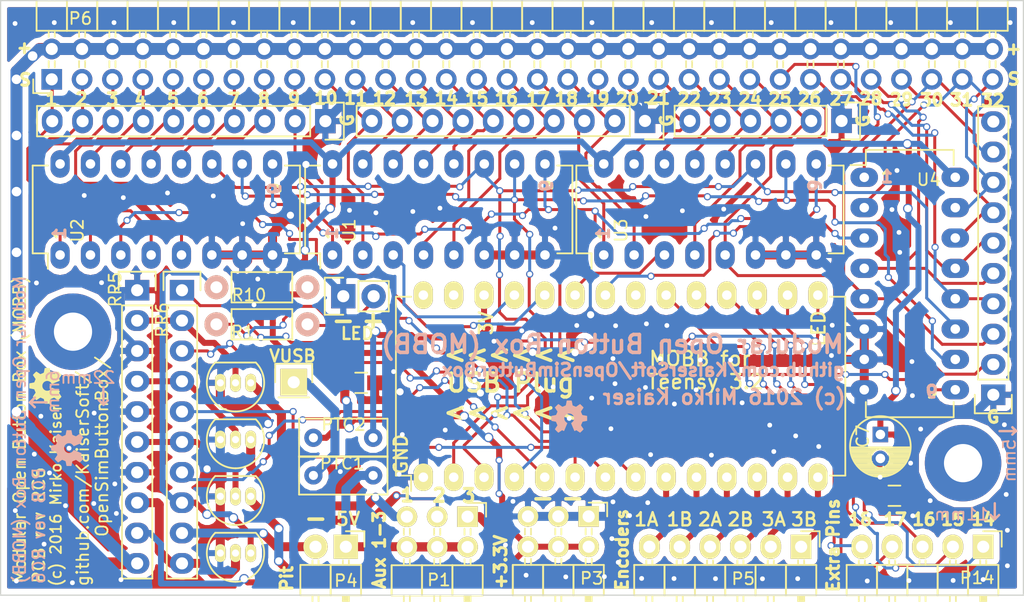
<source format=kicad_pcb>
(kicad_pcb (version 4) (host pcbnew 4.0.4-stable)
  (title_block (title "Modular Open Button Box (MOBB)") (date 2016-12-10) (rev "PCB rev RC6"))
  (layers (0 F.Cu signal hide) (31 B.Cu signal) (34 B.Paste user) (35 F.Paste user hide) (36 B.SilkS user) (37 F.SilkS user) (38 B.Mask user) (39 F.Mask user hide) (44 Edge.Cuts user))
  (net 0 "")
  (net 1 "Net-(P1-Pad1)")
  (net 2 +5V)
  (net 3 "Net-(P1-Pad3)")
  (net 4 "Net-(P1-Pad5)")
  (net 5 +3V3)
  (net 6 GND)
  (net 7 "Net-(P4-Pad2)")
  (net 8 "Net-(P5-Pad1)")
  (net 9 "Net-(P5-Pad2)")
  (net 10 "Net-(P5-Pad3)")
  (net 11 "Net-(P5-Pad4)")
  (net 12 "Net-(P5-Pad5)")
  (net 13 "Net-(P5-Pad6)")
  (net 14 "Net-(P6-Pad1)")
  (net 15 "Net-(P6-Pad3)")
  (net 16 "Net-(P6-Pad5)")
  (net 17 "Net-(P6-Pad7)")
  (net 18 "Net-(P6-Pad9)")
  (net 19 "Net-(P6-Pad11)")
  (net 20 "Net-(P6-Pad13)")
  (net 21 "Net-(P6-Pad15)")
  (net 22 "Net-(P6-Pad17)")
  (net 23 "Net-(P6-Pad19)")
  (net 24 "Net-(P6-Pad21)")
  (net 25 "Net-(P6-Pad23)")
  (net 26 "Net-(P6-Pad25)")
  (net 27 "Net-(P6-Pad27)")
  (net 28 "Net-(P6-Pad29)")
  (net 29 "Net-(P6-Pad31)")
  (net 30 "Net-(P6-Pad33)")
  (net 31 "Net-(P6-Pad35)")
  (net 32 "Net-(P6-Pad37)")
  (net 33 "Net-(P6-Pad39)")
  (net 34 "Net-(P6-Pad41)")
  (net 35 "Net-(P6-Pad43)")
  (net 36 "Net-(P6-Pad45)")
  (net 37 "Net-(P6-Pad47)")
  (net 38 "Net-(P6-Pad49)")
  (net 39 "Net-(P6-Pad51)")
  (net 40 "Net-(P6-Pad53)")
  (net 41 "Net-(P6-Pad55)")
  (net 42 "Net-(P6-Pad57)")
  (net 43 "Net-(P6-Pad59)")
  (net 44 "Net-(P6-Pad61)")
  (net 45 "Net-(P6-Pad63)")
  (net 46 "Net-(P14-Pad1)")
  (net 47 "Net-(P14-Pad2)")
  (net 48 "Net-(P14-Pad3)")
  (net 49 "Net-(P14-Pad4)")
  (net 50 "Net-(P14-Pad5)")
  (net 51 "Net-(Q1-Pad2)")
  (net 52 "Net-(Q2-Pad2)")
  (net 53 "Net-(Q3-Pad2)")
  (net 54 "Net-(U1-Pad3)")
  (net 55 "Net-(U1-Pad9)")
  (net 56 "Net-(U1-Pad10)")
  (net 57 "Net-(U1-Pad11)")
  (net 58 "Net-(U2-Pad3)")
  (net 59 "Net-(U3-Pad3)")
  (net 60 "Net-(U4-Pad3)")
  (net 61 "Net-(Q4-Pad2)")
  (net 62 "Net-(Q4-Pad1)")
  (net 63 "Net-(P2-Pad1)")
  (net 64 PINHEADERSRC)
  (net 65 "Net-(PTC2-Pad2)")
  (net 66 "Net-(RR6-Pad1)")
  (net 67 "Net-(RR6-Pad3)")
  (net 68 "Net-(RR6-Pad5)")
  (net 69 "Net-(RR6-Pad7)")
  (net 70 "Net-(P7-Pad2)")
  (net 71 "Net-(R1-Pad1)")
  (module MOBB-KiCad-Lib:VIA-W0.6mm-H0.4mm (layer F.Cu) (at 227.956 138.1095)
    (fp_text reference Ref** hide)
    (fp_text value Val** hide)
    (pad 1 thru_hole circle (at 0 0) (size 0.6 0.6) (drill 0.4) (layers *.Cu) (net 6 GND))
  )
  (module MOBB-KiCad-Lib:VIA-W0.6mm-H0.4mm (layer F.Cu) (at 196.528 120.4725)
    (fp_text reference Ref** hide)
    (fp_text value Val** hide)
    (pad 1 thru_hole circle (at 0 0) (size 0.6 0.6) (drill 0.4) (layers *.Cu) (net 6 GND))
  )
  (module MOBB-KiCad-Lib:VIA-W0.6mm-H0.4mm (layer F.Cu) (at 196.8455 118.3135)
    (fp_text reference Ref** hide)
    (fp_text value Val** hide)
    (pad 1 thru_hole circle (at 0 0) (size 0.6 0.6) (drill 0.4) (layers *.Cu) (net 6 GND))
  )
  (module MOBB-KiCad-Lib:VIA-W0.6mm-H0.4mm (layer F.Cu) (at 208.212 126.0605)
    (fp_text reference Ref** hide)
    (fp_text value Val** hide)
    (pad 1 thru_hole circle (at 0 0) (size 0.6 0.6) (drill 0.4) (layers *.Cu) (net 6 GND))
  )
  (module MOBB-KiCad-Lib:VIA-W0.6mm-H0.4mm (layer F.Cu) (at 251.6595 138.13)
    (fp_text reference Ref** hide)
    (fp_text value Val** hide)
    (pad 1 thru_hole circle (at 0 0) (size 0.6 0.6) (drill 0.4) (layers *.Cu) (net 6 GND))
  )
  (module MOBB-KiCad-Lib:VIA-W0.6mm-H0.4mm (layer F.Cu) (at 248.929 134.8915)
    (fp_text reference Ref** hide)
    (fp_text value Val** hide)
    (pad 1 thru_hole circle (at 0 0) (size 0.6 0.6) (drill 0.4) (layers *.Cu) (net 6 GND))
  )
  (module MOBB-KiCad-Lib:VIA-W0.6mm-H0.4mm (layer F.Cu) (at 236.42 125.08)
    (fp_text reference Ref** hide)
    (fp_text value Val** hide)
    (pad 1 thru_hole circle (at 0 0) (size 0.6 0.6) (drill 0.4) (layers *.Cu) (net 6 GND))
  )
  (module MOBB-KiCad-Lib:VIA-W0.6mm-H0.4mm (layer F.Cu) (at 230.53 124.98)
    (fp_text reference Ref** hide)
    (fp_text value Val** hide)
    (pad 1 thru_hole circle (at 0 0) (size 0.6 0.6) (drill 0.4) (layers *.Cu) (net 6 GND))
  )
  (module MOBB-KiCad-Lib:VIA-W0.6mm-H0.4mm (layer F.Cu) (at 176.53 96.9264)
    (fp_text reference Ref** hide)
    (fp_text value Val** hide)
    (pad 1 thru_hole circle (at 0 0) (size 0.6 0.6) (drill 0.4) (layers *.Cu) (net 6 GND))
  )
  (module MOBB-KiCad-Lib:VIA-W0.6mm-H0.4mm (layer F.Cu) (at 179.812 96.852)
    (fp_text reference Ref** hide)
    (fp_text value Val** hide)
    (pad 1 thru_hole circle (at 0 0) (size 0.6 0.6) (drill 0.4) (layers *.Cu) (net 6 GND))
  )
  (module MOBB-KiCad-Lib:VIA-W0.6mm-H0.4mm (layer F.Cu) (at 184.812 96.852)
    (fp_text reference Ref** hide)
    (fp_text value Val** hide)
    (pad 1 thru_hole circle (at 0 0) (size 0.6 0.6) (drill 0.4) (layers *.Cu) (net 6 GND))
  )
  (module MOBB-KiCad-Lib:VIA-W0.6mm-H0.4mm (layer F.Cu) (at 189.812 96.852)
    (fp_text reference Ref** hide)
    (fp_text value Val** hide)
    (pad 1 thru_hole circle (at 0 0) (size 0.6 0.6) (drill 0.4) (layers *.Cu) (net 6 GND))
  )
  (module MOBB-KiCad-Lib:VIA-W0.6mm-H0.4mm (layer F.Cu) (at 194.812 96.852)
    (fp_text reference Ref** hide)
    (fp_text value Val** hide)
    (pad 1 thru_hole circle (at 0 0) (size 0.6 0.6) (drill 0.4) (layers *.Cu) (net 6 GND))
  )
  (module MOBB-KiCad-Lib:VIA-W0.6mm-H0.4mm (layer F.Cu) (at 199.812 96.852)
    (fp_text reference Ref** hide)
    (fp_text value Val** hide)
    (pad 1 thru_hole circle (at 0 0) (size 0.6 0.6) (drill 0.4) (layers *.Cu) (net 6 GND))
  )
  (module MOBB-KiCad-Lib:VIA-W0.6mm-H0.4mm (layer F.Cu) (at 204.812 96.852)
    (fp_text reference Ref** hide)
    (fp_text value Val** hide)
    (pad 1 thru_hole circle (at 0 0) (size 0.6 0.6) (drill 0.4) (layers *.Cu) (net 6 GND))
  )
  (module MOBB-KiCad-Lib:VIA-W0.6mm-H0.4mm (layer F.Cu) (at 209.812 96.852)
    (fp_text reference Ref** hide)
    (fp_text value Val** hide)
    (pad 1 thru_hole circle (at 0 0) (size 0.6 0.6) (drill 0.4) (layers *.Cu) (net 6 GND))
  )
  (module MOBB-KiCad-Lib:VIA-W0.6mm-H0.4mm (layer F.Cu) (at 214.812 96.852)
    (fp_text reference Ref** hide)
    (fp_text value Val** hide)
    (pad 1 thru_hole circle (at 0 0) (size 0.6 0.6) (drill 0.4) (layers *.Cu) (net 6 GND))
  )
  (module MOBB-KiCad-Lib:VIA-W0.6mm-H0.4mm (layer F.Cu) (at 219.812 96.852)
    (fp_text reference Ref** hide)
    (fp_text value Val** hide)
    (pad 1 thru_hole circle (at 0 0) (size 0.6 0.6) (drill 0.4) (layers *.Cu) (net 6 GND))
  )
  (module MOBB-KiCad-Lib:VIA-W0.6mm-H0.4mm (layer F.Cu) (at 224.812 96.852)
    (fp_text reference Ref** hide)
    (fp_text value Val** hide)
    (pad 1 thru_hole circle (at 0 0) (size 0.6 0.6) (drill 0.4) (layers *.Cu) (net 6 GND))
  )
  (module MOBB-KiCad-Lib:VIA-W0.6mm-H0.4mm (layer F.Cu) (at 229.812 96.852)
    (fp_text reference Ref** hide)
    (fp_text value Val** hide)
    (pad 1 thru_hole circle (at 0 0) (size 0.6 0.6) (drill 0.4) (layers *.Cu) (net 6 GND))
  )
  (module MOBB-KiCad-Lib:VIA-W0.6mm-H0.4mm (layer F.Cu) (at 234.812 96.852)
    (fp_text reference Ref** hide)
    (fp_text value Val** hide)
    (pad 1 thru_hole circle (at 0 0) (size 0.6 0.6) (drill 0.4) (layers *.Cu) (net 6 GND))
  )
  (module MOBB-KiCad-Lib:VIA-W0.6mm-H0.4mm (layer F.Cu) (at 239.812 96.852)
    (fp_text reference Ref** hide)
    (fp_text value Val** hide)
    (pad 1 thru_hole circle (at 0 0) (size 0.6 0.6) (drill 0.4) (layers *.Cu) (net 6 GND))
  )
  (module MOBB-KiCad-Lib:VIA-W0.6mm-H0.4mm (layer F.Cu) (at 244.812 96.852)
    (fp_text reference Ref** hide)
    (fp_text value Val** hide)
    (pad 1 thru_hole circle (at 0 0) (size 0.6 0.6) (drill 0.4) (layers *.Cu) (net 6 GND))
  )
  (module MOBB-KiCad-Lib:VIA-W0.6mm-H0.4mm (layer F.Cu) (at 249.812 96.852)
    (fp_text reference Ref** hide)
    (fp_text value Val** hide)
    (pad 1 thru_hole circle (at 0 0) (size 0.6 0.6) (drill 0.4) (layers *.Cu) (net 6 GND))
  )
  (module MOBB-KiCad-Lib:VIA-W0.6mm-H0.4mm (layer F.Cu) (at 254.812 96.852)
    (fp_text reference Ref** hide)
    (fp_text value Val** hide)
    (pad 1 thru_hole circle (at 0 0) (size 0.6 0.6) (drill 0.4) (layers *.Cu) (net 6 GND))
  )
  (module MOBB-KiCad-Lib:VIA-W0.6mm-H0.4mm (layer F.Cu) (at 259.812 96.852)
    (fp_text reference Ref** hide)
    (fp_text value Val** hide)
    (pad 1 thru_hole circle (at 0 0) (size 0.6 0.6) (drill 0.4) (layers *.Cu) (net 6 GND))
  )
  (module MOBB-KiCad-Lib:VIA-W0.6mm-H0.4mm (layer F.Cu) (at 259.328 130.506)
    (fp_text reference Ref** hide)
    (fp_text value Val** hide)
    (pad 1 thru_hole circle (at 0 0) (size 0.6 0.6) (drill 0.4) (layers *.Cu) (net 6 GND))
  )
  (module MOBB-KiCad-Lib:VIA-W0.6mm-H0.4mm (layer F.Cu) (at 185.394 143.476)
    (fp_text reference Ref** hide)
    (fp_text value Val** hide)
    (pad 1 thru_hole circle (at 0 0) (size 0.6 0.6) (drill 0.4) (layers *.Cu) (net 6 GND))
  )
  (module MOBB-KiCad-Lib:VIA-W0.6mm-H0.4mm (layer F.Cu) (at 251.48 133.72)
    (fp_text reference Ref** hide)
    (fp_text value Val** hide)
    (pad 1 thru_hole circle (at 0 0) (size 0.6 0.6) (drill 0.4) (layers *.Cu) (net 6 GND))
  )
  (module MOBB-KiCad-Lib:VIA-W0.6mm-H0.4mm (layer F.Cu) (at 253.12 136.86)
    (fp_text reference Ref** hide)
    (fp_text value Val** hide)
    (pad 1 thru_hole circle (at 0 0) (size 0.6 0.6) (drill 0.4) (layers *.Cu) (net 6 GND))
  )
  (module MOBB-KiCad-Lib:VIA-W0.6mm-H0.4mm (layer F.Cu) (at 183.769 118.618)
    (fp_text reference Ref** hide)
    (fp_text value Val** hide)
    (pad 1 thru_hole circle (at 0 0) (size 0.6 0.6) (drill 0.4) (layers *.Cu) (net 6 GND))
  )
  (module MOBB-KiCad-Lib:VIA-W0.6mm-H0.4mm (layer F.Cu) (at 184.88 135.46)
    (fp_text reference Ref** hide)
    (fp_text value Val** hide)
    (pad 1 thru_hole circle (at 0 0) (size 0.6 0.6) (drill 0.4) (layers *.Cu) (net 6 GND))
  )
  (module MOBB-KiCad-Lib:VIA-W0.6mm-H0.4mm (layer F.Cu) (at 185.01 137.93)
    (fp_text reference Ref** hide)
    (fp_text value Val** hide)
    (pad 1 thru_hole circle (at 0 0) (size 0.6 0.6) (drill 0.4) (layers *.Cu) (net 6 GND))
  )
  (module MOBB-KiCad-Lib:VIA-W0.6mm-H0.4mm (layer F.Cu) (at 183.12 137.1)
    (fp_text reference Ref** hide)
    (fp_text value Val** hide)
    (pad 1 thru_hole circle (at 0 0) (size 0.6 0.6) (drill 0.4) (layers *.Cu) (net 6 GND))
  )
  (module MOBB-KiCad-Lib:VIA-W0.6mm-H0.4mm (layer F.Cu) (at 181.05 132.47)
    (fp_text reference Ref** hide)
    (fp_text value Val** hide)
    (pad 1 thru_hole circle (at 0 0) (size 0.6 0.6) (drill 0.4) (layers *.Cu) (net 6 GND))
  )
  (module MOBB-KiCad-Lib:VIA-W0.6mm-H0.4mm (layer F.Cu) (at 179.41 134.54)
    (fp_text reference Ref** hide)
    (fp_text value Val** hide)
    (pad 1 thru_hole circle (at 0 0) (size 0.6 0.6) (drill 0.4) (layers *.Cu) (net 6 GND))
  )
  (module MOBB-KiCad-Lib:VIA-W0.6mm-H0.4mm (layer F.Cu) (at 176.64 143.58)
    (fp_text reference Ref** hide)
    (fp_text value Val** hide)
    (pad 1 thru_hole circle (at 0 0) (size 0.6 0.6) (drill 0.4) (layers *.Cu) (net 6 GND))
  )
  (module MOBB-KiCad-Lib:VIA-W0.6mm-H0.4mm (layer F.Cu) (at 229.37 122.06)
    (fp_text reference Ref** hide)
    (fp_text value Val** hide)
    (pad 1 thru_hole circle (at 0 0) (size 0.6 0.6) (drill 0.4) (layers *.Cu) (net 6 GND))
  )
  (module MOBB-KiCad-Lib:VIA-W0.6mm-H0.4mm (layer F.Cu) (at 223.54 122.2)
    (fp_text reference Ref** hide)
    (fp_text value Val** hide)
    (pad 1 thru_hole circle (at 0 0) (size 0.6 0.6) (drill 0.4) (layers *.Cu) (net 6 GND))
  )
  (module MOBB-KiCad-Lib:VIA-W0.6mm-H0.4mm (layer F.Cu) (at 224.79 128.27)
    (fp_text reference Ref** hide)
    (fp_text value Val** hide)
    (pad 1 thru_hole circle (at 0 0) (size 0.6 0.6) (drill 0.4) (layers *.Cu) (net 6 GND))
  )
  (module MOBB-KiCad-Lib:VIA-W0.6mm-H0.4mm (layer F.Cu) (at 229.29 127.39)
    (fp_text reference Ref** hide)
    (fp_text value Val** hide)
    (pad 1 thru_hole circle (at 0 0) (size 0.6 0.6) (drill 0.4) (layers *.Cu) (net 6 GND))
  )
  (module MOBB-KiCad-Lib:VIA-W0.6mm-H0.4mm (layer F.Cu) (at 233.53 127.58)
    (fp_text reference Ref** hide)
    (fp_text value Val** hide)
    (pad 1 thru_hole circle (at 0 0) (size 0.6 0.6) (drill 0.4) (layers *.Cu) (net 6 GND))
  )
  (module MOBB-KiCad-Lib:VIA-W0.6mm-H0.4mm (layer F.Cu) (at 195.58 113.68)
    (fp_text reference Ref** hide)
    (fp_text value Val** hide)
    (pad 1 thru_hole circle (at 0 0) (size 0.6 0.6) (drill 0.4) (layers *.Cu) (net 6 GND))
  )
  (module MOBB-KiCad-Lib:VIA-W0.6mm-H0.4mm (layer F.Cu) (at 183.15 129.53)
    (fp_text reference Ref** hide)
    (fp_text value Val** hide)
    (pad 1 thru_hole circle (at 0 0) (size 0.6 0.6) (drill 0.4) (layers *.Cu) (net 6 GND))
  )
  (module MOBB-KiCad-Lib:VIA-W0.6mm-H0.4mm (layer F.Cu) (at 208.94 131.33)
    (fp_text reference Ref** hide)
    (fp_text value Val** hide)
    (pad 1 thru_hole circle (at 0 0) (size 0.6 0.6) (drill 0.4) (layers *.Cu) (net 6 GND))
  )
  (module MOBB-KiCad-Lib:VIA-W0.6mm-H0.4mm (layer F.Cu) (at 216.61 123.52)
    (fp_text reference Ref** hide)
    (fp_text value Val** hide)
    (pad 1 thru_hole circle (at 0 0) (size 0.6 0.6) (drill 0.4) (layers *.Cu) (net 6 GND))
  )
  (module MOBB-KiCad-Lib:VIA-W0.6mm-H0.4mm (layer F.Cu) (at 218.94 122.64)
    (fp_text reference Ref** hide)
    (fp_text value Val** hide)
    (pad 1 thru_hole circle (at 0 0) (size 0.6 0.6) (drill 0.4) (layers *.Cu) (net 6 GND))
  )
  (module MOBB-KiCad-Lib:VIA-W0.6mm-H0.4mm (layer F.Cu) (at 203.75 134.43)
    (fp_text reference Ref** hide)
    (fp_text value Val** hide)
    (pad 1 thru_hole circle (at 0 0) (size 0.6 0.6) (drill 0.4) (layers *.Cu) (net 6 GND))
  )
  (module MOBB-KiCad-Lib:VIA-W0.6mm-H0.4mm (layer F.Cu) (at 208.67 134.65)
    (fp_text reference Ref** hide)
    (fp_text value Val** hide)
    (pad 1 thru_hole circle (at 0 0) (size 0.6 0.6) (drill 0.4) (layers *.Cu) (net 6 GND))
  )
  (module MOBB-KiCad-Lib:VIA-W0.6mm-H0.4mm (layer F.Cu) (at 226.48 140.04)
    (fp_text reference Ref** hide)
    (fp_text value Val** hide)
    (pad 1 thru_hole circle (at 0 0) (size 0.6 0.6) (drill 0.4) (layers *.Cu) (net 6 GND))
  )
  (module MOBB-KiCad-Lib:VIA-W0.6mm-H0.4mm (layer F.Cu) (at 227.01 142.02)
    (fp_text reference Ref** hide)
    (fp_text value Val** hide)
    (pad 1 thru_hole circle (at 0 0) (size 0.6 0.6) (drill 0.4) (layers *.Cu) (net 6 GND))
  )
  (module MOBB-KiCad-Lib:VIA-W0.6mm-H0.4mm (layer F.Cu) (at 226.74 127.07)
    (fp_text reference Ref** hide)
    (fp_text value Val** hide)
    (pad 1 thru_hole circle (at 0 0) (size 0.6 0.6) (drill 0.4) (layers *.Cu) (net 6 GND))
  )
  (module MOBB-KiCad-Lib:VIA-W0.6mm-H0.4mm (layer F.Cu) (at 217.57 140.57)
    (fp_text reference Ref** hide)
    (fp_text value Val** hide)
    (pad 1 thru_hole circle (at 0 0) (size 0.6 0.6) (drill 0.4) (layers *.Cu) (net 6 GND))
  )
  (module MOBB-KiCad-Lib:VIA-W0.6mm-H0.4mm (layer F.Cu) (at 218.2 136.92)
    (fp_text reference Ref** hide)
    (fp_text value Val** hide)
    (pad 1 thru_hole circle (at 0 0) (size 0.6 0.6) (drill 0.4) (layers *.Cu) (net 6 GND))
  )
  (module MOBB-KiCad-Lib:VIA-W0.6mm-H0.4mm (layer F.Cu) (at 229.72 133.01)
    (fp_text reference Ref** hide)
    (fp_text value Val** hide)
    (pad 1 thru_hole circle (at 0 0) (size 0.6 0.6) (drill 0.4) (layers *.Cu) (net 6 GND))
  )
  (module MOBB-KiCad-Lib:VIA-W0.6mm-H0.4mm (layer F.Cu) (at 234.81 133.05)
    (fp_text reference Ref** hide)
    (fp_text value Val** hide)
    (pad 1 thru_hole circle (at 0 0) (size 0.6 0.6) (drill 0.4) (layers *.Cu) (net 6 GND))
  )
  (module MOBB-KiCad-Lib:VIA-W0.6mm-H0.4mm (layer F.Cu) (at 240.03 132.75)
    (fp_text reference Ref** hide)
    (fp_text value Val** hide)
    (pad 1 thru_hole circle (at 0 0) (size 0.6 0.6) (drill 0.4) (layers *.Cu) (net 6 GND))
  )
  (module MOBB-KiCad-Lib:VIA-W0.6mm-H0.4mm (layer F.Cu) (at 226.57 136.96)
    (fp_text reference Ref** hide)
    (fp_text value Val** hide)
    (pad 1 thru_hole circle (at 0 0) (size 0.6 0.6) (drill 0.4) (layers *.Cu) (net 6 GND))
  )
  (module MOBB-KiCad-Lib:VIA-W0.6mm-H0.4mm (layer F.Cu) (at 229.48 137.03)
    (fp_text reference Ref** hide)
    (fp_text value Val** hide)
    (pad 1 thru_hole circle (at 0 0) (size 0.6 0.6) (drill 0.4) (layers *.Cu) (net 6 GND))
  )
  (module MOBB-KiCad-Lib:VIA-W0.6mm-H0.4mm (layer F.Cu) (at 219.3 143.1)
    (fp_text reference Ref** hide)
    (fp_text value Val** hide)
    (pad 1 thru_hole circle (at 0 0) (size 0.6 0.6) (drill 0.4) (layers *.Cu) (net 6 GND))
  )
  (module MOBB-KiCad-Lib:VIA-W0.6mm-H0.4mm (layer F.Cu) (at 222.62 143.24)
    (fp_text reference Ref** hide)
    (fp_text value Val** hide)
    (pad 1 thru_hole circle (at 0 0) (size 0.6 0.6) (drill 0.4) (layers *.Cu) (net 6 GND))
  )
  (module MOBB-KiCad-Lib:VIA-W0.6mm-H0.4mm (layer F.Cu) (at 225.85 143.22)
    (fp_text reference Ref** hide)
    (fp_text value Val** hide)
    (pad 1 thru_hole circle (at 0 0) (size 0.6 0.6) (drill 0.4) (layers *.Cu) (net 6 GND))
  )
  (module MOBB-KiCad-Lib:VIA-W0.6mm-H0.4mm (layer F.Cu) (at 228.97 143.37)
    (fp_text reference Ref** hide)
    (fp_text value Val** hide)
    (pad 1 thru_hole circle (at 0 0) (size 0.6 0.6) (drill 0.4) (layers *.Cu) (net 6 GND))
  )
  (module MOBB-KiCad-Lib:VIA-W0.6mm-H0.4mm (layer F.Cu) (at 231.68 143.38)
    (fp_text reference Ref** hide)
    (fp_text value Val** hide)
    (pad 1 thru_hole circle (at 0 0) (size 0.6 0.6) (drill 0.4) (layers *.Cu) (net 6 GND))
  )
  (module MOBB-KiCad-Lib:VIA-W0.6mm-H0.4mm (layer F.Cu) (at 235.15 143.39)
    (fp_text reference Ref** hide)
    (fp_text value Val** hide)
    (pad 1 thru_hole circle (at 0 0) (size 0.6 0.6) (drill 0.4) (layers *.Cu) (net 6 GND))
  )
  (module MOBB-KiCad-Lib:VIA-W0.6mm-H0.4mm (layer F.Cu) (at 239.08 143.4)
    (fp_text reference Ref** hide)
    (fp_text value Val** hide)
    (pad 1 thru_hole circle (at 0 0) (size 0.6 0.6) (drill 0.4) (layers *.Cu) (net 6 GND))
  )
  (module MOBB-KiCad-Lib:VIA-W0.6mm-H0.4mm (layer F.Cu) (at 242.03 143.39)
    (fp_text reference Ref** hide)
    (fp_text value Val** hide)
    (pad 1 thru_hole circle (at 0 0) (size 0.6 0.6) (drill 0.4) (layers *.Cu) (net 6 GND))
  )
  (module MOBB-KiCad-Lib:VIA-W0.6mm-H0.4mm (layer F.Cu) (at 247.85 143.58)
    (fp_text reference Ref** hide)
    (fp_text value Val** hide)
    (pad 1 thru_hole circle (at 0 0) (size 0.6 0.6) (drill 0.4) (layers *.Cu) (net 6 GND))
  )
  (module MOBB-KiCad-Lib:VIA-W0.6mm-H0.4mm (layer F.Cu) (at 251.34 143.55)
    (fp_text reference Ref** hide)
    (fp_text value Val** hide)
    (pad 1 thru_hole circle (at 0 0) (size 0.6 0.6) (drill 0.4) (layers *.Cu) (net 6 GND))
  )
  (module MOBB-KiCad-Lib:VIA-W0.6mm-H0.4mm (layer F.Cu) (at 255.04 143.54)
    (fp_text reference Ref** hide)
    (fp_text value Val** hide)
    (pad 1 thru_hole circle (at 0 0) (size 0.6 0.6) (drill 0.4) (layers *.Cu) (net 6 GND))
  )
  (module MOBB-KiCad-Lib:VIA-W0.6mm-H0.4mm (layer F.Cu) (at 257.55 143.46)
    (fp_text reference Ref** hide)
    (fp_text value Val** hide)
    (pad 1 thru_hole circle (at 0 0) (size 0.6 0.6) (drill 0.4) (layers *.Cu) (net 6 GND))
  )
  (module MOBB-KiCad-Lib:VIA-W0.6mm-H0.4mm (layer F.Cu) (at 259.58 142.31)
    (fp_text reference Ref** hide)
    (fp_text value Val** hide)
    (pad 1 thru_hole circle (at 0 0) (size 0.6 0.6) (drill 0.4) (layers *.Cu) (net 6 GND))
  )
  (module MOBB-KiCad-Lib:VIA-W0.6mm-H0.4mm (layer F.Cu) (at 259.48 136.34)
    (fp_text reference Ref** hide)
    (fp_text value Val** hide)
    (pad 1 thru_hole circle (at 0 0) (size 0.6 0.6) (drill 0.4) (layers *.Cu) (net 6 GND))
  )
  (module MOBB-KiCad-Lib:VIA-W0.6mm-H0.4mm (layer F.Cu) (at 259.58 139.34)
    (fp_text reference Ref** hide)
    (fp_text value Val** hide)
    (pad 1 thru_hole circle (at 0 0) (size 0.6 0.6) (drill 0.4) (layers *.Cu) (net 6 GND))
  )
  (module MOBB-KiCad-Lib:VIA-W0.6mm-H0.4mm (layer F.Cu) (at 244.856 124.714)
    (fp_text reference Ref** hide)
    (fp_text value Val** hide)
    (pad 1 thru_hole circle (at 0 0) (size 0.6 0.6) (drill 0.4) (layers *.Cu) (net 6 GND))
  )
  (module MOBB-KiCad-Lib:VIA-W0.6mm-H0.4mm (layer F.Cu) (at 244.92 122.18)
    (fp_text reference Ref** hide)
    (fp_text value Val** hide)
    (pad 1 thru_hole circle (at 0 0) (size 0.6 0.6) (drill 0.4) (layers *.Cu) (net 6 GND))
  )
  (module MOBB-KiCad-Lib:VIA-W0.6mm-H0.4mm (layer F.Cu) (at 231.08 122.2)
    (fp_text reference Ref** hide)
    (fp_text value Val** hide)
    (pad 1 thru_hole circle (at 0 0) (size 0.6 0.6) (drill 0.4) (layers *.Cu) (net 6 GND))
  )
  (module MOBB-KiCad-Lib:VIA-W0.6mm-H0.4mm (layer F.Cu) (at 226.79 122.22)
    (fp_text reference Ref** hide)
    (fp_text value Val** hide)
    (pad 1 thru_hole circle (at 0 0) (size 0.6 0.6) (drill 0.4) (layers *.Cu) (net 6 GND))
  )
  (module MOBB-KiCad-Lib:VIA-W0.6mm-H0.4mm (layer F.Cu) (at 233.88 125.08)
    (fp_text reference Ref** hide)
    (fp_text value Val** hide)
    (pad 1 thru_hole circle (at 0 0) (size 0.6 0.6) (drill 0.4) (layers *.Cu) (net 6 GND))
  )
  (module MOBB-KiCad-Lib:VIA-W0.6mm-H0.4mm (layer F.Cu) (at 226.568 124.968)
    (fp_text reference Ref** hide)
    (fp_text value Val** hide)
    (pad 1 thru_hole circle (at 0 0) (size 0.6 0.6) (drill 0.4) (layers *.Cu) (net 6 GND))
  )
  (module Housings_DIP:DIP-28_W15.24mm_LongPads (layer F.Cu) (at 210.7 134.9 90)
    (fp_text reference U5 hide)
    (fp_text value Teensy3.2 hide)
    (pad 1 thru_hole oval (at 0 0 90) (size 2.3 1.6) (drill 0.8) (layers *.Cu *.Mask F.SilkS) (net 6 GND))
    (pad 2 thru_hole oval (at 0 2.54 90) (size 2.3 1.6) (drill 0.8) (layers *.Cu *.Mask F.SilkS) (net 55 "Net-(U1-Pad9)"))
    (pad 3 thru_hole oval (at 0 5.08 90) (size 2.3 1.6) (drill 0.8) (layers *.Cu *.Mask F.SilkS) (net 56 "Net-(U1-Pad10)"))
    (pad 4 thru_hole oval (at 0 7.62 90) (size 2.3 1.6) (drill 0.8) (layers *.Cu *.Mask F.SilkS) (net 57 "Net-(U1-Pad11)"))
    (pad 5 thru_hole oval (at 0 10.16 90) (size 2.3 1.6) (drill 0.8) (layers *.Cu *.Mask F.SilkS) (net 69 "Net-(RR6-Pad7)"))
    (pad 6 thru_hole oval (at 0 12.7 90) (size 2.3 1.6) (drill 0.8) (layers *.Cu *.Mask F.SilkS) (net 68 "Net-(RR6-Pad5)"))
    (pad 7 thru_hole oval (at 0 15.24 90) (size 2.3 1.6) (drill 0.8) (layers *.Cu *.Mask F.SilkS) (net 67 "Net-(RR6-Pad3)"))
    (pad 8 thru_hole oval (at 0 17.78 90) (size 2.3 1.6) (drill 0.8) (layers *.Cu *.Mask F.SilkS) (net 66 "Net-(RR6-Pad1)"))
    (pad 9 thru_hole oval (at 0 20.32 90) (size 2.3 1.6) (drill 0.8) (layers *.Cu *.Mask F.SilkS) (net 13 "Net-(P5-Pad6)"))
    (pad 10 thru_hole oval (at 0 22.86 90) (size 2.3 1.6) (drill 0.8) (layers *.Cu *.Mask F.SilkS) (net 12 "Net-(P5-Pad5)"))
    (pad 11 thru_hole oval (at 0 25.4 90) (size 2.3 1.6) (drill 0.8) (layers *.Cu *.Mask F.SilkS) (net 11 "Net-(P5-Pad4)"))
    (pad 12 thru_hole oval (at 0 27.94 90) (size 2.3 1.6) (drill 0.8) (layers *.Cu *.Mask F.SilkS) (net 10 "Net-(P5-Pad3)"))
    (pad 13 thru_hole oval (at 0 30.48 90) (size 2.3 1.6) (drill 0.8) (layers *.Cu *.Mask F.SilkS) (net 9 "Net-(P5-Pad2)"))
    (pad 14 thru_hole oval (at 0 33.02 90) (size 2.3 1.6) (drill 0.8) (layers *.Cu *.Mask F.SilkS) (net 8 "Net-(P5-Pad1)"))
    (pad 15 thru_hole oval (at 15.24 33.02 90) (size 2.3 1.6) (drill 0.8) (layers *.Cu *.Mask F.SilkS) (net 71 "Net-(R1-Pad1)"))
    (pad 16 thru_hole oval (at 15.24 30.48 90) (size 2.3 1.6) (drill 0.8) (layers *.Cu *.Mask F.SilkS) (net 46 "Net-(P14-Pad1)"))
    (pad 17 thru_hole oval (at 15.24 27.94 90) (size 2.3 1.6) (drill 0.8) (layers *.Cu *.Mask F.SilkS) (net 47 "Net-(P14-Pad2)"))
    (pad 18 thru_hole oval (at 15.24 25.4 90) (size 2.3 1.6) (drill 0.8) (layers *.Cu *.Mask F.SilkS) (net 48 "Net-(P14-Pad3)"))
    (pad 19 thru_hole oval (at 15.24 22.86 90) (size 2.3 1.6) (drill 0.8) (layers *.Cu *.Mask F.SilkS) (net 49 "Net-(P14-Pad4)"))
    (pad 20 thru_hole oval (at 15.24 20.32 90) (size 2.3 1.6) (drill 0.8) (layers *.Cu *.Mask F.SilkS) (net 50 "Net-(P14-Pad5)"))
    (pad 21 thru_hole oval (at 15.24 17.78 90) (size 2.3 1.6) (drill 0.8) (layers *.Cu *.Mask F.SilkS))
    (pad 22 thru_hole oval (at 15.24 15.24 90) (size 2.3 1.6) (drill 0.8) (layers *.Cu *.Mask F.SilkS) (net 60 "Net-(U4-Pad3)"))
    (pad 23 thru_hole oval (at 15.24 12.7 90) (size 2.3 1.6) (drill 0.8) (layers *.Cu *.Mask F.SilkS) (net 59 "Net-(U3-Pad3)"))
    (pad 24 thru_hole oval (at 15.24 10.16 90) (size 2.3 1.6) (drill 0.8) (layers *.Cu *.Mask F.SilkS) (net 58 "Net-(U2-Pad3)"))
    (pad 25 thru_hole oval (at 15.24 7.62 90) (size 2.3 1.6) (drill 0.8) (layers *.Cu *.Mask F.SilkS) (net 54 "Net-(U1-Pad3)"))
    (pad 26 thru_hole oval (at 15.24 5.08 90) (size 2.3 1.6) (drill 0.8) (layers *.Cu *.Mask F.SilkS) (net 65 "Net-(PTC2-Pad2)"))
    (pad 27 thru_hole oval (at 15.24 2.54 90) (size 2.3 1.6) (drill 0.8) (layers *.Cu *.Mask F.SilkS))
    (pad 28 thru_hole oval (at 15.24 0 90) (size 2.3 1.6) (drill 0.8) (layers *.Cu *.Mask F.SilkS))
  )
  (module MOBB-KiCad-Lib:VIA-W0.6mm-H0.4mm (layer F.Cu) (at 212.53 130.95)
    (fp_text reference Ref** hide)
    (fp_text value Val** hide)
    (pad 1 thru_hole circle (at 0 0) (size 0.6 0.6) (drill 0.4) (layers *.Cu) (net 6 GND))
  )
  (module MOBB-KiCad-Lib:VIA-W0.6mm-H0.4mm (layer F.Cu) (at 221.56 127.34)
    (fp_text reference Ref** hide)
    (fp_text value Val** hide)
    (pad 1 thru_hole circle (at 0 0) (size 0.6 0.6) (drill 0.4) (layers *.Cu) (net 6 GND))
  )
  (module MOBB-KiCad-Lib:VIA-W0.6mm-H0.4mm (layer F.Cu) (at 222.91 129.98)
    (fp_text reference Ref** hide)
    (fp_text value Val** hide)
    (pad 1 thru_hole circle (at 0 0) (size 0.6 0.6) (drill 0.4) (layers *.Cu) (net 6 GND))
  )
  (module MOBB-KiCad-Lib:VIA-W0.6mm-H0.4mm (layer F.Cu) (at 226.4 130.84)
    (fp_text reference Ref** hide)
    (fp_text value Val** hide)
    (pad 1 thru_hole circle (at 0 0) (size 0.6 0.6) (drill 0.4) (layers *.Cu) (net 6 GND))
  )
  (module MOBB-KiCad-Lib:VIA-W0.6mm-H0.4mm (layer F.Cu) (at 231.71 128.77)
    (fp_text reference Ref** hide)
    (fp_text value Val** hide)
    (pad 1 thru_hole circle (at 0 0) (size 0.6 0.6) (drill 0.4) (layers *.Cu) (net 6 GND))
  )
  (module MOBB-KiCad-Lib:VIA-W0.6mm-H0.4mm (layer F.Cu) (at 237.38 128.67)
    (fp_text reference Ref** hide)
    (fp_text value Val** hide)
    (pad 1 thru_hole circle (at 0 0) (size 0.6 0.6) (drill 0.4) (layers *.Cu) (net 6 GND))
  )
  (module MOBB-KiCad-Lib:VIA-W0.6mm-H0.4mm (layer F.Cu) (at 239.69 130.54)
    (fp_text reference Ref** hide)
    (fp_text value Val** hide)
    (pad 1 thru_hole circle (at 0 0) (size 0.6 0.6) (drill 0.4) (layers *.Cu) (net 6 GND))
  )
  (module MOBB-KiCad-Lib:VIA-W0.6mm-H0.4mm (layer F.Cu) (at 241.86 131.44)
    (fp_text reference Ref** hide)
    (fp_text value Val** hide)
    (pad 1 thru_hole circle (at 0 0) (size 0.6 0.6) (drill 0.4) (layers *.Cu) (net 6 GND))
  )
  (module MOBB-KiCad-Lib:VIA-W0.6mm-H0.4mm (layer F.Cu) (at 243.79 132.33)
    (fp_text reference Ref** hide)
    (fp_text value Val** hide)
    (pad 1 thru_hole circle (at 0 0) (size 0.6 0.6) (drill 0.4) (layers *.Cu) (net 6 GND))
  )
  (module MOBB-KiCad-Lib:VIA-W0.6mm-H0.4mm (layer F.Cu) (at 252.32 130.87)
    (fp_text reference Ref** hide)
    (fp_text value Val** hide)
    (pad 1 thru_hole circle (at 0 0) (size 0.6 0.6) (drill 0.4) (layers *.Cu) (net 6 GND))
  )
  (module MOBB-KiCad-Lib:VIA-W0.6mm-H0.4mm (layer F.Cu) (at 251.63 128.07)
    (fp_text reference Ref** hide)
    (fp_text value Val** hide)
    (pad 1 thru_hole circle (at 0 0) (size 0.6 0.6) (drill 0.4) (layers *.Cu) (net 6 GND))
  )
  (module MOBB-KiCad-Lib:VIA-W0.6mm-H0.4mm (layer F.Cu) (at 251.59 125.22)
    (fp_text reference Ref** hide)
    (fp_text value Val** hide)
    (pad 1 thru_hole circle (at 0 0) (size 0.6 0.6) (drill 0.4) (layers *.Cu) (net 6 GND))
  )
  (module MOBB-KiCad-Lib:VIA-W0.6mm-H0.4mm (layer F.Cu) (at 250.34 109.23)
    (fp_text reference Ref** hide)
    (fp_text value Val** hide)
    (pad 1 thru_hole circle (at 0 0) (size 0.6 0.6) (drill 0.4) (layers *.Cu) (net 6 GND))
  )
  (module MOBB-KiCad-Lib:VIA-W0.6mm-H0.4mm (layer F.Cu) (at 250.57 116.08)
    (fp_text reference Ref** hide)
    (fp_text value Val** hide)
    (pad 1 thru_hole circle (at 0 0) (size 0.6 0.6) (drill 0.4) (layers *.Cu) (net 6 GND))
  )
  (module MOBB-KiCad-Lib:VIA-W0.6mm-H0.4mm (layer F.Cu) (at 250.51 114.41)
    (fp_text reference Ref** hide)
    (fp_text value Val** hide)
    (pad 1 thru_hole circle (at 0 0) (size 0.6 0.6) (drill 0.4) (layers *.Cu) (net 6 GND))
  )
  (module MOBB-KiCad-Lib:VIA-W0.6mm-H0.4mm (layer F.Cu) (at 249.92 112.5)
    (fp_text reference Ref** hide)
    (fp_text value Val** hide)
    (pad 1 thru_hole circle (at 0 0) (size 0.6 0.6) (drill 0.4) (layers *.Cu) (net 6 GND))
  )
  (module MOBB-KiCad-Lib:VIA-W0.6mm-H0.4mm (layer F.Cu) (at 235.84 112.46)
    (fp_text reference Ref** hide)
    (fp_text value Val** hide)
    (pad 1 thru_hole circle (at 0 0) (size 0.6 0.6) (drill 0.4) (layers *.Cu) (net 6 GND))
  )
  (module MOBB-KiCad-Lib:VIA-W0.6mm-H0.4mm (layer F.Cu) (at 232.38 112.6)
    (fp_text reference Ref** hide)
    (fp_text value Val** hide)
    (pad 1 thru_hole circle (at 0 0) (size 0.6 0.6) (drill 0.4) (layers *.Cu) (net 6 GND))
  )
  (module MOBB-KiCad-Lib:VIA-W0.6mm-H0.4mm (layer F.Cu) (at 229.33 113.08)
    (fp_text reference Ref** hide)
    (fp_text value Val** hide)
    (pad 1 thru_hole circle (at 0 0) (size 0.6 0.6) (drill 0.4) (layers *.Cu) (net 6 GND))
  )
  (module MOBB-KiCad-Lib:VIA-W0.6mm-H0.4mm (layer F.Cu) (at 221.72 114.05)
    (fp_text reference Ref** hide)
    (fp_text value Val** hide)
    (pad 1 thru_hole circle (at 0 0) (size 0.6 0.6) (drill 0.4) (layers *.Cu) (net 6 GND))
  )
  (module MOBB-KiCad-Lib:VIA-W0.6mm-H0.4mm (layer F.Cu) (at 212.09 112.38)
    (fp_text reference Ref** hide)
    (fp_text value Val** hide)
    (pad 1 thru_hole circle (at 0 0) (size 0.6 0.6) (drill 0.4) (layers *.Cu) (net 6 GND))
  )
  (module MOBB-KiCad-Lib:VIA-W0.6mm-H0.4mm (layer F.Cu) (at 209.82 112.66)
    (fp_text reference Ref** hide)
    (fp_text value Val** hide)
    (pad 1 thru_hole circle (at 0 0) (size 0.6 0.6) (drill 0.4) (layers *.Cu) (net 6 GND))
  )
  (module MOBB-KiCad-Lib:VIA-W0.6mm-H0.4mm (layer F.Cu) (at 206.73 112.77)
    (fp_text reference Ref** hide)
    (fp_text value Val** hide)
    (pad 1 thru_hole circle (at 0 0) (size 0.6 0.6) (drill 0.4) (layers *.Cu) (net 6 GND))
  )
  (module MOBB-KiCad-Lib:VIA-W0.6mm-H0.4mm (layer F.Cu) (at 204.52 112.56)
    (fp_text reference Ref** hide)
    (fp_text value Val** hide)
    (pad 1 thru_hole circle (at 0 0) (size 0.6 0.6) (drill 0.4) (layers *.Cu) (net 6 GND))
  )
  (module MOBB-KiCad-Lib:VIA-W0.6mm-H0.4mm (layer F.Cu) (at 193.12 111.36)
    (fp_text reference Ref** hide)
    (fp_text value Val** hide)
    (pad 1 thru_hole circle (at 0 0) (size 0.6 0.6) (drill 0.4) (layers *.Cu) (net 6 GND))
  )
  (module MOBB-KiCad-Lib:VIA-W0.6mm-H0.4mm (layer F.Cu) (at 189.29 111.11)
    (fp_text reference Ref** hide)
    (fp_text value Val** hide)
    (pad 1 thru_hole circle (at 0 0) (size 0.6 0.6) (drill 0.4) (layers *.Cu) (net 6 GND))
  )
  (module MOBB-KiCad-Lib:VIA-W0.6mm-H0.4mm (layer F.Cu) (at 185.59 111.5)
    (fp_text reference Ref** hide)
    (fp_text value Val** hide)
    (pad 1 thru_hole circle (at 0 0) (size 0.6 0.6) (drill 0.4) (layers *.Cu) (net 6 GND))
  )
  (module MOBB-KiCad-Lib:VIA-W0.6mm-H0.4mm (layer F.Cu) (at 182.32 111.32)
    (fp_text reference Ref** hide)
    (fp_text value Val** hide)
    (pad 1 thru_hole circle (at 0 0) (size 0.6 0.6) (drill 0.4) (layers *.Cu) (net 6 GND))
  )
  (module MOBB-KiCad-Lib:VIA-W0.6mm-H0.4mm (layer F.Cu) (at 178.32 118.64)
    (fp_text reference Ref** hide)
    (fp_text value Val** hide)
    (pad 1 thru_hole circle (at 0 0) (size 0.6 0.6) (drill 0.4) (layers *.Cu) (net 6 GND))
  )
  (module MOBB-KiCad-Lib:VIA-W0.6mm-H0.4mm (layer F.Cu) (at 178.689 129.794)
    (fp_text reference Ref** hide)
    (fp_text value Val** hide)
    (pad 1 thru_hole circle (at 0 0) (size 0.6 0.6) (drill 0.4) (layers *.Cu) (net 6 GND))
  )
  (module MOBB-KiCad-Lib:VIA-W0.6mm-H0.4mm (layer F.Cu) (at 181.33 143.73)
    (fp_text reference Ref** hide)
    (fp_text value Val** hide)
    (pad 1 thru_hole circle (at 0 0) (size 0.6 0.6) (drill 0.4) (layers *.Cu) (net 6 GND))
  )
  (module MOBB-KiCad-Lib:VIA-W0.6mm-H0.4mm (layer F.Cu) (at 178.96 140.5)
    (fp_text reference Ref** hide)
    (fp_text value Val** hide)
    (pad 1 thru_hole circle (at 0 0) (size 0.6 0.6) (drill 0.4) (layers *.Cu) (net 6 GND))
  )
  (module MOBB-KiCad-Lib:VIA-W0.6mm-H0.4mm (layer F.Cu) (at 176.55 137.69)
    (fp_text reference Ref** hide)
    (fp_text value Val** hide)
    (pad 1 thru_hole circle (at 0 0) (size 0.6 0.6) (drill 0.4) (layers *.Cu) (net 6 GND))
  )
  (module MOBB-KiCad-Lib:VIA-W0.6mm-H0.4mm (layer F.Cu) (at 180.75 137.28)
    (fp_text reference Ref** hide)
    (fp_text value Val** hide)
    (pad 1 thru_hole circle (at 0 0) (size 0.6 0.6) (drill 0.4) (layers *.Cu) (net 6 GND))
  )
  (module Pin_Headers:Pin_Header_Angled_2x32 (layer F.Cu) (at 179.6 101.6 90)
    (fp_text reference P6 (at 5.09 2.4 180) (layer F.SilkS))
    (fp_text value "BTN 1-32")
    (pad 1 thru_hole rect (at 0 0 90) (size 1.7272 1.7272) (drill 1.016) (layers *.Cu *.Mask) (net 14 "Net-(P6-Pad1)"))
    (pad 2 thru_hole oval (at 2.54 0 90) (size 1.7272 1.7272) (drill 1.016) (layers *.Cu *.Mask) (net 64 PINHEADERSRC))
    (pad 3 thru_hole oval (at 0 2.54 90) (size 1.7272 1.7272) (drill 1.016) (layers *.Cu *.Mask) (net 15 "Net-(P6-Pad3)"))
    (pad 4 thru_hole oval (at 2.54 2.54 90) (size 1.7272 1.7272) (drill 1.016) (layers *.Cu *.Mask) (net 64 PINHEADERSRC))
    (pad 5 thru_hole oval (at 0 5.08 90) (size 1.7272 1.7272) (drill 1.016) (layers *.Cu *.Mask) (net 16 "Net-(P6-Pad5)"))
    (pad 6 thru_hole oval (at 2.54 5.08 90) (size 1.7272 1.7272) (drill 1.016) (layers *.Cu *.Mask) (net 64 PINHEADERSRC))
    (pad 7 thru_hole oval (at 0 7.62 90) (size 1.7272 1.7272) (drill 1.016) (layers *.Cu *.Mask) (net 17 "Net-(P6-Pad7)"))
    (pad 8 thru_hole oval (at 2.54 7.62 90) (size 1.7272 1.7272) (drill 1.016) (layers *.Cu *.Mask) (net 64 PINHEADERSRC))
    (pad 9 thru_hole oval (at 0 10.16 90) (size 1.7272 1.7272) (drill 1.016) (layers *.Cu *.Mask) (net 18 "Net-(P6-Pad9)"))
    (pad 10 thru_hole oval (at 2.54 10.16 90) (size 1.7272 1.7272) (drill 1.016) (layers *.Cu *.Mask) (net 64 PINHEADERSRC))
    (pad 11 thru_hole oval (at 0 12.7 90) (size 1.7272 1.7272) (drill 1.016) (layers *.Cu *.Mask) (net 19 "Net-(P6-Pad11)"))
    (pad 12 thru_hole oval (at 2.54 12.7 90) (size 1.7272 1.7272) (drill 1.016) (layers *.Cu *.Mask) (net 64 PINHEADERSRC))
    (pad 13 thru_hole oval (at 0 15.24 90) (size 1.7272 1.7272) (drill 1.016) (layers *.Cu *.Mask) (net 20 "Net-(P6-Pad13)"))
    (pad 14 thru_hole oval (at 2.54 15.24 90) (size 1.7272 1.7272) (drill 1.016) (layers *.Cu *.Mask) (net 64 PINHEADERSRC))
    (pad 15 thru_hole oval (at 0 17.78 90) (size 1.7272 1.7272) (drill 1.016) (layers *.Cu *.Mask) (net 21 "Net-(P6-Pad15)"))
    (pad 16 thru_hole oval (at 2.54 17.78 90) (size 1.7272 1.7272) (drill 1.016) (layers *.Cu *.Mask) (net 64 PINHEADERSRC))
    (pad 17 thru_hole oval (at 0 20.32 90) (size 1.7272 1.7272) (drill 1.016) (layers *.Cu *.Mask) (net 22 "Net-(P6-Pad17)"))
    (pad 18 thru_hole oval (at 2.54 20.32 90) (size 1.7272 1.7272) (drill 1.016) (layers *.Cu *.Mask) (net 64 PINHEADERSRC))
    (pad 19 thru_hole oval (at 0 22.86 90) (size 1.7272 1.7272) (drill 1.016) (layers *.Cu *.Mask) (net 23 "Net-(P6-Pad19)"))
    (pad 20 thru_hole oval (at 2.54 22.86 90) (size 1.7272 1.7272) (drill 1.016) (layers *.Cu *.Mask) (net 64 PINHEADERSRC))
    (pad 21 thru_hole oval (at 0 25.4 90) (size 1.7272 1.7272) (drill 1.016) (layers *.Cu *.Mask) (net 24 "Net-(P6-Pad21)"))
    (pad 22 thru_hole oval (at 2.54 25.4 90) (size 1.7272 1.7272) (drill 1.016) (layers *.Cu *.Mask) (net 64 PINHEADERSRC))
    (pad 23 thru_hole oval (at 0 27.94 90) (size 1.7272 1.7272) (drill 1.016) (layers *.Cu *.Mask) (net 25 "Net-(P6-Pad23)"))
    (pad 24 thru_hole oval (at 2.54 27.94 90) (size 1.7272 1.7272) (drill 1.016) (layers *.Cu *.Mask) (net 64 PINHEADERSRC))
    (pad 25 thru_hole oval (at 0 30.48 90) (size 1.7272 1.7272) (drill 1.016) (layers *.Cu *.Mask) (net 26 "Net-(P6-Pad25)"))
    (pad 26 thru_hole oval (at 2.54 30.48 90) (size 1.7272 1.7272) (drill 1.016) (layers *.Cu *.Mask) (net 64 PINHEADERSRC))
    (pad 27 thru_hole oval (at 0 33.02 90) (size 1.7272 1.7272) (drill 1.016) (layers *.Cu *.Mask) (net 27 "Net-(P6-Pad27)"))
    (pad 28 thru_hole oval (at 2.54 33.02 90) (size 1.7272 1.7272) (drill 1.016) (layers *.Cu *.Mask) (net 64 PINHEADERSRC))
    (pad 29 thru_hole oval (at 0 35.56 90) (size 1.7272 1.7272) (drill 1.016) (layers *.Cu *.Mask) (net 28 "Net-(P6-Pad29)"))
    (pad 30 thru_hole oval (at 2.54 35.56 90) (size 1.7272 1.7272) (drill 1.016) (layers *.Cu *.Mask) (net 64 PINHEADERSRC))
    (pad 31 thru_hole oval (at 0 38.1 90) (size 1.7272 1.7272) (drill 1.016) (layers *.Cu *.Mask) (net 29 "Net-(P6-Pad31)"))
    (pad 32 thru_hole oval (at 2.54 38.1 90) (size 1.7272 1.7272) (drill 1.016) (layers *.Cu *.Mask) (net 64 PINHEADERSRC))
    (pad 33 thru_hole oval (at 0 40.64 90) (size 1.7272 1.7272) (drill 1.016) (layers *.Cu *.Mask) (net 30 "Net-(P6-Pad33)"))
    (pad 34 thru_hole oval (at 2.54 40.64 90) (size 1.7272 1.7272) (drill 1.016) (layers *.Cu *.Mask) (net 64 PINHEADERSRC))
    (pad 35 thru_hole oval (at 0 43.18 90) (size 1.7272 1.7272) (drill 1.016) (layers *.Cu *.Mask) (net 31 "Net-(P6-Pad35)"))
    (pad 36 thru_hole oval (at 2.54 43.18 90) (size 1.7272 1.7272) (drill 1.016) (layers *.Cu *.Mask) (net 64 PINHEADERSRC))
    (pad 37 thru_hole oval (at 0 45.72 90) (size 1.7272 1.7272) (drill 1.016) (layers *.Cu *.Mask) (net 32 "Net-(P6-Pad37)"))
    (pad 38 thru_hole oval (at 2.54 45.72 90) (size 1.7272 1.7272) (drill 1.016) (layers *.Cu *.Mask) (net 64 PINHEADERSRC))
    (pad 39 thru_hole oval (at 0 48.26 90) (size 1.7272 1.7272) (drill 1.016) (layers *.Cu *.Mask) (net 33 "Net-(P6-Pad39)"))
    (pad 40 thru_hole oval (at 2.54 48.26 90) (size 1.7272 1.7272) (drill 1.016) (layers *.Cu *.Mask) (net 64 PINHEADERSRC))
    (pad 41 thru_hole oval (at 0 50.8 90) (size 1.7272 1.7272) (drill 1.016) (layers *.Cu *.Mask) (net 34 "Net-(P6-Pad41)"))
    (pad 42 thru_hole oval (at 2.54 50.8 90) (size 1.7272 1.7272) (drill 1.016) (layers *.Cu *.Mask) (net 64 PINHEADERSRC))
    (pad 43 thru_hole oval (at 0 53.34 90) (size 1.7272 1.7272) (drill 1.016) (layers *.Cu *.Mask) (net 35 "Net-(P6-Pad43)"))
    (pad 44 thru_hole oval (at 2.54 53.34 90) (size 1.7272 1.7272) (drill 1.016) (layers *.Cu *.Mask) (net 64 PINHEADERSRC))
    (pad 45 thru_hole oval (at 0 55.88 90) (size 1.7272 1.7272) (drill 1.016) (layers *.Cu *.Mask) (net 36 "Net-(P6-Pad45)"))
    (pad 46 thru_hole oval (at 2.54 55.88 90) (size 1.7272 1.7272) (drill 1.016) (layers *.Cu *.Mask) (net 64 PINHEADERSRC))
    (pad 47 thru_hole oval (at 0 58.42 90) (size 1.7272 1.7272) (drill 1.016) (layers *.Cu *.Mask) (net 37 "Net-(P6-Pad47)"))
    (pad 48 thru_hole oval (at 2.54 58.42 90) (size 1.7272 1.7272) (drill 1.016) (layers *.Cu *.Mask) (net 64 PINHEADERSRC))
    (pad 49 thru_hole oval (at 0 60.96 90) (size 1.7272 1.7272) (drill 1.016) (layers *.Cu *.Mask) (net 38 "Net-(P6-Pad49)"))
    (pad 50 thru_hole oval (at 2.54 60.96 90) (size 1.7272 1.7272) (drill 1.016) (layers *.Cu *.Mask) (net 64 PINHEADERSRC))
    (pad 51 thru_hole oval (at 0 63.5 90) (size 1.7272 1.7272) (drill 1.016) (layers *.Cu *.Mask) (net 39 "Net-(P6-Pad51)"))
    (pad 52 thru_hole oval (at 2.54 63.5 90) (size 1.7272 1.7272) (drill 1.016) (layers *.Cu *.Mask) (net 64 PINHEADERSRC))
    (pad 53 thru_hole oval (at 0 66.04 90) (size 1.7272 1.7272) (drill 1.016) (layers *.Cu *.Mask) (net 40 "Net-(P6-Pad53)"))
    (pad 54 thru_hole oval (at 2.54 66.04 90) (size 1.7272 1.7272) (drill 1.016) (layers *.Cu *.Mask) (net 64 PINHEADERSRC))
    (pad 55 thru_hole oval (at 0 68.58 90) (size 1.7272 1.7272) (drill 1.016) (layers *.Cu *.Mask) (net 41 "Net-(P6-Pad55)"))
    (pad 56 thru_hole oval (at 2.54 68.58 90) (size 1.7272 1.7272) (drill 1.016) (layers *.Cu *.Mask) (net 64 PINHEADERSRC))
    (pad 57 thru_hole oval (at 0 71.12 90) (size 1.7272 1.7272) (drill 1.016) (layers *.Cu *.Mask) (net 42 "Net-(P6-Pad57)"))
    (pad 58 thru_hole oval (at 2.54 71.12 90) (size 1.7272 1.7272) (drill 1.016) (layers *.Cu *.Mask) (net 64 PINHEADERSRC))
    (pad 59 thru_hole oval (at 0 73.66 90) (size 1.7272 1.7272) (drill 1.016) (layers *.Cu *.Mask) (net 43 "Net-(P6-Pad59)"))
    (pad 60 thru_hole oval (at 2.54 73.66 90) (size 1.7272 1.7272) (drill 1.016) (layers *.Cu *.Mask) (net 64 PINHEADERSRC))
    (pad 61 thru_hole oval (at 0 76.2 90) (size 1.7272 1.7272) (drill 1.016) (layers *.Cu *.Mask) (net 44 "Net-(P6-Pad61)"))
    (pad 62 thru_hole oval (at 2.54 76.2 90) (size 1.7272 1.7272) (drill 1.016) (layers *.Cu *.Mask) (net 64 PINHEADERSRC))
    (pad 63 thru_hole oval (at 0 78.74 90) (size 1.7272 1.7272) (drill 1.016) (layers *.Cu *.Mask) (net 45 "Net-(P6-Pad63)"))
    (pad 64 thru_hole oval (at 2.54 78.74 90) (size 1.7272 1.7272) (drill 1.016) (layers *.Cu *.Mask) (net 64 PINHEADERSRC))
  )
  (module Pin_Headers:Pin_Header_Angled_1x02 (layer F.Cu) (at 204.216 140.716 270)
    (fp_text reference P4 (at 2.85 0 360) (layer F.SilkS))
    (fp_text value "Pit Limiter")
    (pad 1 thru_hole rect (at 0 0 270) (size 2.032 2.032) (drill 1.016) (layers *.Cu *.Mask F.SilkS) (net 2 +5V))
    (pad 2 thru_hole oval (at 0 2.54 270) (size 2.032 2.032) (drill 1.016) (layers *.Cu *.Mask F.SilkS) (net 7 "Net-(P4-Pad2)"))
  )
  (module Pin_Headers:Pin_Header_Angled_1x06 (layer F.Cu) (at 242.316 140.716 270)
    (fp_text reference P5 (at 2.685 4.845 360) (layer F.SilkS))
    (fp_text value "Rotary Encoders")
    (pad 1 thru_hole rect (at 0 0 270) (size 2.032 1.7272) (drill 1.016) (layers *.Cu *.Mask F.SilkS) (net 8 "Net-(P5-Pad1)"))
    (pad 2 thru_hole oval (at 0 2.54 270) (size 2.032 1.7272) (drill 1.016) (layers *.Cu *.Mask F.SilkS) (net 9 "Net-(P5-Pad2)"))
    (pad 3 thru_hole oval (at 0 5.08 270) (size 2.032 1.7272) (drill 1.016) (layers *.Cu *.Mask F.SilkS) (net 10 "Net-(P5-Pad3)"))
    (pad 4 thru_hole oval (at 0 7.62 270) (size 2.032 1.7272) (drill 1.016) (layers *.Cu *.Mask F.SilkS) (net 11 "Net-(P5-Pad4)"))
    (pad 5 thru_hole oval (at 0 10.16 270) (size 2.032 1.7272) (drill 1.016) (layers *.Cu *.Mask F.SilkS) (net 12 "Net-(P5-Pad5)"))
    (pad 6 thru_hole oval (at 0 12.7 270) (size 2.032 1.7272) (drill 1.016) (layers *.Cu *.Mask F.SilkS) (net 13 "Net-(P5-Pad6)"))
  )
  (module Pin_Headers:Pin_Header_Angled_2x03 (layer F.Cu) (at 214.4 138.2 270)
    (fp_text reference P1 (at 5.3 2.4 360) (layer F.SilkS))
    (fp_text value "AUX 1-3")
    (pad 1 thru_hole rect (at 0 0 270) (size 1.7272 1.7272) (drill 1.016) (layers *.Cu *.Mask F.SilkS) (net 1 "Net-(P1-Pad1)"))
    (pad 2 thru_hole oval (at 2.54 0 270) (size 1.7272 1.7272) (drill 1.016) (layers *.Cu *.Mask F.SilkS) (net 2 +5V))
    (pad 3 thru_hole oval (at 0 2.54 270) (size 1.7272 1.7272) (drill 1.016) (layers *.Cu *.Mask F.SilkS) (net 3 "Net-(P1-Pad3)"))
    (pad 4 thru_hole oval (at 2.54 2.54 270) (size 1.7272 1.7272) (drill 1.016) (layers *.Cu *.Mask F.SilkS) (net 2 +5V))
    (pad 5 thru_hole oval (at 0 5.08 270) (size 1.7272 1.7272) (drill 1.016) (layers *.Cu *.Mask F.SilkS) (net 4 "Net-(P1-Pad5)"))
    (pad 6 thru_hole oval (at 2.54 5.08 270) (size 1.7272 1.7272) (drill 1.016) (layers *.Cu *.Mask F.SilkS) (net 2 +5V))
  )
  (module Pin_Headers:Pin_Header_Straight_1x01 (layer F.Cu) (at 199.85 126.95)
    (fp_text reference P2 hide)
    (fp_text value "Wire to Teensy VUSB")
    (pad 1 thru_hole rect (at 0 0) (size 2.2352 2.2352) (drill 1.016) (layers *.Cu *.Mask F.SilkS) (net 63 "Net-(P2-Pad1)"))
  )
  (module Pin_Headers:Pin_Header_Angled_2x03 (layer F.Cu) (at 224.536 138.176 270)
    (fp_text reference P3 (at 5.19 -0.26 360) (layer F.SilkS))
    (fp_text value +3.3V)
    (pad 1 thru_hole rect (at 0 0 270) (size 1.7272 1.7272) (drill 1.016) (layers *.Cu *.Mask F.SilkS) (net 6 GND))
    (pad 2 thru_hole oval (at 2.54 0 270) (size 1.7272 1.7272) (drill 1.016) (layers *.Cu *.Mask F.SilkS) (net 5 +3V3))
    (pad 3 thru_hole oval (at 0 2.54 270) (size 1.7272 1.7272) (drill 1.016) (layers *.Cu *.Mask F.SilkS) (net 6 GND))
    (pad 4 thru_hole oval (at 2.54 2.54 270) (size 1.7272 1.7272) (drill 1.016) (layers *.Cu *.Mask F.SilkS) (net 5 +3V3))
    (pad 5 thru_hole oval (at 0 5.08 270) (size 1.7272 1.7272) (drill 1.016) (layers *.Cu *.Mask F.SilkS) (net 6 GND))
    (pad 6 thru_hole oval (at 2.54 5.08 270) (size 1.7272 1.7272) (drill 1.016) (layers *.Cu *.Mask F.SilkS) (net 5 +3V3))
  )
  (module Pin_Headers:Pin_Header_Angled_1x05 (layer F.Cu) (at 257.556 140.716 270)
    (fp_text reference P14 (at 2.605 0.505 360) (layer F.SilkS))
    (fp_text value "EXTRA Pins")
    (pad 1 thru_hole rect (at 0 0 270) (size 2.032 1.7272) (drill 1.016) (layers *.Cu *.Mask F.SilkS) (net 46 "Net-(P14-Pad1)"))
    (pad 2 thru_hole oval (at 0 2.54 270) (size 2.032 1.7272) (drill 1.016) (layers *.Cu *.Mask F.SilkS) (net 47 "Net-(P14-Pad2)"))
    (pad 3 thru_hole oval (at 0 5.08 270) (size 2.032 1.7272) (drill 1.016) (layers *.Cu *.Mask F.SilkS) (net 48 "Net-(P14-Pad3)"))
    (pad 4 thru_hole oval (at 0 7.62 270) (size 2.032 1.7272) (drill 1.016) (layers *.Cu *.Mask F.SilkS) (net 49 "Net-(P14-Pad4)"))
    (pad 5 thru_hole oval (at 0 10.16 270) (size 2.032 1.7272) (drill 1.016) (layers *.Cu *.Mask F.SilkS) (net 50 "Net-(P14-Pad5)"))
  )
  (module TO_SOT_Packages_THT:TO-92_Inline_Narrow_Oval (layer F.Cu) (at 196.25 127 180)
    (fp_text reference Q1 hide)
    (fp_text value NPN hide)
    (pad 2 thru_hole oval (at 1.27 0) (size 0.89916 1.50114) (drill 0.6) (layers *.Cu *.Mask F.SilkS) (net 51 "Net-(Q1-Pad2)"))
    (pad 3 thru_hole oval (at 2.54 0) (size 0.89916 1.50114) (drill 0.6) (layers *.Cu *.Mask F.SilkS) (net 6 GND))
    (pad 1 thru_hole oval (at 0 0) (size 0.89916 1.50114) (drill 0.6) (layers *.Cu *.Mask F.SilkS) (net 4 "Net-(P1-Pad5)"))
  )
  (module TO_SOT_Packages_THT:TO-92_Inline_Narrow_Oval (layer F.Cu) (at 196.25 131.75 180)
    (fp_text reference Q2 hide)
    (fp_text value NPN hide)
    (pad 2 thru_hole oval (at 1.27 0) (size 0.89916 1.50114) (drill 0.6) (layers *.Cu *.Mask F.SilkS) (net 52 "Net-(Q2-Pad2)"))
    (pad 3 thru_hole oval (at 2.54 0) (size 0.89916 1.50114) (drill 0.6) (layers *.Cu *.Mask F.SilkS) (net 6 GND))
    (pad 1 thru_hole oval (at 0 0) (size 0.89916 1.50114) (drill 0.6) (layers *.Cu *.Mask F.SilkS) (net 3 "Net-(P1-Pad3)"))
  )
  (module TO_SOT_Packages_THT:TO-92_Inline_Narrow_Oval (layer F.Cu) (at 196.25 136.5 180)
    (fp_text reference Q3 hide)
    (fp_text value NPN hide)
    (pad 2 thru_hole oval (at 1.27 0) (size 0.89916 1.50114) (drill 0.6) (layers *.Cu *.Mask F.SilkS) (net 53 "Net-(Q3-Pad2)"))
    (pad 3 thru_hole oval (at 2.54 0) (size 0.89916 1.50114) (drill 0.6) (layers *.Cu *.Mask F.SilkS) (net 6 GND))
    (pad 1 thru_hole oval (at 0 0) (size 0.89916 1.50114) (drill 0.6) (layers *.Cu *.Mask F.SilkS) (net 1 "Net-(P1-Pad1)"))
  )
  (module TO_SOT_Packages_THT:TO-92_Inline_Narrow_Oval (layer F.Cu) (at 196.25 141.25 180)
    (fp_text reference Q4 hide)
    (fp_text value NPN hide)
    (pad 2 thru_hole oval (at 1.27 0) (size 0.89916 1.50114) (drill 0.6) (layers *.Cu *.Mask F.SilkS) (net 61 "Net-(Q4-Pad2)"))
    (pad 3 thru_hole oval (at 2.54 0) (size 0.89916 1.50114) (drill 0.6) (layers *.Cu *.Mask F.SilkS) (net 6 GND))
    (pad 1 thru_hole oval (at 0 0) (size 0.89916 1.50114) (drill 0.6) (layers *.Cu *.Mask F.SilkS) (net 62 "Net-(Q4-Pad1)"))
  )
  (module Pin_Headers:Pin_Header_Straight_1x10 (layer F.Cu) (at 229.25 105.08 270)
    (fp_text reference RR1)
    (fp_text value "10K Star")
    (pad 1 thru_hole rect (at 0 0 270) (size 2.032 1.7272) (drill 1.016) (layers *.Cu *.Mask) (net 6 GND))
    (pad 2 thru_hole oval (at 0 2.54 270) (size 2.032 1.7272) (drill 1.016) (layers *.Cu *.Mask) (net 31 "Net-(P6-Pad35)"))
    (pad 3 thru_hole oval (at 0 5.08 270) (size 2.032 1.7272) (drill 1.016) (layers *.Cu *.Mask) (net 30 "Net-(P6-Pad33)"))
    (pad 4 thru_hole oval (at 0 7.62 270) (size 2.032 1.7272) (drill 1.016) (layers *.Cu *.Mask) (net 29 "Net-(P6-Pad31)"))
    (pad 5 thru_hole oval (at 0 10.16 270) (size 2.032 1.7272) (drill 1.016) (layers *.Cu *.Mask) (net 28 "Net-(P6-Pad29)"))
    (pad 6 thru_hole oval (at 0 12.7 270) (size 2.032 1.7272) (drill 1.016) (layers *.Cu *.Mask) (net 27 "Net-(P6-Pad27)"))
    (pad 7 thru_hole oval (at 0 15.24 270) (size 2.032 1.7272) (drill 1.016) (layers *.Cu *.Mask) (net 26 "Net-(P6-Pad25)"))
    (pad 8 thru_hole oval (at 0 17.78 270) (size 2.032 1.7272) (drill 1.016) (layers *.Cu *.Mask) (net 25 "Net-(P6-Pad23)"))
    (pad 9 thru_hole oval (at 0 20.32 270) (size 2.032 1.7272) (drill 1.016) (layers *.Cu *.Mask) (net 24 "Net-(P6-Pad21)"))
    (pad 10 thru_hole oval (at 0 22.86 270) (size 2.032 1.7272) (drill 1.016) (layers *.Cu *.Mask) (net 23 "Net-(P6-Pad19)"))
  )
  (module Pin_Headers:Pin_Header_Straight_1x10 (layer F.Cu) (at 202.5 105.1 270)
    (fp_text reference RR2)
    (fp_text value "10K Star")
    (pad 1 thru_hole rect (at 0 0 270) (size 2.032 1.7272) (drill 1.016) (layers *.Cu *.Mask) (net 6 GND))
    (pad 2 thru_hole oval (at 0 2.54 270) (size 2.032 1.7272) (drill 1.016) (layers *.Cu *.Mask) (net 22 "Net-(P6-Pad17)"))
    (pad 3 thru_hole oval (at 0 5.08 270) (size 2.032 1.7272) (drill 1.016) (layers *.Cu *.Mask) (net 21 "Net-(P6-Pad15)"))
    (pad 4 thru_hole oval (at 0 7.62 270) (size 2.032 1.7272) (drill 1.016) (layers *.Cu *.Mask) (net 20 "Net-(P6-Pad13)"))
    (pad 5 thru_hole oval (at 0 10.16 270) (size 2.032 1.7272) (drill 1.016) (layers *.Cu *.Mask) (net 19 "Net-(P6-Pad11)"))
    (pad 6 thru_hole oval (at 0 12.7 270) (size 2.032 1.7272) (drill 1.016) (layers *.Cu *.Mask) (net 18 "Net-(P6-Pad9)"))
    (pad 7 thru_hole oval (at 0 15.24 270) (size 2.032 1.7272) (drill 1.016) (layers *.Cu *.Mask) (net 17 "Net-(P6-Pad7)"))
    (pad 8 thru_hole oval (at 0 17.78 270) (size 2.032 1.7272) (drill 1.016) (layers *.Cu *.Mask) (net 16 "Net-(P6-Pad5)"))
    (pad 9 thru_hole oval (at 0 20.32 270) (size 2.032 1.7272) (drill 1.016) (layers *.Cu *.Mask) (net 15 "Net-(P6-Pad3)"))
    (pad 10 thru_hole oval (at 0 22.86 270) (size 2.032 1.7272) (drill 1.016) (layers *.Cu *.Mask) (net 14 "Net-(P6-Pad1)"))
  )
  (module Pin_Headers:Pin_Header_Straight_1x10 (layer F.Cu) (at 258.4 128 180)
    (fp_text reference RR3)
    (fp_text value "10K Star")
    (pad 1 thru_hole rect (at 0 0 180) (size 2.032 1.7272) (drill 1.016) (layers *.Cu *.Mask) (net 6 GND))
    (pad 2 thru_hole oval (at 0 2.54 180) (size 2.032 1.7272) (drill 1.016) (layers *.Cu *.Mask) (net 37 "Net-(P6-Pad47)"))
    (pad 3 thru_hole oval (at 0 5.08 180) (size 2.032 1.7272) (drill 1.016) (layers *.Cu *.Mask) (net 38 "Net-(P6-Pad49)"))
    (pad 4 thru_hole oval (at 0 7.62 180) (size 2.032 1.7272) (drill 1.016) (layers *.Cu *.Mask) (net 39 "Net-(P6-Pad51)"))
    (pad 5 thru_hole oval (at 0 10.16 180) (size 2.032 1.7272) (drill 1.016) (layers *.Cu *.Mask) (net 41 "Net-(P6-Pad55)"))
    (pad 6 thru_hole oval (at 0 12.7 180) (size 2.032 1.7272) (drill 1.016) (layers *.Cu *.Mask) (net 40 "Net-(P6-Pad53)"))
    (pad 7 thru_hole oval (at 0 15.24 180) (size 2.032 1.7272) (drill 1.016) (layers *.Cu *.Mask) (net 42 "Net-(P6-Pad57)"))
    (pad 8 thru_hole oval (at 0 17.78 180) (size 2.032 1.7272) (drill 1.016) (layers *.Cu *.Mask) (net 45 "Net-(P6-Pad63)"))
    (pad 9 thru_hole oval (at 0 20.32 180) (size 2.032 1.7272) (drill 1.016) (layers *.Cu *.Mask) (net 44 "Net-(P6-Pad61)"))
    (pad 10 thru_hole oval (at 0 22.86 180) (size 2.032 1.7272) (drill 1.016) (layers *.Cu *.Mask) (net 43 "Net-(P6-Pad59)"))
  )
  (module Pin_Headers:Pin_Header_Straight_1x06 (layer F.Cu) (at 245.7 105.08 270)
    (fp_text reference RR4)
    (fp_text value "10K Star")
    (pad 1 thru_hole rect (at 0 0 270) (size 2.032 1.7272) (drill 1.016) (layers *.Cu *.Mask) (net 6 GND))
    (pad 2 thru_hole oval (at 0 2.54 270) (size 2.032 1.7272) (drill 1.016) (layers *.Cu *.Mask) (net 36 "Net-(P6-Pad45)"))
    (pad 3 thru_hole oval (at 0 5.08 270) (size 2.032 1.7272) (drill 1.016) (layers *.Cu *.Mask) (net 35 "Net-(P6-Pad43)"))
    (pad 4 thru_hole oval (at 0 7.62 270) (size 2.032 1.7272) (drill 1.016) (layers *.Cu *.Mask) (net 34 "Net-(P6-Pad41)"))
    (pad 5 thru_hole oval (at 0 10.16 270) (size 2.032 1.7272) (drill 1.016) (layers *.Cu *.Mask) (net 33 "Net-(P6-Pad39)"))
    (pad 6 thru_hole oval (at 0 12.7 270) (size 2.032 1.7272) (drill 1.016) (layers *.Cu *.Mask) (net 32 "Net-(P6-Pad37)"))
  )
  (module Housings_DIP:DIP-16_W7.62mm_LongPads (layer F.Cu) (at 203.1 116.3 90)
    (fp_text reference U1 (at 2.05 1.4 90) (layer F.SilkS))
    (fp_text value 74HC4051)
    (pad 1 thru_hole oval (at 0 0 90) (size 2.3 1.6) (drill 0.8) (layers *.Cu *.Mask) (net 22 "Net-(P6-Pad17)"))
    (pad 2 thru_hole oval (at 0 2.54 90) (size 2.3 1.6) (drill 0.8) (layers *.Cu *.Mask) (net 23 "Net-(P6-Pad19)"))
    (pad 3 thru_hole oval (at 0 5.08 90) (size 2.3 1.6) (drill 0.8) (layers *.Cu *.Mask) (net 54 "Net-(U1-Pad3)"))
    (pad 4 thru_hole oval (at 0 7.62 90) (size 2.3 1.6) (drill 0.8) (layers *.Cu *.Mask) (net 28 "Net-(P6-Pad29)"))
    (pad 5 thru_hole oval (at 0 10.16 90) (size 2.3 1.6) (drill 0.8) (layers *.Cu *.Mask) (net 29 "Net-(P6-Pad31)"))
    (pad 6 thru_hole oval (at 0 12.7 90) (size 2.3 1.6) (drill 0.8) (layers *.Cu *.Mask) (net 6 GND))
    (pad 7 thru_hole oval (at 0 15.24 90) (size 2.3 1.6) (drill 0.8) (layers *.Cu *.Mask) (net 6 GND))
    (pad 8 thru_hole oval (at 0 17.78 90) (size 2.3 1.6) (drill 0.8) (layers *.Cu *.Mask) (net 6 GND))
    (pad 9 thru_hole oval (at 7.62 17.78 90) (size 2.3 1.6) (drill 0.8) (layers *.Cu *.Mask) (net 55 "Net-(U1-Pad9)"))
    (pad 10 thru_hole oval (at 7.62 15.24 90) (size 2.3 1.6) (drill 0.8) (layers *.Cu *.Mask) (net 56 "Net-(U1-Pad10)"))
    (pad 11 thru_hole oval (at 7.62 12.7 90) (size 2.3 1.6) (drill 0.8) (layers *.Cu *.Mask) (net 57 "Net-(U1-Pad11)"))
    (pad 12 thru_hole oval (at 7.62 10.16 90) (size 2.3 1.6) (drill 0.8) (layers *.Cu *.Mask) (net 27 "Net-(P6-Pad27)"))
    (pad 13 thru_hole oval (at 7.62 7.62 90) (size 2.3 1.6) (drill 0.8) (layers *.Cu *.Mask) (net 26 "Net-(P6-Pad25)"))
    (pad 14 thru_hole oval (at 7.62 5.08 90) (size 2.3 1.6) (drill 0.8) (layers *.Cu *.Mask) (net 25 "Net-(P6-Pad23)"))
    (pad 15 thru_hole oval (at 7.62 2.54 90) (size 2.3 1.6) (drill 0.8) (layers *.Cu *.Mask) (net 24 "Net-(P6-Pad21)"))
    (pad 16 thru_hole oval (at 7.62 0 90) (size 2.3 1.6) (drill 0.8) (layers *.Cu *.Mask) (net 5 +3V3))
  )
  (module Housings_DIP:DIP-16_W7.62mm_LongPads (layer F.Cu) (at 180.3 116.3 90)
    (fp_text reference U2 (at 2.05 1.45 90) (layer F.SilkS))
    (fp_text value 74HC4051)
    (pad 1 thru_hole oval (at 0 0 90) (size 2.3 1.6) (drill 0.8) (layers *.Cu *.Mask) (net 14 "Net-(P6-Pad1)"))
    (pad 2 thru_hole oval (at 0 2.54 90) (size 2.3 1.6) (drill 0.8) (layers *.Cu *.Mask) (net 15 "Net-(P6-Pad3)"))
    (pad 3 thru_hole oval (at 0 5.08 90) (size 2.3 1.6) (drill 0.8) (layers *.Cu *.Mask) (net 58 "Net-(U2-Pad3)"))
    (pad 4 thru_hole oval (at 0 7.62 90) (size 2.3 1.6) (drill 0.8) (layers *.Cu *.Mask) (net 16 "Net-(P6-Pad5)"))
    (pad 5 thru_hole oval (at 0 10.16 90) (size 2.3 1.6) (drill 0.8) (layers *.Cu *.Mask) (net 17 "Net-(P6-Pad7)"))
    (pad 6 thru_hole oval (at 0 12.7 90) (size 2.3 1.6) (drill 0.8) (layers *.Cu *.Mask) (net 6 GND))
    (pad 7 thru_hole oval (at 0 15.24 90) (size 2.3 1.6) (drill 0.8) (layers *.Cu *.Mask) (net 6 GND))
    (pad 8 thru_hole oval (at 0 17.78 90) (size 2.3 1.6) (drill 0.8) (layers *.Cu *.Mask) (net 6 GND))
    (pad 9 thru_hole oval (at 7.62 17.78 90) (size 2.3 1.6) (drill 0.8) (layers *.Cu *.Mask) (net 55 "Net-(U1-Pad9)"))
    (pad 10 thru_hole oval (at 7.62 15.24 90) (size 2.3 1.6) (drill 0.8) (layers *.Cu *.Mask) (net 56 "Net-(U1-Pad10)"))
    (pad 11 thru_hole oval (at 7.62 12.7 90) (size 2.3 1.6) (drill 0.8) (layers *.Cu *.Mask) (net 57 "Net-(U1-Pad11)"))
    (pad 12 thru_hole oval (at 7.62 10.16 90) (size 2.3 1.6) (drill 0.8) (layers *.Cu *.Mask) (net 21 "Net-(P6-Pad15)"))
    (pad 13 thru_hole oval (at 7.62 7.62 90) (size 2.3 1.6) (drill 0.8) (layers *.Cu *.Mask) (net 20 "Net-(P6-Pad13)"))
    (pad 14 thru_hole oval (at 7.62 5.08 90) (size 2.3 1.6) (drill 0.8) (layers *.Cu *.Mask) (net 19 "Net-(P6-Pad11)"))
    (pad 15 thru_hole oval (at 7.62 2.54 90) (size 2.3 1.6) (drill 0.8) (layers *.Cu *.Mask) (net 18 "Net-(P6-Pad9)"))
    (pad 16 thru_hole oval (at 7.62 0 90) (size 2.3 1.6) (drill 0.8) (layers *.Cu *.Mask) (net 5 +3V3))
  )
  (module Housings_DIP:DIP-16_W7.62mm_LongPads (layer F.Cu) (at 225.8 116.3 90)
    (fp_text reference U3 (at 2.05 1.45 90) (layer F.SilkS))
    (fp_text value 74HC4051)
    (pad 1 thru_hole oval (at 0 0 90) (size 2.3 1.6) (drill 0.8) (layers *.Cu *.Mask) (net 30 "Net-(P6-Pad33)"))
    (pad 2 thru_hole oval (at 0 2.54 90) (size 2.3 1.6) (drill 0.8) (layers *.Cu *.Mask) (net 31 "Net-(P6-Pad35)"))
    (pad 3 thru_hole oval (at 0 5.08 90) (size 2.3 1.6) (drill 0.8) (layers *.Cu *.Mask) (net 59 "Net-(U3-Pad3)"))
    (pad 4 thru_hole oval (at 0 7.62 90) (size 2.3 1.6) (drill 0.8) (layers *.Cu *.Mask) (net 36 "Net-(P6-Pad45)"))
    (pad 5 thru_hole oval (at 0 10.16 90) (size 2.3 1.6) (drill 0.8) (layers *.Cu *.Mask) (net 37 "Net-(P6-Pad47)"))
    (pad 6 thru_hole oval (at 0 12.7 90) (size 2.3 1.6) (drill 0.8) (layers *.Cu *.Mask) (net 6 GND))
    (pad 7 thru_hole oval (at 0 15.24 90) (size 2.3 1.6) (drill 0.8) (layers *.Cu *.Mask) (net 6 GND))
    (pad 8 thru_hole oval (at 0 17.78 90) (size 2.3 1.6) (drill 0.8) (layers *.Cu *.Mask) (net 6 GND))
    (pad 9 thru_hole oval (at 7.62 17.78 90) (size 2.3 1.6) (drill 0.8) (layers *.Cu *.Mask) (net 55 "Net-(U1-Pad9)"))
    (pad 10 thru_hole oval (at 7.62 15.24 90) (size 2.3 1.6) (drill 0.8) (layers *.Cu *.Mask) (net 56 "Net-(U1-Pad10)"))
    (pad 11 thru_hole oval (at 7.62 12.7 90) (size 2.3 1.6) (drill 0.8) (layers *.Cu *.Mask) (net 57 "Net-(U1-Pad11)"))
    (pad 12 thru_hole oval (at 7.62 10.16 90) (size 2.3 1.6) (drill 0.8) (layers *.Cu *.Mask) (net 35 "Net-(P6-Pad43)"))
    (pad 13 thru_hole oval (at 7.62 7.62 90) (size 2.3 1.6) (drill 0.8) (layers *.Cu *.Mask) (net 34 "Net-(P6-Pad41)"))
    (pad 14 thru_hole oval (at 7.62 5.08 90) (size 2.3 1.6) (drill 0.8) (layers *.Cu *.Mask) (net 33 "Net-(P6-Pad39)"))
    (pad 15 thru_hole oval (at 7.62 2.54 90) (size 2.3 1.6) (drill 0.8) (layers *.Cu *.Mask) (net 32 "Net-(P6-Pad37)"))
    (pad 16 thru_hole oval (at 7.62 0 90) (size 2.3 1.6) (drill 0.8) (layers *.Cu *.Mask) (net 5 +3V3))
  )
  (module Housings_DIP:DIP-16_W7.62mm_LongPads (layer F.Cu) (at 247.6 109.8)
    (fp_text reference U4 (at 5.4 0.2) (layer F.SilkS))
    (fp_text value 74HC4051)
    (pad 1 thru_hole oval (at 0 0) (size 2.3 1.6) (drill 0.8) (layers *.Cu *.Mask) (net 43 "Net-(P6-Pad59)"))
    (pad 2 thru_hole oval (at 0 2.54) (size 2.3 1.6) (drill 0.8) (layers *.Cu *.Mask) (net 44 "Net-(P6-Pad61)"))
    (pad 3 thru_hole oval (at 0 5.08) (size 2.3 1.6) (drill 0.8) (layers *.Cu *.Mask) (net 60 "Net-(U4-Pad3)"))
    (pad 4 thru_hole oval (at 0 7.62) (size 2.3 1.6) (drill 0.8) (layers *.Cu *.Mask) (net 41 "Net-(P6-Pad55)"))
    (pad 5 thru_hole oval (at 0 10.16) (size 2.3 1.6) (drill 0.8) (layers *.Cu *.Mask) (net 38 "Net-(P6-Pad49)"))
    (pad 6 thru_hole oval (at 0 12.7) (size 2.3 1.6) (drill 0.8) (layers *.Cu *.Mask) (net 6 GND))
    (pad 7 thru_hole oval (at 0 15.24) (size 2.3 1.6) (drill 0.8) (layers *.Cu *.Mask) (net 6 GND))
    (pad 8 thru_hole oval (at 0 17.78) (size 2.3 1.6) (drill 0.8) (layers *.Cu *.Mask) (net 6 GND))
    (pad 9 thru_hole oval (at 7.62 17.78) (size 2.3 1.6) (drill 0.8) (layers *.Cu *.Mask) (net 55 "Net-(U1-Pad9)"))
    (pad 10 thru_hole oval (at 7.62 15.24) (size 2.3 1.6) (drill 0.8) (layers *.Cu *.Mask) (net 56 "Net-(U1-Pad10)"))
    (pad 11 thru_hole oval (at 7.62 12.7) (size 2.3 1.6) (drill 0.8) (layers *.Cu *.Mask) (net 57 "Net-(U1-Pad11)"))
    (pad 12 thru_hole oval (at 7.62 10.16) (size 2.3 1.6) (drill 0.8) (layers *.Cu *.Mask) (net 39 "Net-(P6-Pad51)"))
    (pad 13 thru_hole oval (at 7.62 7.62) (size 2.3 1.6) (drill 0.8) (layers *.Cu *.Mask) (net 40 "Net-(P6-Pad53)"))
    (pad 14 thru_hole oval (at 7.62 5.08) (size 2.3 1.6) (drill 0.8) (layers *.Cu *.Mask) (net 42 "Net-(P6-Pad57)"))
    (pad 15 thru_hole oval (at 7.62 2.54) (size 2.3 1.6) (drill 0.8) (layers *.Cu *.Mask) (net 45 "Net-(P6-Pad63)"))
    (pad 16 thru_hole oval (at 7.62 0) (size 2.3 1.6) (drill 0.8) (layers *.Cu *.Mask) (net 5 +3V3))
  )
  (module Capacitors_ThroughHole:C_Radial_D5_L11_P2 (layer F.Cu) (at 248.95 131.325 270)
    (fp_text reference C7 (at 0.15 1.475 270) (layer F.SilkS))
    (fp_text value CP)
    (pad 1 thru_hole rect (at 0 0 270) (size 1.3 1.3) (drill 0.8) (layers *.Cu *.Mask) (net 5 +3V3))
    (pad 2 thru_hole circle (at 2 0 270) (size 1.3 1.3) (drill 0.8) (layers *.Cu *.Mask) (net 6 GND))
  )
  (module MOBB-KiCad-Lib:PTC-5MM (layer F.Cu) (at 204 134.75 180)
    (fp_text reference PTC1 (at 0.1015 1.019 180) (layer F.SilkS))
    (fp_text value h0.3A/t0.5A)
    (pad 1 thru_hole circle (at -2.5 0 180) (size 1.524 1.524) (drill 0.762) (layers *.Cu *.Mask) (net 2 +5V))
    (pad 2 thru_hole circle (at 2.5 0 180) (size 1.524 1.524) (drill 0.762) (layers *.Cu *.Mask) (net 63 "Net-(P2-Pad1)"))
  )
  (module MOBB-KiCad-Lib:PTC-5MM (layer F.Cu) (at 204 131.6)
    (fp_text reference PTC2 (at 0.0255 -1.1075) (layer F.SilkS))
    (fp_text value h0.3A/t0.5A)
    (pad 1 thru_hole circle (at -2.5 0) (size 1.524 1.524) (drill 0.762) (layers *.Cu *.Mask) (net 5 +3V3))
    (pad 2 thru_hole circle (at 2.5 0) (size 1.524 1.524) (drill 0.762) (layers *.Cu *.Mask) (net 65 "Net-(PTC2-Pad2)"))
  )
  (module Resistors_ThroughHole:Resistor_Horizontal_RM7mm (layer F.Cu) (at 201 119 180)
    (fp_text reference R10 (at 4.892 -0.65 180) (layer F.SilkS))
    (fp_text value 100K)
    (pad 1 thru_hole circle (at 0 0 180) (size 1.99898 1.99898) (drill 1.00076) (layers *.Cu *.SilkS *.Mask) (net 5 +3V3))
    (pad 2 thru_hole circle (at 7.62 0 180) (size 1.99898 1.99898) (drill 1.00076) (layers *.Cu *.SilkS *.Mask) (net 62 "Net-(Q4-Pad1)"))
  )
  (module Pin_Headers:Pin_Header_Straight_1x10 (layer F.Cu) (at 186.75 119.25)
    (fp_text reference RR5 (at -1.838 -0.0605 90) (layer F.SilkS))
    (fp_text value 10K-STAR10)
    (pad 1 thru_hole rect (at 0 0) (size 2.032 1.7272) (drill 1.016) (layers *.Cu *.Mask) (net 6 GND))
    (pad 2 thru_hole oval (at 0 2.54) (size 2.032 1.7272) (drill 1.016) (layers *.Cu *.Mask) (net 51 "Net-(Q1-Pad2)"))
    (pad 3 thru_hole oval (at 0 5.08) (size 2.032 1.7272) (drill 1.016) (layers *.Cu *.Mask) (net 6 GND))
    (pad 4 thru_hole oval (at 0 7.62) (size 2.032 1.7272) (drill 1.016) (layers *.Cu *.Mask) (net 52 "Net-(Q2-Pad2)"))
    (pad 5 thru_hole oval (at 0 10.16) (size 2.032 1.7272) (drill 1.016) (layers *.Cu *.Mask) (net 6 GND))
    (pad 6 thru_hole oval (at 0 12.7) (size 2.032 1.7272) (drill 1.016) (layers *.Cu *.Mask) (net 53 "Net-(Q3-Pad2)"))
    (pad 7 thru_hole oval (at 0 15.24) (size 2.032 1.7272) (drill 1.016) (layers *.Cu *.Mask) (net 6 GND))
    (pad 8 thru_hole oval (at 0 17.78) (size 2.032 1.7272) (drill 1.016) (layers *.Cu *.Mask) (net 61 "Net-(Q4-Pad2)"))
    (pad 9 thru_hole oval (at 0 20.32) (size 2.032 1.7272) (drill 1.016) (layers *.Cu *.Mask) (net 5 +3V3))
    (pad 10 thru_hole oval (at 0 22.86) (size 2.032 1.7272) (drill 1.016) (layers *.Cu *.Mask) (net 64 PINHEADERSRC))
  )
  (module Pin_Headers:Pin_Header_Straight_1x10 (layer F.Cu) (at 190.5 119.25)
    (fp_text reference RR6 (at -1.651 2.4795 270) (layer F.SilkS))
    (fp_text value 1K-STAR10)
    (pad 1 thru_hole rect (at 0 0) (size 2.032 1.7272) (drill 1.016) (layers *.Cu *.Mask) (net 66 "Net-(RR6-Pad1)"))
    (pad 2 thru_hole oval (at 0 2.54) (size 2.032 1.7272) (drill 1.016) (layers *.Cu *.Mask) (net 51 "Net-(Q1-Pad2)"))
    (pad 3 thru_hole oval (at 0 5.08) (size 2.032 1.7272) (drill 1.016) (layers *.Cu *.Mask) (net 67 "Net-(RR6-Pad3)"))
    (pad 4 thru_hole oval (at 0 7.62) (size 2.032 1.7272) (drill 1.016) (layers *.Cu *.Mask) (net 52 "Net-(Q2-Pad2)"))
    (pad 5 thru_hole oval (at 0 10.16) (size 2.032 1.7272) (drill 1.016) (layers *.Cu *.Mask) (net 68 "Net-(RR6-Pad5)"))
    (pad 6 thru_hole oval (at 0 12.7) (size 2.032 1.7272) (drill 1.016) (layers *.Cu *.Mask) (net 53 "Net-(Q3-Pad2)"))
    (pad 7 thru_hole oval (at 0 15.24) (size 2.032 1.7272) (drill 1.016) (layers *.Cu *.Mask) (net 69 "Net-(RR6-Pad7)"))
    (pad 8 thru_hole oval (at 0 17.78) (size 2.032 1.7272) (drill 1.016) (layers *.Cu *.Mask) (net 62 "Net-(Q4-Pad1)"))
    (pad 9 thru_hole oval (at 0 20.32) (size 2.032 1.7272) (drill 1.016) (layers *.Cu *.Mask) (net 7 "Net-(P4-Pad2)"))
    (pad 10 thru_hole oval (at 0 22.86) (size 2.032 1.7272) (drill 1.016) (layers *.Cu *.Mask) (net 61 "Net-(Q4-Pad2)"))
  )
  (module Mounting_Holes:MountingHole_3.2mm_M3_Pad (layer F.Cu) (at 181.38 122.72)
    (fp_text reference REF** hide)
    (fp_text value MountingHole_3.2mm_M3_Pad)
    (pad 1 thru_hole circle (at 0 0) (size 6.4 6.4) (drill 3.2) (layers *.Cu *.Mask))
  )
  (module Mounting_Holes:MountingHole_3.2mm_M3_Pad (layer F.Cu) (at 255.87 133.72)
    (fp_text reference REF** hide)
    (fp_text value MountingHole_3.2mm_M3_Pad)
    (pad 1 thru_hole circle (at 0 0) (size 6.4 6.4) (drill 3.2) (layers *.Cu *.Mask))
  )
  (module Pin_Headers:Pin_Header_Straight_1x02 (layer F.Cu) (at 204 119.75 90)
    (fp_text reference P7 hide)
    (fp_text value LED)
    (pad 1 thru_hole rect (at 0 0 90) (size 2.032 2.032) (drill 1.016) (layers *.Cu *.Mask) (net 6 GND))
    (pad 2 thru_hole oval (at 0 2.54 90) (size 2.032 2.032) (drill 1.016) (layers *.Cu *.Mask) (net 70 "Net-(P7-Pad2)"))
  )
  (module Capacitors_SMD:C_0805_HandSoldering (layer F.Cu) (at 250.125 136.45)
    (fp_text reference C1 hide)
    (fp_text value C)
    (pad 1 smd rect (at -1.25 0) (size 1.5 1.25) (layers F.Cu F.Paste F.Mask) (net 6 GND))
    (pad 2 smd rect (at 1.25 0) (size 1.5 1.25) (layers F.Cu F.Paste F.Mask) (net 5 +3V3))
  )
  (module Resistors_ThroughHole:Resistor_Horizontal_RM7mm (layer F.Cu) (at 201 122.1 180)
    (fp_text reference R1 (at 5.42 -0.6455 180) (layer F.SilkS))
    (fp_text value 10K)
    (pad 1 thru_hole circle (at 0 0 180) (size 1.99898 1.99898) (drill 1.00076) (layers *.Cu *.SilkS *.Mask) (net 71 "Net-(R1-Pad1)"))
    (pad 2 thru_hole circle (at 7.62 0 180) (size 1.99898 1.99898) (drill 1.00076) (layers *.Cu *.SilkS *.Mask) (net 70 "Net-(P7-Pad2)"))
  )
  (module Capacitors_SMD:C_0805_HandSoldering (layer F.Cu) (at 205.5 127 180)
    (fp_text reference C4 hide)
    (fp_text value C)
    (pad 1 smd rect (at -1.25 0 180) (size 1.5 1.25) (layers F.Cu F.Paste F.Mask) (net 6 GND))
    (pad 2 smd rect (at 1.25 0 180) (size 1.5 1.25) (layers F.Cu F.Paste F.Mask) (net 5 +3V3))
  )
  (module MOBB-KiCad-Lib:VIA-W0.6mm-H0.4mm (layer F.Cu) (at 178.14 132.97)
    (fp_text reference Ref** hide)
    (fp_text value Val** hide)
    (pad 1 thru_hole circle (at 0 0) (size 0.6 0.6) (drill 0.4) (layers *.Cu) (net 6 GND))
  )
  (module MOBB-KiCad-Lib:OPEN_HW_LOGO_3MM (layer F.Cu) (at 179.07 127.254 90)
    (fp_text reference G*** hide)
    (fp_text value LOGO hide)
  )
  (module MOBB-KiCad-Lib:OPEN_HW_LOGO_3MM (layer B.Cu) (at 180.89372 132.461 270)
    (fp_text reference G*** hide)
    (fp_text value LOGO hide)
  )
  (module MOBB-KiCad-Lib:OPEN_HW_LOGO_3MM (layer B.Cu) (at 222.9104 129.82448 180)
    (fp_text reference G*** hide)
    (fp_text value LOGO hide)
  )
  (gr_line (start 260.3 131.02) (end 259.99 131.33) (angle 90) (layer B.SilkS) (width 0.2))
  (gr_line (start 260 130.72) (end 260.3 131.02) (angle 90) (layer B.SilkS) (width 0.2))
  (gr_line (start 260.32 131.04) (end 260 130.72) (angle 90) (layer B.SilkS) (width 0.2))
  (gr_line (start 258.92 131.04) (end 260.32 131.04) (angle 90) (layer B.SilkS) (width 0.2))
  (gr_line (start 258.525 138.4175) (end 258.885 138.0575) (angle 90) (layer B.SilkS) (width 0.2))
  (gr_line (start 258.155 138.0475) (end 258.525 138.4175) (angle 90) (layer B.SilkS) (width 0.2))
  (gr_line (start 258.525 138.4175) (end 258.155 138.0475) (angle 90) (layer B.SilkS) (width 0.2))
  (gr_line (start 258.525 137.0775) (end 258.525 138.4175) (angle 90) (layer B.SilkS) (width 0.2))
  (gr_line (start 178.17 129.032) (end 178.18 129.032) (angle 90) (layer B.SilkS) (width 0.2))
  (gr_line (start 177.78 128.642) (end 178.17 129.032) (angle 90) (layer B.SilkS) (width 0.2))
  (gr_line (start 178.19 128.232) (end 177.78 128.642) (angle 90) (layer B.SilkS) (width 0.2))
  (gr_line (start 177.79 128.632) (end 178.19 128.232) (angle 90) (layer B.SilkS) (width 0.2))
  (gr_line (start 179.17 128.632) (end 177.79 128.632) (angle 90) (layer B.SilkS) (width 0.2))
  (gr_text "Modular Open Button Box (MOBB)\nPCB rev RC6" (at 177.72 143.92 90) (layer B.SilkS) (effects (font (size 1 1)) (justify right mirror)))
  (gr_line (start 184.2945 128.4685) (end 184.2845 128.4785) (angle 90) (layer B.SilkS) (width 0.2))
  (gr_line (start 183.9345 128.8285) (end 184.2945 128.4685) (angle 90) (layer B.SilkS) (width 0.2))
  (gr_line (start 183.5345 128.4285) (end 183.9345 128.8285) (angle 90) (layer B.SilkS) (width 0.2))
  (gr_line (start 183.9245 128.8185) (end 183.5345 128.4285) (angle 90) (layer B.SilkS) (width 0.2))
  (gr_line (start 183.9245 127.3685) (end 183.9245 128.8185) (angle 90) (layer B.SilkS) (width 0.2))
  (gr_text 22mm (at 182.626 126.5555) (layer B.SilkS) (effects (font (size 1 1)) (justify mirror)))
  (gr_text 6mm (at 179.705 127.762 90) (layer B.SilkS) (effects (font (size 1 1)) (justify mirror)))
  (gr_text 11mm (at 255.75 138) (layer B.SilkS) (effects (font (size 1 1)) (justify mirror)))
  (gr_text 5mm (at 259.75 133.5 90) (layer B.SilkS) (effects (font (size 1 1)) (justify mirror)))
  (gr_text LED (at 205.1685 122.8725) (layer F.SilkS) (effects (font (size 1 1) (thickness 0.2))))
  (gr_text - (at 204 121.75) (layer F.SilkS) (effects (font (size 1.5 1.5) (thickness 0.3)) (justify mirror)))
  (gr_text + (at 206.5 121.75) (layer F.SilkS) (effects (font (size 1.5 1.5) (thickness 0.3)) (justify mirror)))
  (gr_text 14 (at 257.556 138.43) (layer F.SilkS) (effects (font (size 1 1) (thickness 0.25))))
  (gr_text 15 (at 255.016 138.43) (layer F.SilkS) (effects (font (size 1 1) (thickness 0.25))))
  (gr_text 16 (at 252.603 138.43) (layer F.SilkS) (effects (font (size 1 1) (thickness 0.25))))
  (gr_text 17 (at 250.19 138.43) (layer F.SilkS) (effects (font (size 1 1) (thickness 0.25))))
  (gr_text 18 (at 247.269 138.43) (layer F.SilkS) (effects (font (size 1 1) (thickness 0.25))))
  (gr_text "Extra Pins" (at 245 140.6 90) (layer F.SilkS) (effects (font (size 1 1) (thickness 0.25))))
  (gr_text Encoders (at 227.33 140.97 90) (layer F.SilkS) (effects (font (size 1 1) (thickness 0.25))))
  (gr_text +3.3V (at 217.17 141.986 90) (layer F.SilkS) (effects (font (size 1 1) (thickness 0.25))))
  (gr_text "Aux 1-3" (at 207.01 140.97 90) (layer F.SilkS) (effects (font (size 1 1) (thickness 0.25))))
  (gr_text Pit (at 199.263 143.383 90) (layer F.SilkS) (effects (font (size 1 1) (thickness 0.25))))
  (gr_text S (at 260.1 101.575) (layer F.SilkS) (effects (font (size 1 1) (thickness 0.25))))
  (gr_text S (at 177.375 101.65) (layer F.SilkS) (effects (font (size 1 1) (thickness 0.25))))
  (gr_text 31 (at 255.75 103.325) (layer F.SilkS) (effects (font (size 1 1) (thickness 0.25))))
  (gr_text 30 (at 253.25 103.325) (layer F.SilkS) (effects (font (size 1 1) (thickness 0.25))))
  (gr_text 29 (at 250.7 103.3) (layer F.SilkS) (effects (font (size 1 1) (thickness 0.25))))
  (gr_text 28 (at 248.15 103.225) (layer F.SilkS) (effects (font (size 1 1) (thickness 0.25))))
  (gr_text 27 (at 245.675 103.25) (layer F.SilkS) (effects (font (size 1 1) (thickness 0.25))))
  (gr_text 26 (at 243.025 103.225) (layer F.SilkS) (effects (font (size 1 1) (thickness 0.25))))
  (gr_text 25 (at 240.55 103.25) (layer F.SilkS) (effects (font (size 1 1) (thickness 0.25))))
  (gr_text 24 (at 238.05 103.25) (layer F.SilkS) (effects (font (size 1 1) (thickness 0.25))))
  (gr_text 23 (at 235.525 103.3) (layer F.SilkS) (effects (font (size 1 1) (thickness 0.25))))
  (gr_text 22 (at 232.95 103.25) (layer F.SilkS) (effects (font (size 1 1) (thickness 0.25))))
  (gr_text 21 (at 230.375 103.175) (layer F.SilkS) (effects (font (size 1 1) (thickness 0.25))))
  (gr_text 20 (at 227.775 103.25) (layer F.SilkS) (effects (font (size 1 1) (thickness 0.25))))
  (gr_text 19 (at 225.3 103.25) (layer F.SilkS) (effects (font (size 1 1) (thickness 0.25))))
  (gr_text 18 (at 222.675 103.225) (layer F.SilkS) (effects (font (size 1 1) (thickness 0.25))))
  (gr_text 17 (at 220.3 103.25) (layer F.SilkS) (effects (font (size 1 1) (thickness 0.25))))
  (gr_text 16 (at 217.65 103.2) (layer F.SilkS) (effects (font (size 1 1) (thickness 0.25))))
  (gr_text 15 (at 215.175 103.225) (layer F.SilkS) (effects (font (size 1 1) (thickness 0.25))))
  (gr_text 14 (at 212.625 103.2) (layer F.SilkS) (effects (font (size 1 1) (thickness 0.25))))
  (gr_text 13 (at 210.1 103.225) (layer F.SilkS) (effects (font (size 1 1) (thickness 0.25))))
  (gr_text 12 (at 207.45 103.2) (layer F.SilkS) (effects (font (size 1 1) (thickness 0.25))))
  (gr_text 11 (at 205.05 103.175) (layer F.SilkS) (effects (font (size 1 1) (thickness 0.25))))
  (gr_text 10 (at 202.55 103.175) (layer F.SilkS) (effects (font (size 1 1) (thickness 0.25))))
  (gr_text 9 (at 199.875 103.275) (layer F.SilkS) (effects (font (size 1 1) (thickness 0.25))))
  (gr_text 8 (at 197.35 103.275) (layer F.SilkS) (effects (font (size 1 1) (thickness 0.25))))
  (gr_text 7 (at 194.85 103.3) (layer F.SilkS) (effects (font (size 1 1) (thickness 0.25))))
  (gr_text 6 (at 192.25 103.275) (layer F.SilkS) (effects (font (size 1 1) (thickness 0.25))))
  (gr_text 5 (at 189.75 103.3) (layer F.SilkS) (effects (font (size 1 1) (thickness 0.25))))
  (gr_text 4 (at 187.025 103.3) (layer F.SilkS) (effects (font (size 1 1) (thickness 0.25))))
  (gr_text 3 (at 184.675 103.275) (layer F.SilkS) (effects (font (size 1 1) (thickness 0.25))))
  (gr_text 2 (at 182.075 103.25) (layer F.SilkS) (effects (font (size 1 1) (thickness 0.25))))
  (gr_text "(c) 2016 Mirko Kaiser" (at 179.95 136.425 90) (layer F.SilkS) (effects (font (size 0.9 0.9))))
  (gr_text "(c) 2016 Mirko Kaiser" (at 235.875 128.2) (layer B.SilkS) (effects (font (size 1.2 1.2) (thickness 0.25)) (justify mirror)))
  (gr_text - (at 223.2 136.6) (layer F.SilkS) (effects (font (size 1.5 1.5) (thickness 0.3))))
  (gr_text - (at 220.7 136.6) (layer F.SilkS) (effects (font (size 1.5 1.5) (thickness 0.3))))
  (gr_text + (at 260.1 99.025) (layer F.SilkS) (effects (font (size 1 1) (thickness 0.25))))
  (gr_text 32 (at 258.35 103.375) (layer F.SilkS) (effects (font (size 1 1) (thickness 0.25))))
  (gr_text + (at 177.25 99 90) (layer F.SilkS) (effects (font (size 1 1) (thickness 0.25))))
  (gr_text 1 (at 179.575 103.225) (layer F.SilkS) (effects (font (size 1 1) (thickness 0.25))))
  (gr_text G (at 204.343 105.029 90) (layer F.SilkS) (effects (font (size 1 1) (thickness 0.25))))
  (gr_text G (at 231.075 105.05 90) (layer F.SilkS) (effects (font (size 1 1) (thickness 0.25))))
  (gr_text G (at 258.3815 129.8575) (layer F.SilkS) (effects (font (size 1 1) (thickness 0.25))))
  (gr_text G (at 247.523 105.0925 90) (layer F.SilkS) (effects (font (size 1 1) (thickness 0.25))))
  (gr_text 9 (at 253.25 127.75) (layer B.SilkS) (effects (font (size 1 1) (thickness 0.25)) (justify mirror)))
  (gr_text 9 (at 253.25 127.75) (layer F.SilkS) (effects (font (size 1 1) (thickness 0.25))))
  (gr_text 1 (at 249.5 109.75) (layer B.SilkS) (effects (font (size 1 1) (thickness 0.25)) (justify mirror)))
  (gr_text 1 (at 249.5 109.75) (layer F.SilkS) (effects (font (size 1 1) (thickness 0.25))))
  (gr_text 9 (at 243.5 110.5 90) (layer B.SilkS) (effects (font (size 1 1) (thickness 0.25))))
  (gr_text 9 (at 243.5 110.5 90) (layer F.SilkS) (effects (font (size 1 1) (thickness 0.25))))
  (gr_text 1 (at 225.75 114.5 90) (layer B.SilkS) (effects (font (size 1 1) (thickness 0.25)) (justify mirror)))
  (gr_text 1 (at 225.75 114.5 90) (layer F.SilkS) (effects (font (size 1 1) (thickness 0.25))))
  (gr_text 9 (at 221 110.5 90) (layer B.SilkS) (effects (font (size 1 1) (thickness 0.25)) (justify mirror)))
  (gr_text 9 (at 221 110.5 90) (layer F.SilkS) (effects (font (size 1 1) (thickness 0.25))))
  (gr_text 1 (at 203 114.5 90) (layer B.SilkS) (effects (font (size 1 1) (thickness 0.25)) (justify mirror)))
  (gr_text 1 (at 203 114.5 90) (layer F.SilkS) (effects (font (size 1 1) (thickness 0.25))))
  (gr_text 9 (at 198.25 110.75 90) (layer B.SilkS) (effects (font (size 1 1) (thickness 0.25)) (justify mirror)))
  (gr_text 9 (at 198.25 110.75 90) (layer F.SilkS) (effects (font (size 1 1) (thickness 0.25))))
  (gr_text 1 (at 180.25 114.5 90) (layer B.SilkS) (effects (font (size 1 1) (thickness 0.25)) (justify mirror)))
  (gr_text 1 (at 180.25 114.5 90) (layer F.SilkS) (effects (font (size 1 1) (thickness 0.25))))
  (gr_text VUSB (at 199.75 124.75) (layer F.SilkS) (effects (font (size 1 1) (thickness 0.2))))
  (gr_line (start 175.32 95.01) (end 175.32 95.1) (angle 90) (layer Edge.Cuts) (width 0.1))
  (gr_line (start 177.71 95.01) (end 175.32 95.01) (angle 90) (layer Edge.Cuts) (width 0.1))
  (gr_line (start 258.94 95.01) (end 177.72 95.01) (angle 90) (layer Edge.Cuts) (width 0.1))
  (gr_line (start 260.92 95.01) (end 260.92 95.07) (angle 90) (layer Edge.Cuts) (width 0.1))
  (gr_line (start 258.95 95.01) (end 260.92 95.01) (angle 90) (layer Edge.Cuts) (width 0.1))
  (gr_line (start 175.32 144.77) (end 175.32 95.03) (angle 90) (layer Edge.Cuts) (width 0.1))
  (gr_line (start 260.92 95.03) (end 260.91 95.03) (angle 90) (layer Edge.Cuts) (width 0.1))
  (gr_line (start 260.92 97.46) (end 260.92 95.03) (angle 90) (layer Edge.Cuts) (width 0.1))
  (gr_line (start 260.92 144.77) (end 175.32 144.77) (angle 90) (layer Edge.Cuts) (width 0.1))
  (gr_text "MOBB for \nTeensy 3.2" (at 234.3 125.95) (layer F.SilkS) (effects (font (size 1.2 1.2) (thickness 0.2))))
  (gr_text 3B (at 242.57 138.43) (layer F.SilkS) (effects (font (size 1.1 1.1) (thickness 0.2))))
  (gr_text 3A (at 240.03 138.43) (layer F.SilkS) (effects (font (size 1.1 1.1) (thickness 0.2))))
  (gr_text 2B (at 237.236 138.43) (layer F.SilkS) (effects (font (size 1.1 1.1) (thickness 0.2))))
  (gr_text 2A (at 234.696 138.43) (layer F.SilkS) (effects (font (size 1.1 1.1) (thickness 0.2))))
  (gr_text 1B (at 232.156 138.43) (layer F.SilkS) (effects (font (size 1.1 1.1) (thickness 0.2))))
  (gr_text 1A (at 229.362 138.43) (layer F.SilkS) (effects (font (size 1.1 1.1) (thickness 0.2))))
  (gr_text 3 (at 214.5 136.45) (layer F.SilkS) (effects (font (size 1.1 1.1) (thickness 0.275))))
  (gr_text 2 (at 212.025 136.425) (layer F.SilkS) (effects (font (size 1.1 1.1) (thickness 0.275))))
  (gr_text 1 (at 209.35 136.4) (layer F.SilkS) (effects (font (size 1.1 1.1) (thickness 0.275))))
  (gr_text - (at 201.7 138.3) (layer F.SilkS) (effects (font (size 1.5 1.5) (thickness 0.3))))
  (gr_text 5V (at 204.4 138.4) (layer F.SilkS) (effects (font (size 1.1 1.1) (thickness 0.2))))
  (gr_text github.com/KaiserSoft/OpenSimButtonBox (at 229.1 125.925) (layer B.SilkS) (effects (font (size 1.05 1.05) (thickness 0.25)) (justify mirror)))
  (gr_text "Modular Open Button Box (MOBB)" (at 246.05 123.775) (layer B.SilkS) (effects (font (size 1.5 1.5) (thickness 0.3)) (justify left mirror)))
  (gr_text LED (at 243.775 122.45 90) (layer F.SilkS) (effects (font (size 1.1 1.1) (thickness 0.2))))
  (gr_text 3V (at 215.95 122 90) (layer F.SilkS) (effects (font (size 1.1 1.1) (thickness 0.2))))
  (gr_text GND (at 208.82 132.97 90) (layer F.SilkS) (effects (font (size 1.1 1.1) (thickness 0.2))))
  (gr_text "<<<<<<\nUSB Plug\n<<<<<<" (at 218 127) (layer F.SilkS) (effects (font (size 1.5 1.5) (thickness 0.3))))
  (gr_text "github.com/KaiserSoft/\n       OpenSimButtonBox/" (at 183 135 90) (layer F.SilkS) (effects (font (size 1 1))))
  (gr_text "Modular Open Button Box (MOBB)\nPCB rev RC6" (at 177.72 143.87 90) (layer F.SilkS) (effects (font (size 1 1)) (justify left)))
  (gr_line (start 260.92 97.47) (end 260.92 144.77) (angle 90) (layer Edge.Cuts) (width 0.1))
  (segment (start 196.25 136.5) (end 196.25 136.85) (width 0.75) (layer F.Cu) (net 1))
  (segment (start 196.25 136.85) (end 198.6 139.2) (width 0.75) (layer F.Cu) (net 1))
  (via (at 198.6 139.2) (size 0.8) (drill 0.6) (layers F.Cu B.Cu) (net 1))
  (segment (start 198.6 139.2) (end 198.6 141.9) (width 0.75) (layer B.Cu) (net 1))
  (via (at 198.6 141.9) (size 0.8) (drill 0.6) (layers F.Cu B.Cu) (net 1))
  (segment (start 198.6 141.9) (end 199.4 142.7) (width 0.75) (layer F.Cu) (net 1))
  (segment (start 199.4 142.7) (end 215.2 142.7) (width 0.75) (layer F.Cu) (net 1))
  (segment (start 215.2 142.7) (end 216.3 141.6) (width 0.75) (layer F.Cu) (net 1))
  (segment (start 216.3 141.6) (end 216.3 139.1) (width 0.75) (layer F.Cu) (net 1))
  (segment (start 216.3 139.1) (end 215.4 138.2) (width 0.75) (layer F.Cu) (net 1))
  (segment (start 215.4 138.2) (end 214.4 138.2) (width 0.75) (layer F.Cu) (net 1))
  (segment (start 206.5 134.75) (end 205.35 134.75) (width 0.75) (layer B.Cu) (net 2))
  (segment (start 204.216 135.884) (end 204.216 140.716) (width 0.75) (layer B.Cu) (net 2))
  (segment (start 205.35 134.75) (end 204.216 135.884) (width 0.75) (layer B.Cu) (net 2))
  (segment (start 211.86 140.74) (end 214.4 140.74) (width 0.75) (layer F.Cu) (net 2))
  (segment (start 209.32 140.74) (end 211.86 140.74) (width 0.75) (layer F.Cu) (net 2))
  (segment (start 204.216 140.716) (end 214.376 140.716) (width 0.75) (layer F.Cu) (net 2))
  (segment (start 214.376 140.716) (end 214.4 140.74) (width 0.75) (layer F.Cu) (net 2))
  (segment (start 208.45 136.45) (end 206.4 138.5) (width 0.75) (layer F.Cu) (net 3))
  (segment (start 196.25 134.05) (end 196.25 131.75) (width 0.75) (layer F.Cu) (net 3))
  (segment (start 199.7 138.5) (end 206.4 138.5) (width 0.75) (layer F.Cu) (net 3))
  (segment (start 197.8 136.6) (end 199.7 138.5) (width 0.75) (layer F.Cu) (net 3))
  (segment (start 197.8 135.6) (end 197.8 136.6) (width 0.75) (layer F.Cu) (net 3))
  (segment (start 196.25 134.05) (end 197.8 135.6) (width 0.75) (layer F.Cu) (net 3))
  (segment (start 208.45 136.45) (end 209.4 136.45) (width 0.25) (layer B.Cu) (net 3))
  (segment (start 211.86 138.2) (end 211.86 136.86) (width 0.25) (layer F.Cu) (net 3))
  (segment (start 209.4 136.45) (end 208.45 136.45) (width 0.25) (layer F.Cu) (net 3))
  (segment (start 209.65 136.7) (end 209.4 136.45) (width 0.25) (layer F.Cu) (net 3))
  (segment (start 211.7 136.7) (end 209.65 136.7) (width 0.25) (layer F.Cu) (net 3))
  (segment (start 211.86 136.86) (end 211.7 136.7) (width 0.25) (layer F.Cu) (net 3))
  (via (at 208.45 136.45) (size 0.6) (drill 0.4) (layers F.Cu B.Cu) (net 3))
  (segment (start 211.86 136.86) (end 211.7 136.7) (width 0.25) (layer B.Cu) (net 3))
  (segment (start 211.7 136.7) (end 209.65 136.7) (width 0.25) (layer B.Cu) (net 3))
  (segment (start 209.65 136.7) (end 209.4 136.45) (width 0.25) (layer B.Cu) (net 3))
  (segment (start 211.86 136.86) (end 211.86 138.2) (width 0.25) (layer B.Cu) (net 3))
  (segment (start 201 137.3) (end 206 137.3) (width 0.75) (layer F.Cu) (net 4))
  (segment (start 198.825 135.125) (end 201 137.3) (width 0.75) (layer F.Cu) (net 4))
  (segment (start 198.825 129.575) (end 198.825 135.125) (width 0.75) (layer F.Cu) (net 4))
  (segment (start 208.3 138.2) (end 209.32 138.2) (width 0.75) (layer B.Cu) (net 4))
  (segment (start 206.7 136.6) (end 208.3 138.2) (width 0.75) (layer B.Cu) (net 4))
  (via (at 206.7 136.6) (size 0.8) (drill 0.6) (layers F.Cu B.Cu) (net 4))
  (segment (start 206 137.3) (end 206.7 136.6) (width 0.75) (layer F.Cu) (net 4))
  (segment (start 196.25 127) (end 198.825 129.575) (width 0.75) (layer F.Cu) (net 4))
  (segment (start 251.29 113.114) (end 251.29 112.45) (width 0.5) (layer B.Cu) (net 5))
  (segment (start 252.14 119.13) (end 252.14 113.964) (width 0.5) (layer B.Cu) (net 5))
  (segment (start 252.14 113.964) (end 251.29 113.114) (width 0.5) (layer B.Cu) (net 5))
  (segment (start 250.25 123.25) (end 250.25 121.02) (width 0.5) (layer B.Cu) (net 5))
  (segment (start 250.25 127.65) (end 250.25 123.25) (width 0.5) (layer B.Cu) (net 5))
  (via (at 250.25 127.65) (size 0.8) (drill 0.6) (layers F.Cu B.Cu) (net 5))
  (segment (start 250.25 127.925) (end 250.25 127.65) (width 0.5) (layer F.Cu) (net 5))
  (segment (start 248.95 129.225) (end 250.25 127.925) (width 0.5) (layer F.Cu) (net 5))
  (segment (start 248.95 131.325) (end 248.95 129.225) (width 0.5) (layer F.Cu) (net 5))
  (segment (start 250.25 121.02) (end 251.29 119.98) (width 0.5) (layer B.Cu) (net 5))
  (segment (start 251.29 119.98) (end 252.14 119.13) (width 0.5) (layer B.Cu) (net 5))
  (segment (start 251.325 112.335) (end 251.325 110.95) (width 0.5) (layer F.Cu) (net 5))
  (segment (start 251.25 112.41) (end 251.325 112.335) (width 0.5) (layer F.Cu) (net 5))
  (via (at 251.25 112.41) (size 0.8) (drill 0.6) (layers F.Cu B.Cu) (net 5))
  (segment (start 251.29 112.45) (end 251.25 112.41) (width 0.5) (layer B.Cu) (net 5))
  (via (at 251.2 107) (size 0.8) (drill 0.6) (layers F.Cu B.Cu) (net 5))
  (segment (start 251.325 110.95) (end 251.325 107.125) (width 0.5) (layer F.Cu) (net 5))
  (segment (start 251.325 107.125) (end 251.2 107) (width 0.5) (layer F.Cu) (net 5))
  (segment (start 188.74 143.8) (end 188.74 140.5) (width 0.5) (layer B.Cu) (net 5))
  (segment (start 188.67 140.43) (end 187.81 139.57) (width 0.5) (layer B.Cu) (net 5))
  (segment (start 186.75 139.57) (end 187.81 139.57) (width 0.5) (layer B.Cu) (net 5))
  (segment (start 188.74 143.8) (end 195.3 143.8) (width 0.5) (layer B.Cu) (net 5))
  (segment (start 195.3 143.8) (end 195.7 143.4) (width 0.5) (layer B.Cu) (net 5))
  (via (at 195.7 143.4) (size 0.8) (drill 0.6) (layers F.Cu B.Cu) (net 5))
  (segment (start 195.7 143.4) (end 196 143.7) (width 0.5) (layer F.Cu) (net 5))
  (segment (start 196 143.7) (end 196.5 143.7) (width 0.5) (layer F.Cu) (net 5))
  (segment (start 196.5 143.7) (end 216.472 143.7) (width 0.5) (layer F.Cu) (net 5))
  (segment (start 216.472 143.7) (end 219.456 140.716) (width 0.5) (layer F.Cu) (net 5))
  (segment (start 188.74 140.5) (end 188.67 140.43) (width 0.5) (layer B.Cu) (net 5))
  (segment (start 199.9 117) (end 200.5 117) (width 0.5) (layer F.Cu) (net 5))
  (via (at 200.8 115.9) (size 0.8) (drill 0.6) (layers F.Cu B.Cu) (net 5))
  (segment (start 200.8 115.9) (end 200.85 115.85) (width 0.5) (layer B.Cu) (net 5))
  (segment (start 200.85 115.85) (end 200.85 114.425) (width 0.5) (layer B.Cu) (net 5))
  (segment (start 202.575 112.7) (end 202.6 112.7) (width 0.5) (layer B.Cu) (net 5))
  (segment (start 200.85 114.425) (end 202.575 112.7) (width 0.5) (layer B.Cu) (net 5))
  (segment (start 198.1 118.8) (end 199.825 117.075) (width 0.5) (layer F.Cu) (net 5))
  (segment (start 199.825 117.075) (end 199.9 117) (width 0.5) (layer F.Cu) (net 5))
  (segment (start 198.1 119.6) (end 198.1 118.8) (width 0.5) (layer F.Cu) (net 5))
  (segment (start 203.1 112.2) (end 203.1 108.68) (width 0.5) (layer F.Cu) (net 5))
  (segment (start 202.9 112.4) (end 203.1 112.2) (width 0.5) (layer F.Cu) (net 5))
  (via (at 202.9 112.4) (size 0.8) (drill 0.6) (layers F.Cu B.Cu) (net 5))
  (segment (start 202.6 112.7) (end 202.9 112.4) (width 0.5) (layer B.Cu) (net 5))
  (segment (start 200.8 116.7) (end 200.8 115.9) (width 0.5) (layer F.Cu) (net 5))
  (segment (start 200.5 117) (end 200.8 116.7) (width 0.5) (layer F.Cu) (net 5))
  (segment (start 204.25 128.5) (end 204 128.5) (width 0.5) (layer F.Cu) (net 5))
  (segment (start 204 128.5) (end 204 127.75) (width 0.5) (layer F.Cu) (net 5))
  (segment (start 204 127.75) (end 204.25 127.75) (width 0.5) (layer F.Cu) (net 5))
  (segment (start 204.5 130) (end 204.5 128.75) (width 0.5) (layer B.Cu) (net 5))
  (segment (start 204.5 128.75) (end 204.25 128.5) (width 0.5) (layer B.Cu) (net 5))
  (segment (start 204.25 130) (end 204.5 130) (width 0.5) (layer B.Cu) (net 5))
  (segment (start 204.5 130) (end 204.5 130.75) (width 0.5) (layer B.Cu) (net 5))
  (segment (start 203.587501 130.587501) (end 204.337501 130.587501) (width 0.5) (layer F.Cu) (net 5))
  (segment (start 204.337501 130.587501) (end 204.5 130.75) (width 0.5) (layer F.Cu) (net 5))
  (segment (start 204.5 130.75) (end 204.5 130.5) (width 0.5) (layer F.Cu) (net 5))
  (segment (start 204.5 130.5) (end 204.924998 130.075002) (width 0.5) (layer F.Cu) (net 5))
  (segment (start 204.25 130.075002) (end 204.25 130.5) (width 0.5) (layer F.Cu) (net 5))
  (segment (start 204.25 130.5) (end 204.5 130.75) (width 0.5) (layer F.Cu) (net 5))
  (via (at 204.5 130.75) (size 0.8) (drill 0.6) (layers F.Cu B.Cu) (net 5))
  (segment (start 204.5 130.75) (end 204.25 130.5) (width 0.5) (layer B.Cu) (net 5))
  (segment (start 204.25 130.5) (end 204.25 130) (width 0.5) (layer B.Cu) (net 5))
  (segment (start 204.25 130) (end 204.25 128.5) (width 0.5) (layer B.Cu) (net 5))
  (via (at 204.25 128.5) (size 0.8) (drill 0.6) (layers F.Cu B.Cu) (net 5))
  (segment (start 204.25 128.5) (end 204.25 127.75) (width 0.5) (layer F.Cu) (net 5))
  (segment (start 204.25 127.75) (end 204.25 127) (width 0.5) (layer F.Cu) (net 5))
  (segment (start 251.375 136.45) (end 251.375 135.375) (width 0.5) (layer F.Cu) (net 5))
  (segment (start 250.1 131.325) (end 248.95 131.325) (width 0.5) (layer F.Cu) (net 5))
  (segment (start 250.425 131.65) (end 250.1 131.325) (width 0.5) (layer F.Cu) (net 5))
  (segment (start 250.425 134.425) (end 250.425 131.65) (width 0.5) (layer F.Cu) (net 5))
  (segment (start 251.375 135.375) (end 250.425 134.425) (width 0.5) (layer F.Cu) (net 5))
  (segment (start 202.3 124.5) (end 202.1 124.5) (width 0.5) (layer F.Cu) (net 5))
  (segment (start 202.1 124.5) (end 201.9 124.3) (width 0.5) (layer F.Cu) (net 5))
  (segment (start 201.9 124.3) (end 199 124.3) (width 0.5) (layer F.Cu) (net 5))
  (segment (start 199 124.3) (end 198.8 124.1) (width 0.5) (layer F.Cu) (net 5))
  (segment (start 203.8 124.5) (end 202.3 124.5) (width 0.5) (layer F.Cu) (net 5))
  (segment (start 208.828 124.5) (end 214.122 129.794) (width 0.5) (layer F.Cu) (net 5))
  (segment (start 208.828 124.5) (end 203.85 124.5) (width 0.5) (layer F.Cu) (net 5))
  (segment (start 203.85 124.5) (end 203.8 124.5) (width 0.5) (layer F.Cu) (net 5))
  (segment (start 198.1 119.6) (end 200.4 119.6) (width 0.5) (layer F.Cu) (net 5))
  (segment (start 200.4 119.6) (end 201 119) (width 0.5) (layer F.Cu) (net 5))
  (segment (start 198.1 122) (end 198.1 123.4) (width 0.5) (layer F.Cu) (net 5))
  (segment (start 198.1 123.4) (end 198.2 123.5) (width 0.5) (layer F.Cu) (net 5))
  (segment (start 198.8 124.1) (end 198.2 123.5) (width 0.5) (layer F.Cu) (net 5))
  (segment (start 198.1 122) (end 198.1 119.6) (width 0.5) (layer F.Cu) (net 5))
  (segment (start 203.9 130.275002) (end 203.9 130.254596) (width 0.5) (layer F.Cu) (net 5))
  (segment (start 202.575002 131.6) (end 203.587501 130.587501) (width 0.5) (layer F.Cu) (net 5))
  (segment (start 203.587501 130.587501) (end 203.9 130.275002) (width 0.5) (layer F.Cu) (net 5))
  (segment (start 201.5 131.6) (end 202.575002 131.6) (width 0.5) (layer F.Cu) (net 5))
  (segment (start 204.079594 130.075002) (end 204.25 130.075002) (width 0.5) (layer F.Cu) (net 5))
  (segment (start 204.25 130.075002) (end 204.924998 130.075002) (width 0.5) (layer F.Cu) (net 5))
  (segment (start 204.924998 130.075002) (end 208.679594 130.075002) (width 0.5) (layer F.Cu) (net 5))
  (segment (start 203.9 130.254596) (end 204.079594 130.075002) (width 0.5) (layer F.Cu) (net 5))
  (segment (start 208.960596 129.794) (end 214.122 129.794) (width 0.5) (layer F.Cu) (net 5))
  (segment (start 208.679594 130.075002) (end 208.960596 129.794) (width 0.5) (layer F.Cu) (net 5))
  (segment (start 219.456 140.716) (end 217.297 138.557) (width 0.5) (layer F.Cu) (net 5))
  (segment (start 217.297 138.557) (end 217.297 136.525) (width 0.5) (layer F.Cu) (net 5))
  (segment (start 217.297 136.525) (end 217.043 136.271) (width 0.5) (layer F.Cu) (net 5))
  (segment (start 217.043 133.35) (end 217.043 133.477) (width 0.25) (layer F.Cu) (net 5))
  (via (at 217.043 133.477) (size 0.6) (drill 0.4) (layers F.Cu B.Cu) (net 5))
  (segment (start 217.043 133.477) (end 217.043 136.271) (width 0.25) (layer B.Cu) (net 5))
  (via (at 217.043 136.271) (size 0.6) (drill 0.4) (layers F.Cu B.Cu) (net 5))
  (via (at 214.122 129.794) (size 0.8) (drill 0.6) (layers F.Cu B.Cu) (net 5))
  (segment (start 214.122 129.794) (end 215.9 131.572) (width 0.5) (layer B.Cu) (net 5))
  (segment (start 215.9 131.572) (end 216.154 131.572) (width 0.5) (layer B.Cu) (net 5))
  (via (at 216.154 131.572) (size 0.8) (drill 0.6) (layers F.Cu B.Cu) (net 5))
  (segment (start 216.154 131.572) (end 217.043 132.461) (width 0.5) (layer F.Cu) (net 5))
  (segment (start 217.043 132.461) (end 217.043 133.35) (width 0.5) (layer F.Cu) (net 5))
  (segment (start 217.043 136.271) (end 217.043 133.35) (width 0.25) (layer F.Cu) (net 5))
  (segment (start 221.996 140.716) (end 219.456 140.716) (width 0.5) (layer F.Cu) (net 5))
  (segment (start 224.536 140.716) (end 221.996 140.716) (width 0.5) (layer F.Cu) (net 5))
  (segment (start 225.8 109.475) (end 225.8 108.68) (width 0.5) (layer F.Cu) (net 5))
  (segment (start 180.725 109.105) (end 180.3 108.68) (width 0.5) (layer F.Cu) (net 5))
  (segment (start 255.22 109.8) (end 255.075 109.8) (width 0.5) (layer B.Cu) (net 5))
  (segment (start 255.075 109.8) (end 252.275 107) (width 0.5) (layer B.Cu) (net 5))
  (segment (start 251.2 107) (end 252.275 107) (width 0.5) (layer B.Cu) (net 5))
  (segment (start 225.8 108.68) (end 225.8 108.5) (width 0.5) (layer B.Cu) (net 5))
  (segment (start 225.8 108.5) (end 227.5 106.8) (width 0.5) (layer B.Cu) (net 5))
  (segment (start 227.5 106.8) (end 244.3 106.8) (width 0.5) (layer B.Cu) (net 5))
  (segment (start 244.3 106.8) (end 244.5 107) (width 0.5) (layer B.Cu) (net 5))
  (segment (start 244.5 107) (end 251.2 107) (width 0.5) (layer B.Cu) (net 5))
  (segment (start 203.1 108.68) (end 203.1 108.65) (width 0.5) (layer B.Cu) (net 5))
  (segment (start 203.1 108.65) (end 204.95 106.8) (width 0.5) (layer B.Cu) (net 5))
  (segment (start 223.92 106.8) (end 225.8 108.68) (width 0.5) (layer B.Cu) (net 5))
  (segment (start 204.95 106.8) (end 223.92 106.8) (width 0.5) (layer B.Cu) (net 5))
  (segment (start 180.3 108.68) (end 180.3 108.225) (width 0.5) (layer B.Cu) (net 5))
  (segment (start 180.3 108.225) (end 181.65 106.875) (width 0.5) (layer B.Cu) (net 5))
  (segment (start 201.295 106.875) (end 203.1 108.68) (width 0.5) (layer B.Cu) (net 5))
  (segment (start 181.65 106.875) (end 201.295 106.875) (width 0.5) (layer B.Cu) (net 5))
  (segment (start 180.3 108.68) (end 180.23 108.68) (width 0.5) (layer B.Cu) (net 5))
  (segment (start 193.71 127) (end 193.71 126.09) (width 0.5) (layer B.Cu) (net 6))
  (segment (start 204 122.7) (end 204 121.4) (width 0.5) (layer B.Cu) (net 6))
  (segment (start 202.1 124.6) (end 204 122.7) (width 0.5) (layer B.Cu) (net 6))
  (segment (start 195.2 124.6) (end 202.1 124.6) (width 0.5) (layer B.Cu) (net 6))
  (segment (start 193.71 126.09) (end 195.2 124.6) (width 0.5) (layer B.Cu) (net 6))
  (segment (start 184.3 114.3) (end 192.7 114.3) (width 0.5) (layer B.Cu) (net 6))
  (segment (start 184.85 119.25) (end 183.9 118.3) (width 0.5) (layer B.Cu) (net 6))
  (segment (start 183.9 118.3) (end 179.7 118.3) (width 0.5) (layer B.Cu) (net 6))
  (segment (start 179.7 118.3) (end 178.7 117.3) (width 0.5) (layer B.Cu) (net 6))
  (segment (start 178.7 117.3) (end 178.7 115.3) (width 0.5) (layer B.Cu) (net 6))
  (segment (start 178.7 115.3) (end 179.7 114.3) (width 0.5) (layer B.Cu) (net 6))
  (segment (start 179.7 114.3) (end 184.3 114.3) (width 0.5) (layer B.Cu) (net 6))
  (segment (start 186.75 119.25) (end 184.85 119.25) (width 0.5) (layer B.Cu) (net 6))
  (segment (start 193 114.6) (end 193 116.3) (width 0.5) (layer B.Cu) (net 6))
  (segment (start 192.7 114.3) (end 193 114.6) (width 0.5) (layer B.Cu) (net 6))
  (segment (start 208.75 127.75) (end 208.75 127.25) (width 0.5) (layer B.Cu) (net 6))
  (segment (start 208.75 127.25) (end 207.9 126.4) (width 0.5) (layer B.Cu) (net 6))
  (segment (start 207.9 126.4) (end 207.9 121.7) (width 0.5) (layer B.Cu) (net 6))
  (segment (start 207.9 121.7) (end 205.4 121.7) (width 0.5) (layer B.Cu) (net 6))
  (segment (start 205.4 121.7) (end 205.3 121.6) (width 0.5) (layer B.Cu) (net 6))
  (segment (start 205.3 121.6) (end 204.2 121.6) (width 0.5) (layer B.Cu) (net 6))
  (segment (start 204.2 121.6) (end 204 121.4) (width 0.5) (layer B.Cu) (net 6))
  (segment (start 204 121.4) (end 204 119.75) (width 0.5) (layer B.Cu) (net 6))
  (segment (start 204 119.75) (end 204 119.6) (width 0.5) (layer B.Cu) (net 6))
  (segment (start 204 119.6) (end 201.4 117) (width 0.5) (layer B.Cu) (net 6))
  (segment (start 201.4 117) (end 200.1 117) (width 0.5) (layer B.Cu) (net 6))
  (segment (start 200.1 117) (end 199.4 116.3) (width 0.5) (layer B.Cu) (net 6))
  (segment (start 199.4 116.3) (end 198.08 116.3) (width 0.5) (layer B.Cu) (net 6))
  (segment (start 210.7 128.425) (end 209.425 128.425) (width 0.5) (layer B.Cu) (net 6))
  (segment (start 209.425 128.425) (end 208.75 127.75) (width 0.5) (layer B.Cu) (net 6))
  (via (at 208.75 127.75) (size 0.8) (drill 0.6) (layers F.Cu B.Cu) (net 6))
  (segment (start 208.75 127.75) (end 208 127) (width 0.5) (layer F.Cu) (net 6))
  (segment (start 208 127) (end 206.75 127) (width 0.5) (layer F.Cu) (net 6))
  (segment (start 248.875 136.45) (end 248.875 133.4) (width 0.5) (layer F.Cu) (net 6))
  (segment (start 248.875 133.4) (end 248.95 133.325) (width 0.5) (layer F.Cu) (net 6))
  (segment (start 244.28 138.17) (end 247.525 134.925) (width 0.5) (layer B.Cu) (net 6))
  (segment (start 247.525 134.925) (end 247.525 133.375) (width 0.5) (layer B.Cu) (net 6))
  (segment (start 247.525 133.375) (end 247.575 133.325) (width 0.5) (layer B.Cu) (net 6))
  (segment (start 248.95 133.325) (end 250.275 133.325) (width 0.5) (layer B.Cu) (net 6))
  (segment (start 250.275 133.325) (end 250.6 133) (width 0.5) (layer B.Cu) (net 6))
  (segment (start 248.95 133.325) (end 247.575 133.325) (width 0.5) (layer B.Cu) (net 6))
  (segment (start 247.575 133.325) (end 247.15 132.9) (width 0.5) (layer B.Cu) (net 6))
  (segment (start 185.47 120.79) (end 185.47 119.33) (width 0.5) (layer B.Cu) (net 6))
  (segment (start 185.16 122.43) (end 185.16 121.1) (width 0.5) (layer B.Cu) (net 6))
  (segment (start 185.16 121.1) (end 185.47 120.79) (width 0.5) (layer B.Cu) (net 6))
  (segment (start 186.75 124.02) (end 185.16 122.43) (width 0.5) (layer B.Cu) (net 6))
  (segment (start 185.55 119.25) (end 186.75 119.25) (width 0.5) (layer B.Cu) (net 6))
  (segment (start 185.47 119.33) (end 185.55 119.25) (width 0.5) (layer B.Cu) (net 6))
  (segment (start 193.71 127) (end 193.71 126.81) (width 0.5) (layer F.Cu) (net 6))
  (segment (start 184.9 129.41) (end 184.9 126.18) (width 0.5) (layer B.Cu) (net 6))
  (segment (start 184.9 126.18) (end 186.75 124.33) (width 0.5) (layer B.Cu) (net 6))
  (segment (start 186.75 134.49) (end 185.26 134.49) (width 0.5) (layer B.Cu) (net 6))
  (segment (start 185.26 134.49) (end 183.86 133.09) (width 0.5) (layer B.Cu) (net 6))
  (segment (start 183.86 133.09) (end 183.86 130.43) (width 0.5) (layer B.Cu) (net 6))
  (segment (start 183.86 130.43) (end 184.88 129.41) (width 0.5) (layer B.Cu) (net 6))
  (segment (start 184.9 129.41) (end 186.75 129.41) (width 0.5) (layer B.Cu) (net 6))
  (segment (start 184.88 129.41) (end 184.9 129.41) (width 0.5) (layer B.Cu) (net 6))
  (segment (start 186.75 124.33) (end 186.75 124.02) (width 0.5) (layer B.Cu) (net 6))
  (segment (start 257 129.4) (end 258.4 128) (width 0.75) (layer B.Cu) (net 6))
  (segment (start 251.4 129.4) (end 257 129.4) (width 0.75) (layer B.Cu) (net 6))
  (segment (start 250.6 130.2) (end 251.4 129.4) (width 0.75) (layer B.Cu) (net 6))
  (segment (start 250.6 133) (end 250.6 130.2) (width 0.75) (layer B.Cu) (net 6))
  (segment (start 187.198 124.333) (end 187.333 124.333) (width 0.25) (layer F.Cu) (net 6))
  (segment (start 193.71 127) (end 193.71 126.96) (width 0.75) (layer B.Cu) (net 6))
  (segment (start 196 116.76) (end 195.54 116.3) (width 0.75) (layer F.Cu) (net 6))
  (segment (start 193.71 136.5) (end 193.71 135.31) (width 0.75) (layer F.Cu) (net 6))
  (segment (start 193.71 133.09) (end 193.71 131.75) (width 0.75) (layer B.Cu) (net 6))
  (segment (start 192.6 134.2) (end 193.71 133.09) (width 0.75) (layer B.Cu) (net 6))
  (via (at 192.6 134.2) (size 0.8) (drill 0.6) (layers F.Cu B.Cu) (net 6))
  (segment (start 193.71 135.31) (end 192.6 134.2) (width 0.75) (layer F.Cu) (net 6))
  (segment (start 193.71 131.75) (end 193.71 130.69) (width 0.75) (layer B.Cu) (net 6))
  (segment (start 193.71 130.69) (end 194.189998 130.210002) (width 0.75) (layer B.Cu) (net 6))
  (segment (start 194.189998 130.210002) (end 197.510002 130.210002) (width 0.75) (layer B.Cu) (net 6))
  (segment (start 197.510002 130.210002) (end 197.7 130.4) (width 0.75) (layer B.Cu) (net 6))
  (via (at 197.7 130.4) (size 0.8) (drill 0.6) (layers F.Cu B.Cu) (net 6))
  (segment (start 197.7 130.4) (end 196.045925 128.745925) (width 0.75) (layer F.Cu) (net 6))
  (segment (start 196.045925 128.745925) (end 194.145925 128.745925) (width 0.75) (layer F.Cu) (net 6))
  (segment (start 194.145925 128.745925) (end 193.71 128.31) (width 0.75) (layer F.Cu) (net 6))
  (segment (start 193.71 128.31) (end 193.71 127) (width 0.75) (layer F.Cu) (net 6))
  (segment (start 193.71 141.25) (end 193.71 136.5) (width 0.75) (layer F.Cu) (net 6))
  (segment (start 221.996 138.176) (end 219.456 138.176) (width 0.75) (layer B.Cu) (net 6))
  (segment (start 221.996 138.176) (end 224.536 138.176) (width 0.75) (layer B.Cu) (net 6))
  (segment (start 224.542 138.17) (end 244.28 138.17) (width 0.75) (layer B.Cu) (net 6))
  (segment (start 224.542 138.17) (end 224.536 138.176) (width 0.75) (layer B.Cu) (net 6))
  (segment (start 224.83 138.17) (end 224.8 138.2) (width 0.75) (layer B.Cu) (net 6))
  (segment (start 225.08 138.17) (end 225.05 138.2) (width 0.75) (layer B.Cu) (net 6))
  (segment (start 247.15 132.9) (end 247.15 128.03) (width 0.75) (layer B.Cu) (net 6))
  (segment (start 247.15 128.03) (end 247.6 127.58) (width 0.75) (layer B.Cu) (net 6))
  (segment (start 219.875 124.475) (end 223.4 124.475) (width 0.75) (layer B.Cu) (net 6))
  (segment (start 210.7 128.425) (end 212.525 128.425) (width 0.75) (layer B.Cu) (net 6))
  (via (at 223.4 124.475) (size 0.8) (drill 0.6) (layers F.Cu B.Cu) (net 6))
  (segment (start 219.85 124.45) (end 219.875 124.475) (width 0.75) (layer B.Cu) (net 6))
  (via (at 219.85 124.45) (size 0.8) (drill 0.6) (layers F.Cu B.Cu) (net 6))
  (segment (start 218.875 124.45) (end 219.85 124.45) (width 0.75) (layer F.Cu) (net 6))
  (segment (start 215.475 127.85) (end 218.875 124.45) (width 0.75) (layer F.Cu) (net 6))
  (via (at 215.475 127.85) (size 0.8) (drill 0.6) (layers F.Cu B.Cu) (net 6))
  (segment (start 213.1 127.85) (end 215.475 127.85) (width 0.75) (layer B.Cu) (net 6))
  (segment (start 212.525 128.425) (end 213.1 127.85) (width 0.75) (layer B.Cu) (net 6))
  (segment (start 210.7 128.425) (end 210.7 134.9) (width 0.75) (layer B.Cu) (net 6))
  (segment (start 224.675 118.125) (end 224.675 121.275) (width 0.25) (layer B.Cu) (net 6))
  (segment (start 222.85 116.3) (end 224.675 118.125) (width 0.75) (layer B.Cu) (net 6))
  (segment (start 220.88 116.3) (end 222.85 116.3) (width 0.75) (layer B.Cu) (net 6))
  (segment (start 224.675 121.275) (end 224.7 121.3) (width 0.25) (layer B.Cu) (net 6))
  (via (at 224.7 121.3) (size 0.8) (drill 0.6) (layers F.Cu B.Cu) (net 6))
  (segment (start 223.025 124.1) (end 223.4 124.475) (width 0.75) (layer F.Cu) (net 6))
  (segment (start 223.025 122.975) (end 224.7 121.3) (width 0.75) (layer F.Cu) (net 6))
  (segment (start 223.025 124.1) (end 223.025 122.975) (width 0.75) (layer F.Cu) (net 6))
  (segment (start 198.08 116.3) (end 198.225 116.3) (width 0.75) (layer B.Cu) (net 6))
  (segment (start 210.25 134.45) (end 210.7 134.9) (width 0.75) (layer B.Cu) (net 6))
  (segment (start 193 116.3) (end 193 117) (width 0.75) (layer B.Cu) (net 6))
  (segment (start 223.965 125.04) (end 247.6 125.04) (width 0.75) (layer F.Cu) (net 6))
  (segment (start 223.4 124.475) (end 223.965 125.04) (width 0.75) (layer F.Cu) (net 6))
  (segment (start 198.08 116.3) (end 198.08 114.47) (width 0.75) (layer F.Cu) (net 6))
  (segment (start 200.975 106.625) (end 202.5 105.1) (width 0.75) (layer F.Cu) (net 6))
  (segment (start 200.975 108.625) (end 200.975 106.625) (width 0.75) (layer F.Cu) (net 6))
  (segment (start 200.875 108.725) (end 200.975 108.625) (width 0.75) (layer F.Cu) (net 6))
  (via (at 200.875 108.725) (size 0.8) (drill 0.6) (layers F.Cu B.Cu) (net 6))
  (segment (start 199.325 110.275) (end 200.875 108.725) (width 0.75) (layer B.Cu) (net 6))
  (segment (start 199.325 112.725) (end 199.325 110.275) (width 0.75) (layer B.Cu) (net 6))
  (segment (start 199.575 112.975) (end 199.325 112.725) (width 0.75) (layer B.Cu) (net 6))
  (via (at 199.575 112.975) (size 0.8) (drill 0.6) (layers F.Cu B.Cu) (net 6))
  (segment (start 198.08 114.47) (end 199.575 112.975) (width 0.75) (layer F.Cu) (net 6))
  (segment (start 215.8 116.3) (end 218.34 116.3) (width 0.75) (layer F.Cu) (net 6))
  (segment (start 220.88 116.3) (end 218.34 116.3) (width 0.75) (layer F.Cu) (net 6))
  (segment (start 198.08 116.3) (end 195.54 116.3) (width 0.75) (layer F.Cu) (net 6))
  (segment (start 193 116.3) (end 195.54 116.3) (width 0.75) (layer F.Cu) (net 6))
  (segment (start 247.6 127.58) (end 247.6 125.04) (width 0.75) (layer F.Cu) (net 6))
  (segment (start 247.6 125.04) (end 247.6 122.5) (width 0.75) (layer F.Cu) (net 6))
  (segment (start 243.58 116.3) (end 241.04 116.3) (width 0.75) (layer F.Cu) (net 6))
  (segment (start 241.04 116.3) (end 238.5 116.3) (width 0.75) (layer F.Cu) (net 6))
  (segment (start 247.6 122.5) (end 247.275 122.5) (width 0.75) (layer B.Cu) (net 6))
  (segment (start 247.275 122.5) (end 245.475 120.7) (width 0.75) (layer B.Cu) (net 6))
  (segment (start 245.475 118.195) (end 243.58 116.3) (width 0.75) (layer B.Cu) (net 6))
  (segment (start 245.475 120.7) (end 245.475 118.195) (width 0.75) (layer B.Cu) (net 6))
  (segment (start 229.25 105.08) (end 229.645 105.08) (width 0.75) (layer B.Cu) (net 6))
  (segment (start 229.645 105.08) (end 231.45 103.275) (width 0.75) (layer B.Cu) (net 6))
  (segment (start 244.7 103.275) (end 245.7 104.275) (width 0.75) (layer B.Cu) (net 6))
  (segment (start 231.45 103.275) (end 244.7 103.275) (width 0.75) (layer B.Cu) (net 6))
  (segment (start 245.7 104.275) (end 245.7 105.08) (width 0.75) (layer B.Cu) (net 6))
  (segment (start 229.25 105.08) (end 229.25 104.625) (width 0.75) (layer B.Cu) (net 6))
  (segment (start 229.25 104.625) (end 227.85 103.225) (width 0.75) (layer B.Cu) (net 6))
  (segment (start 204.375 103.225) (end 202.5 105.1) (width 0.75) (layer B.Cu) (net 6))
  (segment (start 227.85 103.225) (end 204.375 103.225) (width 0.75) (layer B.Cu) (net 6))
  (segment (start 190.5 139.57) (end 197.27 139.57) (width 0.75) (layer B.Cu) (net 7))
  (segment (start 198.416 140.716) (end 201.676 140.716) (width 0.75) (layer F.Cu) (net 7))
  (segment (start 197.3 139.6) (end 198.416 140.716) (width 0.75) (layer F.Cu) (net 7))
  (via (at 197.3 139.6) (size 0.8) (drill 0.6) (layers F.Cu B.Cu) (net 7))
  (segment (start 197.27 139.57) (end 197.3 139.6) (width 0.75) (layer B.Cu) (net 7))
  (segment (start 243.72 134.9) (end 243.72 139.312) (width 0.5) (layer F.Cu) (net 8))
  (segment (start 243.72 139.312) (end 242.316 140.716) (width 0.5) (layer F.Cu) (net 8))
  (segment (start 241.18 134.9) (end 241.18 138.296) (width 0.5) (layer F.Cu) (net 9))
  (segment (start 241.18 138.296) (end 239.776 139.7) (width 0.5) (layer F.Cu) (net 9))
  (segment (start 239.776 139.7) (end 239.776 140.716) (width 0.5) (layer F.Cu) (net 9))
  (segment (start 238.64 134.9) (end 238.64 139.312) (width 0.5) (layer F.Cu) (net 10))
  (segment (start 238.64 139.312) (end 237.236 140.716) (width 0.5) (layer F.Cu) (net 10))
  (segment (start 236.1 134.9) (end 236.1 139.312) (width 0.5) (layer F.Cu) (net 11))
  (segment (start 236.1 139.312) (end 234.696 140.716) (width 0.5) (layer F.Cu) (net 11))
  (segment (start 233.56 134.9) (end 233.56 139.312) (width 0.5) (layer F.Cu) (net 12))
  (segment (start 233.56 139.312) (end 232.156 140.716) (width 0.5) (layer F.Cu) (net 12))
  (segment (start 231.02 134.9) (end 231.02 139.312) (width 0.5) (layer F.Cu) (net 13))
  (segment (start 231.02 139.312) (end 229.616 140.716) (width 0.5) (layer F.Cu) (net 13))
  (segment (start 179.64 105.1) (end 179.64 101.64) (width 0.25) (layer F.Cu) (net 14))
  (segment (start 179.64 101.64) (end 179.6 101.6) (width 0.25) (layer F.Cu) (net 14))
  (segment (start 180.3 116.3) (end 180.3 112.7) (width 0.25) (layer F.Cu) (net 14))
  (segment (start 177.6 107.4) (end 179.64 105.36) (width 0.25) (layer F.Cu) (net 14))
  (segment (start 177.6 110) (end 177.6 107.4) (width 0.25) (layer F.Cu) (net 14))
  (segment (start 180.3 112.7) (end 177.6 110) (width 0.25) (layer F.Cu) (net 14))
  (segment (start 179.64 105.36) (end 179.64 105.1) (width 0.25) (layer F.Cu) (net 14))
  (segment (start 182.18 105.1) (end 182.18 101.64) (width 0.25) (layer F.Cu) (net 15))
  (segment (start 182.18 101.64) (end 182.14 101.6) (width 0.25) (layer F.Cu) (net 15))
  (segment (start 182.84 116.3) (end 182.84 114.34) (width 0.25) (layer F.Cu) (net 15))
  (segment (start 180.78 106.5) (end 182.18 105.1) (width 0.25) (layer F.Cu) (net 15))
  (segment (start 179.5 106.5) (end 180.78 106.5) (width 0.25) (layer F.Cu) (net 15))
  (segment (start 178.3 107.7) (end 179.5 106.5) (width 0.25) (layer F.Cu) (net 15))
  (segment (start 178.3 109.8) (end 178.3 107.7) (width 0.25) (layer F.Cu) (net 15))
  (segment (start 182.84 114.34) (end 178.3 109.8) (width 0.25) (layer F.Cu) (net 15))
  (segment (start 182.84 116.3) (end 182.84 115.64) (width 0.25) (layer F.Cu) (net 15))
  (segment (start 184.72 105.1) (end 184.72 101.64) (width 0.25) (layer F.Cu) (net 16))
  (segment (start 184.72 101.64) (end 184.68 101.6) (width 0.25) (layer F.Cu) (net 16))
  (segment (start 187.92 116.3) (end 187.92 114.32) (width 0.25) (layer F.Cu) (net 16))
  (segment (start 181.3 107) (end 181.7 106.6) (width 0.25) (layer F.Cu) (net 16))
  (segment (start 181.7 106.6) (end 182.8 106.6) (width 0.25) (layer F.Cu) (net 16))
  (segment (start 184.3 105.1) (end 182.8 106.6) (width 0.25) (layer F.Cu) (net 16))
  (segment (start 178.8 107.9) (end 179.7 107) (width 0.25) (layer F.Cu) (net 16))
  (segment (start 178.8 109.6) (end 178.8 107.9) (width 0.25) (layer F.Cu) (net 16))
  (segment (start 181.8 112.6) (end 178.8 109.6) (width 0.25) (layer F.Cu) (net 16))
  (segment (start 179.7 107) (end 181.3 107) (width 0.25) (layer F.Cu) (net 16))
  (segment (start 186.2 112.6) (end 181.8 112.6) (width 0.25) (layer F.Cu) (net 16))
  (segment (start 187.92 114.32) (end 186.2 112.6) (width 0.25) (layer F.Cu) (net 16))
  (segment (start 184.3 105.1) (end 184.72 105.1) (width 0.25) (layer F.Cu) (net 16))
  (segment (start 184.72 105.28) (end 184.72 105.1) (width 0.25) (layer F.Cu) (net 16))
  (segment (start 187.26 105.1) (end 187.26 101.64) (width 0.25) (layer F.Cu) (net 17))
  (segment (start 187.26 101.64) (end 187.22 101.6) (width 0.25) (layer F.Cu) (net 17))
  (segment (start 182.1 107.1) (end 182.978826 107.1) (width 0.25) (layer F.Cu) (net 17))
  (segment (start 190.46 114.16) (end 186.6 110.3) (width 0.25) (layer F.Cu) (net 17))
  (segment (start 186.6 110.3) (end 182.2 110.3) (width 0.25) (layer F.Cu) (net 17))
  (segment (start 182.2 110.3) (end 181.6 109.7) (width 0.25) (layer F.Cu) (net 17))
  (segment (start 181.6 109.7) (end 181.6 107.6) (width 0.25) (layer F.Cu) (net 17))
  (segment (start 181.6 107.6) (end 182.1 107.1) (width 0.25) (layer F.Cu) (net 17))
  (segment (start 190.46 116.3) (end 190.46 114.16) (width 0.25) (layer F.Cu) (net 17))
  (segment (start 185.2 106.6) (end 186.7 105.1) (width 0.25) (layer F.Cu) (net 17))
  (segment (start 183.478826 106.6) (end 185.2 106.6) (width 0.25) (layer F.Cu) (net 17))
  (segment (start 182.978826 107.1) (end 183.478826 106.6) (width 0.25) (layer F.Cu) (net 17))
  (segment (start 186.7 105.1) (end 187.26 105.1) (width 0.25) (layer F.Cu) (net 17))
  (segment (start 189.8 105.1) (end 189.8 101.64) (width 0.25) (layer F.Cu) (net 18))
  (segment (start 189.8 101.64) (end 189.76 101.6) (width 0.25) (layer F.Cu) (net 18))
  (segment (start 182.84 108.68) (end 182.84 108.140002) (width 0.25) (layer F.Cu) (net 18))
  (segment (start 182.84 108.140002) (end 183.880002 107.1) (width 0.25) (layer F.Cu) (net 18))
  (segment (start 183.880002 107.1) (end 185.6 107.1) (width 0.25) (layer F.Cu) (net 18))
  (segment (start 185.6 107.1) (end 186.1 106.6) (width 0.25) (layer F.Cu) (net 18))
  (segment (start 186.1 106.6) (end 187.7 106.6) (width 0.25) (layer F.Cu) (net 18))
  (segment (start 187.7 106.6) (end 189.2 105.1) (width 0.25) (layer F.Cu) (net 18))
  (segment (start 189.2 105.1) (end 189.8 105.1) (width 0.25) (layer F.Cu) (net 18))
  (segment (start 192.34 105.1) (end 192.34 101.64) (width 0.25) (layer F.Cu) (net 19))
  (segment (start 192.34 101.64) (end 192.3 101.6) (width 0.25) (layer F.Cu) (net 19))
  (segment (start 185.38 108.68) (end 185.38 108.100002) (width 0.25) (layer F.Cu) (net 19))
  (segment (start 185.38 108.100002) (end 186.380002 107.1) (width 0.25) (layer F.Cu) (net 19))
  (segment (start 186.380002 107.1) (end 187.9 107.1) (width 0.25) (layer F.Cu) (net 19))
  (segment (start 187.9 107.1) (end 188.4 106.6) (width 0.25) (layer F.Cu) (net 19))
  (segment (start 188.4 106.6) (end 190.4 106.6) (width 0.25) (layer F.Cu) (net 19))
  (segment (start 190.4 106.6) (end 191.9 105.1) (width 0.25) (layer F.Cu) (net 19))
  (segment (start 191.9 105.1) (end 192.34 105.1) (width 0.25) (layer F.Cu) (net 19))
  (segment (start 194.88 105.1) (end 194.88 101.64) (width 0.25) (layer F.Cu) (net 20))
  (segment (start 194.88 101.64) (end 194.84 101.6) (width 0.25) (layer F.Cu) (net 20))
  (segment (start 187.92 108.68) (end 187.92 107.860002) (width 0.25) (layer F.Cu) (net 20))
  (segment (start 187.92 107.860002) (end 188.680002 107.1) (width 0.25) (layer F.Cu) (net 20))
  (segment (start 188.680002 107.1) (end 190.578826 107.1) (width 0.25) (layer F.Cu) (net 20))
  (segment (start 190.578826 107.1) (end 191.078826 106.6) (width 0.25) (layer F.Cu) (net 20))
  (segment (start 191.078826 106.6) (end 192.8 106.6) (width 0.25) (layer F.Cu) (net 20))
  (segment (start 192.8 106.6) (end 194.3 105.1) (width 0.25) (layer F.Cu) (net 20))
  (segment (start 194.3 105.1) (end 194.88 105.1) (width 0.25) (layer F.Cu) (net 20))
  (segment (start 197.42 105.1) (end 197.42 101.64) (width 0.25) (layer F.Cu) (net 21))
  (segment (start 197.42 101.64) (end 197.38 101.6) (width 0.25) (layer F.Cu) (net 21))
  (segment (start 190.46 108.68) (end 190.46 107.897652) (width 0.25) (layer F.Cu) (net 21))
  (segment (start 190.46 107.897652) (end 191.27765 107.080002) (width 0.25) (layer F.Cu) (net 21))
  (segment (start 191.27765 107.080002) (end 193.019998 107.080002) (width 0.25) (layer F.Cu) (net 21))
  (segment (start 193.019998 107.080002) (end 193.6 106.5) (width 0.25) (layer F.Cu) (net 21))
  (segment (start 193.6 106.5) (end 195.6 106.5) (width 0.25) (layer F.Cu) (net 21))
  (segment (start 195.6 106.5) (end 197 105.1) (width 0.25) (layer F.Cu) (net 21))
  (segment (start 197 105.1) (end 197.42 105.1) (width 0.25) (layer F.Cu) (net 21))
  (segment (start 201.9 112.8) (end 201.9 112.9) (width 0.25) (layer F.Cu) (net 22))
  (segment (start 201.9 111) (end 199.96 109.06) (width 0.25) (layer F.Cu) (net 22))
  (segment (start 199.96 105.1) (end 199.96 109.06) (width 0.25) (layer F.Cu) (net 22))
  (segment (start 203.1 114.1) (end 203.1 116.3) (width 0.25) (layer F.Cu) (net 22))
  (segment (start 201.9 112.8) (end 201.9 111) (width 0.25) (layer F.Cu) (net 22))
  (segment (start 201.9 112.9) (end 203.1 114.1) (width 0.25) (layer F.Cu) (net 22))
  (segment (start 199.96 105.1) (end 199.96 101.64) (width 0.25) (layer F.Cu) (net 22))
  (segment (start 199.96 101.64) (end 199.92 101.6) (width 0.25) (layer F.Cu) (net 22))
  (segment (start 205.64 116.3) (end 205.64 111.165) (width 0.25) (layer F.Cu) (net 23))
  (segment (start 204.425 107.05) (end 206.39 105.085) (width 0.25) (layer F.Cu) (net 23))
  (segment (start 204.425 109.95) (end 204.425 107.05) (width 0.25) (layer F.Cu) (net 23))
  (segment (start 205.64 111.165) (end 204.425 109.95) (width 0.25) (layer F.Cu) (net 23))
  (segment (start 206.39 105.085) (end 206.39 105.08) (width 0.25) (layer F.Cu) (net 23))
  (segment (start 206.39 105.08) (end 205.94 105.08) (width 0.25) (layer F.Cu) (net 23))
  (segment (start 205.94 105.08) (end 202.46 101.6) (width 0.25) (layer F.Cu) (net 23))
  (segment (start 208.93 105.08) (end 208.48 105.08) (width 0.25) (layer F.Cu) (net 24))
  (segment (start 208.48 105.08) (end 205 101.6) (width 0.25) (layer F.Cu) (net 24))
  (segment (start 205.64 108.68) (end 205.64 108.37) (width 0.25) (layer F.Cu) (net 24))
  (segment (start 205.64 108.37) (end 208.93 105.08) (width 0.25) (layer F.Cu) (net 24))
  (segment (start 211.47 105.08) (end 211.02 105.08) (width 0.25) (layer F.Cu) (net 25))
  (segment (start 211.02 105.08) (end 207.54 101.6) (width 0.25) (layer F.Cu) (net 25))
  (segment (start 208.18 108.68) (end 208.18 108.37) (width 0.25) (layer F.Cu) (net 25))
  (segment (start 208.18 108.37) (end 211.47 105.08) (width 0.25) (layer F.Cu) (net 25))
  (segment (start 214.01 105.08) (end 213.56 105.08) (width 0.25) (layer F.Cu) (net 26))
  (segment (start 213.56 105.08) (end 210.08 101.6) (width 0.25) (layer F.Cu) (net 26))
  (segment (start 210.72 108.68) (end 210.72 108.37) (width 0.25) (layer F.Cu) (net 26))
  (segment (start 210.72 108.37) (end 214.01 105.08) (width 0.25) (layer F.Cu) (net 26))
  (segment (start 216.55 105.08) (end 216.1 105.08) (width 0.25) (layer F.Cu) (net 27))
  (segment (start 216.1 105.08) (end 212.62 101.6) (width 0.25) (layer F.Cu) (net 27))
  (segment (start 213.26 108.68) (end 213.26 107.24) (width 0.25) (layer F.Cu) (net 27))
  (segment (start 215.73 105.9) (end 216.55 105.08) (width 0.25) (layer F.Cu) (net 27))
  (segment (start 215.2 105.9) (end 215.73 105.9) (width 0.25) (layer F.Cu) (net 27))
  (segment (start 214.5 106.6) (end 215.2 105.9) (width 0.25) (layer F.Cu) (net 27))
  (segment (start 213.9 106.6) (end 214.5 106.6) (width 0.25) (layer F.Cu) (net 27))
  (segment (start 213.26 107.24) (end 213.9 106.6) (width 0.25) (layer F.Cu) (net 27))
  (segment (start 213.26 108.68) (end 213.26 108.37) (width 0.25) (layer F.Cu) (net 27))
  (segment (start 210.72 116.3) (end 210.72 115.33) (width 0.25) (layer F.Cu) (net 28))
  (segment (start 210.72 115.33) (end 214.5 111.55) (width 0.25) (layer F.Cu) (net 28))
  (segment (start 214.5 111.55) (end 214.5 107.6) (width 0.25) (layer F.Cu) (net 28))
  (segment (start 219.09 105.08) (end 218.64 105.08) (width 0.25) (layer F.Cu) (net 28))
  (segment (start 218.64 105.08) (end 215.16 101.6) (width 0.25) (layer F.Cu) (net 28))
  (segment (start 217.2 106.8) (end 218.92 105.08) (width 0.25) (layer F.Cu) (net 28))
  (segment (start 215.3 106.8) (end 217.2 106.8) (width 0.25) (layer F.Cu) (net 28))
  (segment (start 214.5 107.6) (end 215.3 106.8) (width 0.25) (layer F.Cu) (net 28))
  (segment (start 218.92 105.08) (end 219.09 105.08) (width 0.25) (layer F.Cu) (net 28))
  (segment (start 221.63 105.08) (end 221.18 105.08) (width 0.25) (layer F.Cu) (net 29))
  (segment (start 221.18 105.08) (end 217.7 101.6) (width 0.25) (layer F.Cu) (net 29))
  (segment (start 213.26 116.3) (end 213.26 113.74) (width 0.25) (layer F.Cu) (net 29))
  (segment (start 219.9 106.6) (end 221.42 105.08) (width 0.25) (layer F.Cu) (net 29))
  (segment (start 218.2 106.6) (end 219.9 106.6) (width 0.25) (layer F.Cu) (net 29))
  (segment (start 217.1 107.7) (end 218.2 106.6) (width 0.25) (layer F.Cu) (net 29))
  (segment (start 217.1 109.9) (end 217.1 107.7) (width 0.25) (layer F.Cu) (net 29))
  (segment (start 213.26 113.74) (end 217.1 109.9) (width 0.25) (layer F.Cu) (net 29))
  (segment (start 221.42 105.08) (end 221.63 105.08) (width 0.25) (layer F.Cu) (net 29))
  (segment (start 224.17 105.08) (end 223.72 105.08) (width 0.25) (layer F.Cu) (net 30))
  (segment (start 223.72 105.08) (end 220.24 101.6) (width 0.25) (layer F.Cu) (net 30))
  (segment (start 225.8 116.3) (end 225.8 112) (width 0.25) (layer F.Cu) (net 30))
  (segment (start 223.7 109.9) (end 223.7 105.55) (width 0.25) (layer F.Cu) (net 30))
  (segment (start 225.8 112) (end 223.7 109.9) (width 0.25) (layer F.Cu) (net 30))
  (segment (start 223.7 105.55) (end 224.17 105.08) (width 0.25) (layer F.Cu) (net 30))
  (segment (start 226.71 105.08) (end 226.26 105.08) (width 0.25) (layer F.Cu) (net 31))
  (segment (start 226.26 105.08) (end 222.78 101.6) (width 0.25) (layer F.Cu) (net 31))
  (segment (start 228.34 116.3) (end 228.34 113.54) (width 0.25) (layer F.Cu) (net 31))
  (segment (start 224.3 107.8) (end 226.71 105.39) (width 0.25) (layer F.Cu) (net 31))
  (segment (start 224.3 109.7) (end 224.3 107.8) (width 0.25) (layer F.Cu) (net 31))
  (segment (start 225.2 110.6) (end 224.3 109.7) (width 0.25) (layer F.Cu) (net 31))
  (segment (start 225.4 110.6) (end 225.2 110.6) (width 0.25) (layer F.Cu) (net 31))
  (segment (start 228.34 113.54) (end 225.4 110.6) (width 0.25) (layer F.Cu) (net 31))
  (segment (start 226.71 105.39) (end 226.71 105.08) (width 0.25) (layer F.Cu) (net 31))
  (segment (start 233 105.08) (end 232.28 105.08) (width 0.25) (layer F.Cu) (net 32))
  (segment (start 232.28 105.08) (end 230.575 103.375) (width 0.25) (layer F.Cu) (net 32))
  (segment (start 225.32 103.02) (end 225.32 101.6) (width 0.25) (layer F.Cu) (net 32))
  (segment (start 225.675 103.375) (end 225.32 103.02) (width 0.25) (layer F.Cu) (net 32))
  (segment (start 230.575 103.375) (end 225.675 103.375) (width 0.25) (layer F.Cu) (net 32))
  (segment (start 233 105.08) (end 232.58 105.08) (width 0.25) (layer F.Cu) (net 32))
  (segment (start 228.34 108.68) (end 228.34 107.86) (width 0.25) (layer F.Cu) (net 32))
  (segment (start 228.34 107.86) (end 229.5 106.7) (width 0.25) (layer F.Cu) (net 32))
  (segment (start 229.5 106.7) (end 230.4 106.7) (width 0.25) (layer F.Cu) (net 32))
  (segment (start 230.4 106.7) (end 231.2 105.9) (width 0.25) (layer F.Cu) (net 32))
  (segment (start 231.2 105.9) (end 232.18 105.9) (width 0.25) (layer F.Cu) (net 32))
  (segment (start 232.18 105.9) (end 233 105.08) (width 0.25) (layer F.Cu) (net 32))
  (segment (start 235.54 105.08) (end 235.205 105.08) (width 0.25) (layer F.Cu) (net 33))
  (segment (start 235.205 105.08) (end 233.6 103.475) (width 0.25) (layer F.Cu) (net 33))
  (segment (start 228.35 102.875) (end 227.86 102.385) (width 0.25) (layer F.Cu) (net 33))
  (segment (start 231.1 102.875) (end 228.35 102.875) (width 0.25) (layer F.Cu) (net 33))
  (segment (start 231.7 103.475) (end 231.1 102.875) (width 0.25) (layer F.Cu) (net 33))
  (segment (start 233.6 103.475) (end 231.7 103.475) (width 0.25) (layer F.Cu) (net 33))
  (segment (start 227.86 102.385) (end 227.86 101.6) (width 0.25) (layer F.Cu) (net 33))
  (segment (start 230.88 108.68) (end 230.88 107.42) (width 0.25) (layer F.Cu) (net 33))
  (segment (start 233.7 106.6) (end 235.22 105.08) (width 0.25) (layer F.Cu) (net 33))
  (segment (start 231.7 106.6) (end 233.7 106.6) (width 0.25) (layer F.Cu) (net 33))
  (segment (start 230.88 107.42) (end 231.7 106.6) (width 0.25) (layer F.Cu) (net 33))
  (segment (start 235.22 105.08) (end 235.54 105.08) (width 0.25) (layer F.Cu) (net 33))
  (segment (start 238.08 105.08) (end 237.73 105.08) (width 0.25) (layer F.Cu) (net 34))
  (segment (start 237.73 105.08) (end 236.125 103.475) (width 0.25) (layer F.Cu) (net 34))
  (segment (start 231.944998 102.994998) (end 230.55 101.6) (width 0.25) (layer F.Cu) (net 34))
  (segment (start 233.798824 102.994998) (end 231.944998 102.994998) (width 0.25) (layer F.Cu) (net 34))
  (segment (start 234.278826 103.475) (end 233.798824 102.994998) (width 0.25) (layer F.Cu) (net 34))
  (segment (start 236.125 103.475) (end 234.278826 103.475) (width 0.25) (layer F.Cu) (net 34))
  (segment (start 230.55 101.6) (end 230.4 101.6) (width 0.25) (layer F.Cu) (net 34))
  (segment (start 233.42 108.68) (end 233.42 107.68) (width 0.25) (layer F.Cu) (net 34))
  (segment (start 233.42 107.68) (end 234.5 106.6) (width 0.25) (layer F.Cu) (net 34))
  (segment (start 234.5 106.6) (end 236.5 106.6) (width 0.25) (layer F.Cu) (net 34))
  (segment (start 236.5 106.6) (end 238.02 105.08) (width 0.25) (layer F.Cu) (net 34))
  (segment (start 238.02 105.08) (end 238.08 105.08) (width 0.25) (layer F.Cu) (net 34))
  (segment (start 240.62 105.08) (end 240.28 105.08) (width 0.25) (layer F.Cu) (net 35))
  (segment (start 240.28 105.08) (end 238.673087 103.473087) (width 0.25) (layer F.Cu) (net 35))
  (segment (start 234.446174 102.946174) (end 233.1 101.6) (width 0.25) (layer F.Cu) (net 35))
  (segment (start 236.321174 102.946174) (end 234.446174 102.946174) (width 0.25) (layer F.Cu) (net 35))
  (segment (start 236.848087 103.473087) (end 236.321174 102.946174) (width 0.25) (layer F.Cu) (net 35))
  (segment (start 238.673087 103.473087) (end 236.848087 103.473087) (width 0.25) (layer F.Cu) (net 35))
  (segment (start 233.1 101.6) (end 232.94 101.6) (width 0.25) (layer F.Cu) (net 35))
  (segment (start 235.96 108.68) (end 235.96 107.94) (width 0.25) (layer F.Cu) (net 35))
  (segment (start 235.96 107.94) (end 237.3 106.6) (width 0.25) (layer F.Cu) (net 35))
  (segment (start 237.3 106.6) (end 238.8 106.6) (width 0.25) (layer F.Cu) (net 35))
  (segment (start 238.8 106.6) (end 240.32 105.08) (width 0.25) (layer F.Cu) (net 35))
  (segment (start 240.32 105.08) (end 240.62 105.08) (width 0.25) (layer F.Cu) (net 35))
  (segment (start 243.16 105.08) (end 242.83 105.08) (width 0.25) (layer F.Cu) (net 36))
  (segment (start 242.83 105.08) (end 241.225 103.475) (width 0.25) (layer F.Cu) (net 36))
  (segment (start 237.073087 102.973087) (end 235.7 101.6) (width 0.25) (layer F.Cu) (net 36))
  (segment (start 238.873087 102.973087) (end 237.073087 102.973087) (width 0.25) (layer F.Cu) (net 36))
  (segment (start 239.375 103.475) (end 238.873087 102.973087) (width 0.25) (layer F.Cu) (net 36))
  (segment (start 241.225 103.475) (end 239.375 103.475) (width 0.25) (layer F.Cu) (net 36))
  (segment (start 235.7 101.6) (end 235.48 101.6) (width 0.25) (layer F.Cu) (net 36))
  (segment (start 233.42 116.3) (end 233.42 113.68) (width 0.25) (layer F.Cu) (net 36))
  (segment (start 241.3 106.6) (end 242.82 105.08) (width 0.25) (layer F.Cu) (net 36))
  (segment (start 239.6 106.6) (end 241.3 106.6) (width 0.25) (layer F.Cu) (net 36))
  (segment (start 239.1 107.1) (end 239.6 106.6) (width 0.25) (layer F.Cu) (net 36))
  (segment (start 237.7 107.1) (end 239.1 107.1) (width 0.25) (layer F.Cu) (net 36))
  (segment (start 237.2 107.6) (end 237.7 107.1) (width 0.25) (layer F.Cu) (net 36))
  (segment (start 237.2 109.9) (end 237.2 107.6) (width 0.25) (layer F.Cu) (net 36))
  (segment (start 233.42 113.68) (end 237.2 109.9) (width 0.25) (layer F.Cu) (net 36))
  (segment (start 242.82 105.08) (end 243.16 105.08) (width 0.25) (layer F.Cu) (net 36))
  (segment (start 235.96 116.3) (end 235.96 113.565) (width 0.25) (layer F.Cu) (net 37))
  (segment (start 239.8 102.975) (end 238.425 101.6) (width 0.25) (layer F.Cu) (net 37))
  (segment (start 241.625 102.975) (end 239.8 102.975) (width 0.25) (layer F.Cu) (net 37))
  (segment (start 242.125 103.475) (end 241.625 102.975) (width 0.25) (layer F.Cu) (net 37))
  (segment (start 243.775 103.475) (end 242.125 103.475) (width 0.25) (layer F.Cu) (net 37))
  (segment (start 244.4 104.1) (end 243.775 103.475) (width 0.25) (layer F.Cu) (net 37))
  (segment (start 244.4 105.95) (end 244.4 104.1) (width 0.25) (layer F.Cu) (net 37))
  (segment (start 243.75 106.6) (end 244.4 105.95) (width 0.25) (layer F.Cu) (net 37))
  (segment (start 242.025 106.6) (end 243.75 106.6) (width 0.25) (layer F.Cu) (net 37))
  (segment (start 241.525 107.1) (end 242.025 106.6) (width 0.25) (layer F.Cu) (net 37))
  (segment (start 240.1 107.1) (end 241.525 107.1) (width 0.25) (layer F.Cu) (net 37))
  (segment (start 239.775 107.425) (end 240.1 107.1) (width 0.25) (layer F.Cu) (net 37))
  (segment (start 239.775 109.75) (end 239.775 107.425) (width 0.25) (layer F.Cu) (net 37))
  (segment (start 235.96 113.565) (end 239.775 109.75) (width 0.25) (layer F.Cu) (net 37))
  (segment (start 238.425 101.6) (end 238.02 101.6) (width 0.25) (layer F.Cu) (net 37))
  (segment (start 249.1 121.2) (end 246.525 121.2) (width 0.25) (layer F.Cu) (net 37))
  (segment (start 254.175 126.275) (end 249.1 121.2) (width 0.25) (layer F.Cu) (net 37))
  (segment (start 256.875 126.275) (end 254.175 126.275) (width 0.25) (layer F.Cu) (net 37))
  (segment (start 257.69 125.46) (end 256.875 126.275) (width 0.25) (layer F.Cu) (net 37))
  (segment (start 237.025 118.025) (end 235.96 116.96) (width 0.25) (layer F.Cu) (net 37))
  (segment (start 244.45 118.025) (end 237.025 118.025) (width 0.25) (layer F.Cu) (net 37))
  (segment (start 245.125 118.7) (end 244.45 118.025) (width 0.25) (layer F.Cu) (net 37))
  (segment (start 245.125 119.8) (end 245.125 118.7) (width 0.25) (layer F.Cu) (net 37))
  (segment (start 246.525 121.2) (end 245.125 119.8) (width 0.25) (layer F.Cu) (net 37))
  (segment (start 235.96 116.96) (end 235.96 116.3) (width 0.25) (layer F.Cu) (net 37))
  (segment (start 258.4 125.46) (end 257.69 125.46) (width 0.25) (layer F.Cu) (net 37))
  (segment (start 238.225 101.6) (end 238.02 101.6) (width 0.25) (layer F.Cu) (net 37))
  (segment (start 240.56 101.6) (end 240.56 101.565) (width 0.25) (layer F.Cu) (net 38))
  (segment (start 240.56 101.565) (end 241.775 100.35) (width 0.25) (layer F.Cu) (net 38))
  (segment (start 241.775 100.35) (end 246.725 100.35) (width 0.25) (layer F.Cu) (net 38))
  (segment (start 246.725 100.35) (end 246.9 100.525) (width 0.25) (layer F.Cu) (net 38))
  (via (at 246.9 100.525) (size 0.6) (drill 0.4) (layers F.Cu B.Cu) (net 38))
  (segment (start 246.9 100.525) (end 246.9 102.6) (width 0.25) (layer B.Cu) (net 38))
  (segment (start 246.9 102.6) (end 247.35 103.05) (width 0.25) (layer B.Cu) (net 38))
  (segment (start 247.35 103.05) (end 248.15 103.05) (width 0.25) (layer B.Cu) (net 38))
  (segment (start 247.6 119.96) (end 247.6 119.725) (width 0.25) (layer F.Cu) (net 38))
  (segment (start 247.6 119.725) (end 245.875 118) (width 0.25) (layer F.Cu) (net 38))
  (segment (start 248.525 103.425) (end 248.15 103.05) (width 0.25) (layer B.Cu) (net 38))
  (segment (start 248.525 104.575) (end 248.525 103.425) (width 0.25) (layer B.Cu) (net 38))
  (segment (start 248.7 104.75) (end 248.525 104.575) (width 0.25) (layer B.Cu) (net 38))
  (via (at 248.7 104.75) (size 0.6) (drill 0.4) (layers F.Cu B.Cu) (net 38))
  (segment (start 248.75 104.8) (end 248.7 104.75) (width 0.25) (layer F.Cu) (net 38))
  (segment (start 248.75 105.375) (end 248.75 104.8) (width 0.25) (layer F.Cu) (net 38))
  (segment (start 245.875 108.25) (end 248.75 105.375) (width 0.25) (layer F.Cu) (net 38))
  (segment (start 245.875 118) (end 245.875 108.25) (width 0.25) (layer F.Cu) (net 38))
  (segment (start 247.6 119.96) (end 250.31 119.96) (width 0.25) (layer F.Cu) (net 38))
  (segment (start 257.545 123.775) (end 258.4 122.92) (width 0.25) (layer F.Cu) (net 38))
  (segment (start 254.125 123.775) (end 257.545 123.775) (width 0.25) (layer F.Cu) (net 38))
  (segment (start 250.31 119.96) (end 254.125 123.775) (width 0.25) (layer F.Cu) (net 38))
  (segment (start 255.22 119.96) (end 255.16 119.96) (width 0.25) (layer B.Cu) (net 39))
  (segment (start 255.16 119.96) (end 253.525 118.325) (width 0.25) (layer B.Cu) (net 39))
  (segment (start 245.05 103.05) (end 243.6 101.6) (width 0.25) (layer F.Cu) (net 39))
  (segment (start 246.925 103.05) (end 245.05 103.05) (width 0.25) (layer F.Cu) (net 39))
  (segment (start 247.375 103.5) (end 246.925 103.05) (width 0.25) (layer F.Cu) (net 39))
  (segment (start 248.35 103.5) (end 247.375 103.5) (width 0.25) (layer F.Cu) (net 39))
  (segment (start 248.95 104.1) (end 248.35 103.5) (width 0.25) (layer F.Cu) (net 39))
  (segment (start 249.2 104.1) (end 248.95 104.1) (width 0.25) (layer F.Cu) (net 39))
  (segment (start 249.6 104.5) (end 249.2 104.1) (width 0.25) (layer F.Cu) (net 39))
  (via (at 249.6 104.5) (size 0.6) (drill 0.4) (layers F.Cu B.Cu) (net 39))
  (segment (start 249.9 104.5) (end 249.6 104.5) (width 0.25) (layer B.Cu) (net 39))
  (segment (start 251.675 106.275) (end 249.9 104.5) (width 0.25) (layer B.Cu) (net 39))
  (segment (start 253.3 106.275) (end 251.675 106.275) (width 0.25) (layer B.Cu) (net 39))
  (segment (start 253.5 106.075) (end 253.3 106.275) (width 0.25) (layer B.Cu) (net 39))
  (via (at 253.5 106.075) (size 0.6) (drill 0.4) (layers F.Cu B.Cu) (net 39))
  (segment (start 253.5 115.625) (end 253.5 106.075) (width 0.25) (layer F.Cu) (net 39))
  (segment (start 253.525 115.65) (end 253.5 115.625) (width 0.25) (layer F.Cu) (net 39))
  (via (at 253.525 115.65) (size 0.6) (drill 0.4) (layers F.Cu B.Cu) (net 39))
  (segment (start 253.525 118.325) (end 253.525 115.65) (width 0.25) (layer B.Cu) (net 39))
  (segment (start 243.6 101.6) (end 243.1 101.6) (width 0.25) (layer F.Cu) (net 39))
  (segment (start 255.22 119.96) (end 257.98 119.96) (width 0.25) (layer F.Cu) (net 39))
  (segment (start 257.98 119.96) (end 258.4 120.38) (width 0.25) (layer F.Cu) (net 39))
  (segment (start 255.22 117.42) (end 254.32 117.42) (width 0.25) (layer F.Cu) (net 40))
  (segment (start 254.32 117.42) (end 252.825 115.925) (width 0.25) (layer F.Cu) (net 40))
  (segment (start 247.625 103) (end 246.225 101.6) (width 0.25) (layer F.Cu) (net 40))
  (segment (start 248.65 103) (end 247.625 103) (width 0.25) (layer F.Cu) (net 40))
  (segment (start 249.2 103.55) (end 248.65 103) (width 0.25) (layer F.Cu) (net 40))
  (segment (start 249.725 103.55) (end 249.2 103.55) (width 0.25) (layer F.Cu) (net 40))
  (segment (start 249.875 103.7) (end 249.725 103.55) (width 0.25) (layer F.Cu) (net 40))
  (via (at 249.875 103.7) (size 0.6) (drill 0.4) (layers F.Cu B.Cu) (net 40))
  (segment (start 249.875 103.725) (end 249.875 103.7) (width 0.25) (layer B.Cu) (net 40))
  (segment (start 251.6 105.45) (end 249.875 103.725) (width 0.25) (layer B.Cu) (net 40))
  (segment (start 252.7 105.45) (end 251.6 105.45) (width 0.25) (layer B.Cu) (net 40))
  (segment (start 252.825 105.575) (end 252.7 105.45) (width 0.25) (layer B.Cu) (net 40))
  (via (at 252.825 105.575) (size 0.6) (drill 0.4) (layers F.Cu B.Cu) (net 40))
  (segment (start 252.825 115.925) (end 252.825 105.575) (width 0.25) (layer F.Cu) (net 40))
  (segment (start 246.225 101.6) (end 245.64 101.6) (width 0.25) (layer F.Cu) (net 40))
  (segment (start 255.22 117.42) (end 255.305 117.42) (width 0.25) (layer F.Cu) (net 40))
  (segment (start 255.305 117.42) (end 257.425 115.3) (width 0.25) (layer F.Cu) (net 40))
  (segment (start 257.425 115.3) (end 258.4 115.3) (width 0.25) (layer F.Cu) (net 40))
  (segment (start 250.375 117.42) (end 250.58 117.42) (width 0.25) (layer F.Cu) (net 41))
  (segment (start 252.15 105.15) (end 252.525 104.775) (width 0.25) (layer F.Cu) (net 41))
  (segment (start 252.15 115.85) (end 252.15 105.15) (width 0.25) (layer F.Cu) (net 41))
  (segment (start 250.58 117.42) (end 252.15 115.85) (width 0.25) (layer F.Cu) (net 41))
  (segment (start 249.605 103.025) (end 248.18 101.6) (width 0.25) (layer F.Cu) (net 41))
  (via (at 252.525 104.775) (size 0.6) (drill 0.4) (layers F.Cu B.Cu) (net 41))
  (segment (start 252.525 104.775) (end 252 104.25) (width 0.25) (layer B.Cu) (net 41))
  (segment (start 252 104.25) (end 251.15 104.25) (width 0.25) (layer B.Cu) (net 41))
  (segment (start 251.15 104.25) (end 250.7 103.8) (width 0.25) (layer B.Cu) (net 41))
  (segment (start 250.7 103.8) (end 250.7 103.275) (width 0.25) (layer B.Cu) (net 41))
  (via (at 250.7 103.275) (size 0.6) (drill 0.4) (layers F.Cu B.Cu) (net 41))
  (segment (start 250.7 103.275) (end 250.45 103.025) (width 0.25) (layer F.Cu) (net 41))
  (segment (start 250.45 103.025) (end 249.605 103.025) (width 0.25) (layer F.Cu) (net 41))
  (segment (start 247.6 117.42) (end 250.375 117.42) (width 0.25) (layer F.Cu) (net 41))
  (segment (start 250.375 117.42) (end 252.72 117.42) (width 0.25) (layer F.Cu) (net 41))
  (segment (start 257.565 118.675) (end 258.4 117.84) (width 0.25) (layer F.Cu) (net 41))
  (segment (start 253.975 118.675) (end 257.565 118.675) (width 0.25) (layer F.Cu) (net 41))
  (segment (start 252.72 117.42) (end 253.975 118.675) (width 0.25) (layer F.Cu) (net 41))
  (segment (start 253.7 103.075) (end 256.875 106.25) (width 0.25) (layer F.Cu) (net 42))
  (segment (start 250.72 101.6) (end 252.195 103.075) (width 0.25) (layer F.Cu) (net 42))
  (segment (start 253.7 103.075) (end 252.195 103.075) (width 0.25) (layer F.Cu) (net 42))
  (segment (start 256.875 110.9) (end 258.4 112.425) (width 0.25) (layer F.Cu) (net 42))
  (segment (start 256.875 106.25) (end 256.875 110.9) (width 0.25) (layer F.Cu) (net 42))
  (segment (start 255.47 114.88) (end 257.59 112.76) (width 0.25) (layer F.Cu) (net 42))
  (segment (start 257.59 112.76) (end 258.4 112.76) (width 0.25) (layer F.Cu) (net 42))
  (segment (start 258.4 112.76) (end 258.4 112.425) (width 0.25) (layer F.Cu) (net 42))
  (segment (start 253.7 101.6) (end 256.7 104.6) (width 0.25) (layer F.Cu) (net 43))
  (segment (start 256.7 104.6) (end 257.86 104.6) (width 0.25) (layer F.Cu) (net 43))
  (segment (start 257.86 104.6) (end 258.4 105.14) (width 0.25) (layer F.Cu) (net 43))
  (segment (start 247.6 107.475) (end 251.6 103.475) (width 0.25) (layer F.Cu) (net 43))
  (segment (start 247.6 109.8) (end 247.6 107.475) (width 0.25) (layer F.Cu) (net 43))
  (segment (start 251.6 103.475) (end 253.26 101.815) (width 0.25) (layer B.Cu) (net 43))
  (via (at 251.6 103.475) (size 0.6) (drill 0.4) (layers F.Cu B.Cu) (net 43))
  (segment (start 253.26 101.815) (end 253.26 101.6) (width 0.25) (layer B.Cu) (net 43))
  (segment (start 253.7 101.6) (end 253.26 101.6) (width 0.25) (layer F.Cu) (net 43))
  (segment (start 257.52425 103.79075) (end 257.52425 102.83825) (width 0.25) (layer B.Cu) (net 44))
  (segment (start 257.52425 102.83825) (end 257.4925 102.87) (width 0.25) (layer B.Cu) (net 44))
  (segment (start 257.4925 102.87) (end 257.4925 102.9335) (width 0.25) (layer B.Cu) (net 44))
  (segment (start 257.4925 102.9335) (end 257.4925 102.8065) (width 0.25) (layer B.Cu) (net 44))
  (segment (start 256.794 106.8705) (end 256.794 104.521) (width 0.25) (layer B.Cu) (net 44))
  (segment (start 256.794 104.521) (end 257.2385 104.0765) (width 0.25) (layer B.Cu) (net 44))
  (segment (start 257.2385 104.0765) (end 257.52425 103.79075) (width 0.25) (layer B.Cu) (net 44))
  (segment (start 257.4925 102.8065) (end 256.286 101.6) (width 0.25) (layer B.Cu) (net 44))
  (segment (start 256.286 101.6) (end 255.8 101.6) (width 0.25) (layer B.Cu) (net 44))
  (segment (start 258.4 107.68) (end 257.6035 107.68) (width 0.25) (layer B.Cu) (net 44))
  (segment (start 257.6035 107.68) (end 256.794 106.8705) (width 0.25) (layer B.Cu) (net 44))
  (segment (start 252.6 103.75) (end 253.65 103.75) (width 0.25) (layer B.Cu) (net 44))
  (via (at 252.6 103.75) (size 0.6) (drill 0.4) (layers F.Cu B.Cu) (net 44))
  (segment (start 247.6 112.05) (end 249.35 110.3) (width 0.25) (layer F.Cu) (net 44))
  (segment (start 249.35 110.3) (end 249.35 107) (width 0.25) (layer F.Cu) (net 44))
  (segment (start 249.35 107) (end 252.6 103.75) (width 0.25) (layer F.Cu) (net 44))
  (segment (start 253.65 103.75) (end 255.8 101.6) (width 0.25) (layer B.Cu) (net 44))
  (segment (start 247.6 112.34) (end 247.6 112.05) (width 0.25) (layer F.Cu) (net 44))
  (segment (start 258.4 107.68) (end 258.4 107.35) (width 0.25) (layer F.Cu) (net 44))
  (segment (start 256.794 108.712) (end 256.159 108.077) (width 0.25) (layer B.Cu) (net 45))
  (segment (start 256.159 108.077) (end 256.159 103.6955) (width 0.25) (layer B.Cu) (net 45))
  (segment (start 256.159 103.6955) (end 256.6035 103.251) (width 0.25) (layer B.Cu) (net 45))
  (segment (start 256.6035 103.251) (end 256.794 103.251) (width 0.25) (layer B.Cu) (net 45))
  (via (at 256.794 103.251) (size 0.6) (drill 0.4) (layers F.Cu B.Cu) (net 45))
  (segment (start 256.794 103.251) (end 258.34 101.705) (width 0.25) (layer F.Cu) (net 45))
  (segment (start 258.34 101.705) (end 258.34 101.6) (width 0.25) (layer F.Cu) (net 45))
  (segment (start 258.4 110.22) (end 258.302 110.22) (width 0.25) (layer B.Cu) (net 45))
  (segment (start 258.302 110.22) (end 256.794 108.712) (width 0.25) (layer B.Cu) (net 45))
  (segment (start 258.4 110.22) (end 258.4 109.925) (width 0.25) (layer B.Cu) (net 45))
  (segment (start 255.22 112.34) (end 256.28 112.34) (width 0.25) (layer B.Cu) (net 45))
  (segment (start 256.28 112.34) (end 258.4 110.22) (width 0.25) (layer B.Cu) (net 45))
  (segment (start 258.4 110.22) (end 258.4 110.175) (width 0.25) (layer F.Cu) (net 45))
  (segment (start 255.22 112.34) (end 255.22 112.22) (width 0.25) (layer F.Cu) (net 45))
  (segment (start 247.6 137.65) (end 247.6 136.825) (width 0.25) (layer F.Cu) (net 46))
  (segment (start 247.6 136.825) (end 247.4 136.625) (width 0.25) (layer F.Cu) (net 46))
  (segment (start 247.6 137.65) (end 248 138.05) (width 0.25) (layer F.Cu) (net 46))
  (segment (start 248.55 138.7) (end 248.55 138.6) (width 0.25) (layer B.Cu) (net 46))
  (segment (start 248.55 138.6) (end 248 138.05) (width 0.25) (layer B.Cu) (net 46))
  (via (at 248 138.05) (size 0.6) (drill 0.4) (layers F.Cu B.Cu) (net 46))
  (segment (start 244.715 127.14) (end 246.75 129.175) (width 0.25) (layer F.Cu) (net 46))
  (segment (start 246.75 129.175) (end 247.325 129.75) (width 0.25) (layer F.Cu) (net 46))
  (segment (start 247.325 129.75) (end 247.325 136.55) (width 0.25) (layer F.Cu) (net 46))
  (segment (start 247.325 136.55) (end 247.4 136.625) (width 0.25) (layer F.Cu) (net 46))
  (segment (start 248.55 138.7) (end 250.4 138.7) (width 0.25) (layer B.Cu) (net 46))
  (segment (start 256.175 142.275) (end 251.875 142.275) (width 0.25) (layer B.Cu) (net 46))
  (segment (start 257.556 140.894) (end 256.175 142.275) (width 0.25) (layer B.Cu) (net 46))
  (segment (start 251.2 141.6) (end 251.2 139.5) (width 0.25) (layer B.Cu) (net 46))
  (segment (start 251.875 142.275) (end 251.2 141.6) (width 0.25) (layer B.Cu) (net 46))
  (segment (start 257.556 140.716) (end 257.556 140.894) (width 0.25) (layer B.Cu) (net 46))
  (segment (start 244.715 127.14) (end 242.62 127.14) (width 0.25) (layer F.Cu) (net 46))
  (segment (start 241.18 122.46) (end 241.18 119.66) (width 0.25) (layer F.Cu) (net 46))
  (segment (start 242.62 123.9) (end 241.18 122.46) (width 0.25) (layer F.Cu) (net 46))
  (via (at 242.62 123.9) (size 0.6) (drill 0.4) (layers F.Cu B.Cu) (net 46))
  (segment (start 242.62 127.14) (end 242.62 123.9) (width 0.25) (layer B.Cu) (net 46))
  (via (at 242.62 127.14) (size 0.6) (drill 0.4) (layers F.Cu B.Cu) (net 46))
  (segment (start 241.18 119.88) (end 241.18 119.66) (width 0.25) (layer F.Cu) (net 46))
  (segment (start 250.4 138.7) (end 251.2 139.5) (width 0.25) (layer B.Cu) (net 46))
  (segment (start 248.5 139.6) (end 248.6 139.6) (width 0.25) (layer B.Cu) (net 47))
  (segment (start 248.7 139.7) (end 248.7 139.6) (width 0.25) (layer B.Cu) (net 47))
  (segment (start 248.6 139.6) (end 248.7 139.7) (width 0.25) (layer B.Cu) (net 47))
  (segment (start 248.7 139.6) (end 248.7 139.6) (width 0.25) (layer B.Cu) (net 47))
  (segment (start 248.5 139.6) (end 248.1 139.2) (width 0.25) (layer B.Cu) (net 47))
  (segment (start 248.1 139.2) (end 246.875 137.975) (width 0.25) (layer B.Cu) (net 47))
  (segment (start 246.875 137.975) (end 246.875 137.4) (width 0.25) (layer B.Cu) (net 47))
  (via (at 246.875 137.4) (size 0.6) (drill 0.4) (layers F.Cu B.Cu) (net 47))
  (segment (start 246.875 137.4) (end 246.69 137.215) (width 0.25) (layer F.Cu) (net 47))
  (segment (start 246.69 137.215) (end 246.69 136.19) (width 0.25) (layer F.Cu) (net 47))
  (segment (start 250.225 142.5) (end 249.4 142.5) (width 0.25) (layer B.Cu) (net 47))
  (via (at 250.225 142.5) (size 0.6) (drill 0.4) (layers F.Cu B.Cu) (net 47))
  (segment (start 248.7 141.8) (end 248.7 139.6) (width 0.25) (layer B.Cu) (net 47))
  (segment (start 249.4 142.5) (end 248.7 141.8) (width 0.25) (layer B.Cu) (net 47))
  (segment (start 246.69 130.1) (end 246.69 136.19) (width 0.25) (layer F.Cu) (net 47))
  (segment (start 246.69 130.1) (end 244.61 128.02) (width 0.25) (layer F.Cu) (net 47))
  (segment (start 244.61 128.02) (end 242.34 128.02) (width 0.25) (layer F.Cu) (net 47))
  (segment (start 242.34 128.02) (end 241.44 127.12) (width 0.25) (layer F.Cu) (net 47))
  (via (at 241.44 127.12) (size 0.6) (drill 0.4) (layers F.Cu B.Cu) (net 47))
  (segment (start 241.44 127.12) (end 241.44 123.87) (width 0.25) (layer B.Cu) (net 47))
  (segment (start 250.225 142.5) (end 250.45 142.275) (width 0.25) (layer F.Cu) (net 47))
  (segment (start 253.584 142.275) (end 250.45 142.275) (width 0.25) (layer F.Cu) (net 47))
  (segment (start 255.016 140.716) (end 255.016 140.843) (width 0.25) (layer F.Cu) (net 47))
  (segment (start 255.016 140.843) (end 253.584 142.275) (width 0.25) (layer F.Cu) (net 47))
  (segment (start 238.64 121.07) (end 238.64 119.66) (width 0.25) (layer F.Cu) (net 47))
  (segment (start 241.44 123.87) (end 238.64 121.07) (width 0.25) (layer F.Cu) (net 47))
  (via (at 241.44 123.87) (size 0.6) (drill 0.4) (layers F.Cu B.Cu) (net 47))
  (segment (start 248.31 138.75) (end 247.2 138.75) (width 0.25) (layer F.Cu) (net 48))
  (segment (start 247.2 138.75) (end 246.17 137.72) (width 0.25) (layer F.Cu) (net 48))
  (segment (start 246.17 137.72) (end 246.17 136.61) (width 0.25) (layer F.Cu) (net 48))
  (segment (start 252.476 140.456) (end 250.77 138.75) (width 0.25) (layer F.Cu) (net 48))
  (segment (start 248.31 138.75) (end 250.77 138.75) (width 0.25) (layer F.Cu) (net 48))
  (segment (start 240.1 123.85) (end 240.1 123.66) (width 0.25) (layer F.Cu) (net 48))
  (segment (start 246.17 130.75) (end 244.11 128.69) (width 0.25) (layer F.Cu) (net 48))
  (segment (start 244.11 128.69) (end 241.89 128.69) (width 0.25) (layer F.Cu) (net 48))
  (segment (start 241.89 128.69) (end 240.29 127.09) (width 0.25) (layer F.Cu) (net 48))
  (segment (start 246.17 136.61) (end 246.17 130.75) (width 0.25) (layer F.Cu) (net 48))
  (via (at 240.1 123.85) (size 0.6) (drill 0.4) (layers F.Cu B.Cu) (net 48))
  (segment (start 240.1 126.9) (end 240.1 123.85) (width 0.25) (layer B.Cu) (net 48))
  (segment (start 240.29 127.09) (end 240.1 126.9) (width 0.25) (layer B.Cu) (net 48))
  (via (at 240.29 127.09) (size 0.6) (drill 0.4) (layers F.Cu B.Cu) (net 48))
  (segment (start 236.1 119.66) (end 240.1 123.66) (width 0.25) (layer F.Cu) (net 48))
  (segment (start 249.936 140.894) (end 248.48 142.35) (width 0.25) (layer F.Cu) (net 49))
  (segment (start 239.07 123.97) (end 237.375 122.275) (width 0.25) (layer F.Cu) (net 49))
  (segment (start 237.375 122.275) (end 236.175 122.275) (width 0.25) (layer F.Cu) (net 49))
  (segment (start 233.56 119.66) (end 236.175 122.275) (width 0.25) (layer F.Cu) (net 49))
  (segment (start 243.910002 129.45) (end 241.5 129.45) (width 0.25) (layer F.Cu) (net 49))
  (segment (start 245.65 131.189998) (end 243.910002 129.45) (width 0.25) (layer F.Cu) (net 49))
  (segment (start 241.5 129.45) (end 239.15 127.1) (width 0.25) (layer F.Cu) (net 49))
  (via (at 239.07 124.04) (size 0.6) (drill 0.4) (layers F.Cu B.Cu) (net 49))
  (segment (start 239.07 127.02) (end 239.07 124.04) (width 0.25) (layer B.Cu) (net 49))
  (segment (start 239.15 127.1) (end 239.07 127.02) (width 0.25) (layer B.Cu) (net 49))
  (via (at 239.15 127.1) (size 0.6) (drill 0.4) (layers F.Cu B.Cu) (net 49))
  (segment (start 245.65 141.35) (end 245.65 131.189998) (width 0.25) (layer F.Cu) (net 49))
  (segment (start 239.07 124.04) (end 239.07 123.97) (width 0.25) (layer F.Cu) (net 49))
  (segment (start 246.65 142.35) (end 248.48 142.35) (width 0.25) (layer F.Cu) (net 49))
  (segment (start 245.65 141.35) (end 246.65 142.35) (width 0.25) (layer F.Cu) (net 49))
  (segment (start 244.825 140.625) (end 247.305 140.625) (width 0.25) (layer B.Cu) (net 50))
  (segment (start 247.305 140.625) (end 247.396 140.716) (width 0.25) (layer B.Cu) (net 50))
  (segment (start 245.08 131.56) (end 245.08 140.37) (width 0.25) (layer F.Cu) (net 50))
  (via (at 244.825 140.625) (size 0.6) (drill 0.4) (layers F.Cu B.Cu) (net 50))
  (segment (start 245.08 140.37) (end 244.825 140.625) (width 0.25) (layer F.Cu) (net 50))
  (segment (start 237.77 123.96) (end 235.32 123.96) (width 0.25) (layer F.Cu) (net 50))
  (via (at 238.01 127.06) (size 0.6) (drill 0.4) (layers F.Cu B.Cu) (net 50))
  (segment (start 238.01 127.06) (end 237.77 126.82) (width 0.25) (layer B.Cu) (net 50))
  (segment (start 237.77 126.82) (end 237.77 123.96) (width 0.25) (layer B.Cu) (net 50))
  (via (at 237.77 123.96) (size 0.6) (drill 0.4) (layers F.Cu B.Cu) (net 50))
  (segment (start 235.32 123.96) (end 231.02 119.66) (width 0.25) (layer F.Cu) (net 50))
  (segment (start 241.07 130.12) (end 238.01 127.06) (width 0.25) (layer F.Cu) (net 50))
  (segment (start 243.64 130.12) (end 241.07 130.12) (width 0.25) (layer F.Cu) (net 50))
  (segment (start 245.08 131.56) (end 243.64 130.12) (width 0.25) (layer F.Cu) (net 50))
  (segment (start 231.12 119.76) (end 231.02 119.66) (width 0.25) (layer F.Cu) (net 50))
  (segment (start 194.98 125.43) (end 193.204998 123.654998) (width 0.5) (layer F.Cu) (net 51))
  (segment (start 194.98 127) (end 194.98 125.43) (width 0.5) (layer F.Cu) (net 51))
  (segment (start 192.364998 123.654998) (end 190.5 121.79) (width 0.5) (layer F.Cu) (net 51))
  (segment (start 193.204998 123.654998) (end 192.364998 123.654998) (width 0.5) (layer F.Cu) (net 51))
  (segment (start 187.198 121.793) (end 190.497 121.793) (width 0.5) (layer F.Cu) (net 51))
  (segment (start 190.497 121.793) (end 190.5 121.79) (width 0.5) (layer F.Cu) (net 51))
  (segment (start 190.79 121.79) (end 190.5 121.79) (width 0.5) (layer F.Cu) (net 51))
  (segment (start 190.5 126.87) (end 187.201 126.87) (width 0.5) (layer F.Cu) (net 52))
  (segment (start 187.201 126.87) (end 187.198 126.873) (width 0.5) (layer F.Cu) (net 52))
  (segment (start 194.98 131.75) (end 194.98 130.98) (width 0.5) (layer F.Cu) (net 52))
  (segment (start 194.98 130.98) (end 190.87 126.87) (width 0.5) (layer F.Cu) (net 52))
  (segment (start 190.87 126.87) (end 190.5 126.87) (width 0.5) (layer F.Cu) (net 52))
  (segment (start 194.98 136.5) (end 194.98 133.82) (width 0.5) (layer F.Cu) (net 53))
  (segment (start 191.75 131.95) (end 190.5 131.95) (width 0.5) (layer F.Cu) (net 53))
  (segment (start 193.2 133.4) (end 191.75 131.95) (width 0.5) (layer F.Cu) (net 53))
  (segment (start 194.56 133.4) (end 193.2 133.4) (width 0.5) (layer F.Cu) (net 53))
  (segment (start 194.98 133.82) (end 194.56 133.4) (width 0.5) (layer F.Cu) (net 53))
  (segment (start 190.5 131.95) (end 187.201 131.95) (width 0.5) (layer F.Cu) (net 53))
  (segment (start 187.201 131.95) (end 187.198 131.953) (width 0.5) (layer F.Cu) (net 53))
  (segment (start 191.2 131.95) (end 190.5 131.95) (width 0.5) (layer F.Cu) (net 53))
  (segment (start 209.075 120.425) (end 209.075 117.195) (width 0.25) (layer B.Cu) (net 54))
  (segment (start 210.125 121.475) (end 209.075 120.425) (width 0.25) (layer B.Cu) (net 54))
  (segment (start 216.4 121.475) (end 210.125 121.475) (width 0.25) (layer B.Cu) (net 54))
  (segment (start 218.215 119.66) (end 216.4 121.475) (width 0.25) (layer B.Cu) (net 54))
  (segment (start 209.075 117.195) (end 208.18 116.3) (width 0.25) (layer B.Cu) (net 54))
  (segment (start 218.32 119.66) (end 218.215 119.66) (width 0.25) (layer B.Cu) (net 54))
  (segment (start 227 114.55) (end 232.6 114.55) (width 0.25) (layer B.Cu) (net 55))
  (segment (start 225.075 112.625) (end 227 114.55) (width 0.25) (layer B.Cu) (net 55))
  (segment (start 233.775 114.5) (end 232.65 114.5) (width 0.25) (layer B.Cu) (net 55))
  (segment (start 233.775 114.5) (end 234.2 114.075) (width 0.25) (layer B.Cu) (net 55))
  (via (at 225.075 112.625) (size 0.6) (drill 0.4) (layers F.Cu B.Cu) (net 55))
  (segment (start 232.6 114.55) (end 232.65 114.5) (width 0.25) (layer B.Cu) (net 55))
  (segment (start 246.05 126.3) (end 223.025 126.3) (width 0.25) (layer F.Cu) (net 55))
  (segment (start 253.355 127.58) (end 252.5 126.725) (width 0.25) (layer F.Cu) (net 55))
  (segment (start 252.5 126.725) (end 249.75 126.725) (width 0.25) (layer F.Cu) (net 55))
  (segment (start 249.75 126.725) (end 249.325 126.3) (width 0.25) (layer F.Cu) (net 55))
  (via (at 249.325 126.3) (size 0.6) (drill 0.4) (layers F.Cu B.Cu) (net 55))
  (segment (start 249.325 126.3) (end 246.05 126.3) (width 0.25) (layer B.Cu) (net 55))
  (via (at 246.05 126.3) (size 0.6) (drill 0.4) (layers F.Cu B.Cu) (net 55))
  (segment (start 255.22 127.58) (end 253.355 127.58) (width 0.25) (layer F.Cu) (net 55))
  (segment (start 223.025 126.3) (end 222.125 125.4) (width 0.25) (layer F.Cu) (net 55))
  (via (at 237.275 113.25) (size 0.6) (drill 0.4) (layers F.Cu B.Cu) (net 55))
  (segment (start 237.275 113.25) (end 237.1 113.425) (width 0.25) (layer B.Cu) (net 55))
  (segment (start 237.1 113.425) (end 236.525 113.425) (width 0.25) (layer B.Cu) (net 55))
  (segment (start 236.525 113.425) (end 236.225 113.725) (width 0.25) (layer B.Cu) (net 55))
  (segment (start 236.225 113.725) (end 234.55 113.725) (width 0.25) (layer B.Cu) (net 55))
  (segment (start 234.55 113.725) (end 234.2 114.075) (width 0.25) (layer B.Cu) (net 55))
  (segment (start 243.58 108.68) (end 243.58 112.43) (width 0.25) (layer B.Cu) (net 55))
  (segment (start 242.85 113.25) (end 237.275 113.25) (width 0.25) (layer F.Cu) (net 55))
  (segment (start 243.625 112.475) (end 242.85 113.25) (width 0.25) (layer F.Cu) (net 55))
  (via (at 243.625 112.475) (size 0.6) (drill 0.4) (layers F.Cu B.Cu) (net 55))
  (segment (start 243.58 112.43) (end 243.625 112.475) (width 0.25) (layer B.Cu) (net 55))
  (segment (start 221.175 112.5) (end 219.5 112.5) (width 0.25) (layer F.Cu) (net 55))
  (segment (start 198.08 112.005) (end 198.08 108.68) (width 0.25) (layer B.Cu) (net 55))
  (segment (start 198.15 112.075) (end 198.08 112.005) (width 0.25) (layer B.Cu) (net 55))
  (via (at 198.15 112.075) (size 0.6) (drill 0.4) (layers F.Cu B.Cu) (net 55))
  (segment (start 199.925 112.075) (end 198.15 112.075) (width 0.25) (layer F.Cu) (net 55))
  (segment (start 202.3 114.45) (end 199.925 112.075) (width 0.25) (layer F.Cu) (net 55))
  (via (at 202.3 114.45) (size 0.6) (drill 0.4) (layers F.Cu B.Cu) (net 55))
  (segment (start 206.425 114.45) (end 202.3 114.45) (width 0.25) (layer B.Cu) (net 55))
  (segment (start 206.725 114.75) (end 206.425 114.45) (width 0.25) (layer B.Cu) (net 55))
  (via (at 206.725 114.75) (size 0.6) (drill 0.4) (layers F.Cu B.Cu) (net 55))
  (segment (start 206.925 114.55) (end 206.725 114.75) (width 0.25) (layer F.Cu) (net 55))
  (segment (start 210.425 114.55) (end 206.925 114.55) (width 0.25) (layer F.Cu) (net 55))
  (segment (start 210.825 114.15) (end 210.425 114.55) (width 0.25) (layer F.Cu) (net 55))
  (via (at 210.825 114.15) (size 0.6) (drill 0.4) (layers F.Cu B.Cu) (net 55))
  (segment (start 213.85 114.15) (end 210.825 114.15) (width 0.25) (layer B.Cu) (net 55))
  (segment (start 213.975 114.025) (end 213.85 114.15) (width 0.25) (layer B.Cu) (net 55))
  (via (at 213.975 114.025) (size 0.6) (drill 0.4) (layers F.Cu B.Cu) (net 55))
  (segment (start 215.25 114.025) (end 213.975 114.025) (width 0.25) (layer F.Cu) (net 55))
  (segment (start 216.4 112.875) (end 215.25 114.025) (width 0.25) (layer F.Cu) (net 55))
  (via (at 216.4 112.875) (size 0.6) (drill 0.4) (layers F.Cu B.Cu) (net 55))
  (segment (start 218.875 112.875) (end 216.4 112.875) (width 0.25) (layer B.Cu) (net 55))
  (segment (start 219 113) (end 218.875 112.875) (width 0.25) (layer B.Cu) (net 55))
  (via (at 219 113) (size 0.6) (drill 0.4) (layers F.Cu B.Cu) (net 55))
  (segment (start 219.5 112.5) (end 219 113) (width 0.25) (layer F.Cu) (net 55))
  (segment (start 225.075 112.625) (end 225.075 114.65) (width 0.25) (layer F.Cu) (net 55))
  (segment (start 219.425 128.1) (end 219.425 128.925) (width 0.25) (layer F.Cu) (net 55))
  (segment (start 222.125 125.4) (end 219.425 128.1) (width 0.25) (layer F.Cu) (net 55))
  (segment (start 222.125 118.35) (end 222.125 125.4) (width 0.25) (layer F.Cu) (net 55))
  (segment (start 222.425 118.05) (end 222.125 118.35) (width 0.25) (layer F.Cu) (net 55))
  (segment (start 222.425 117.3) (end 222.425 118.05) (width 0.25) (layer F.Cu) (net 55))
  (segment (start 225.075 114.65) (end 222.425 117.3) (width 0.25) (layer F.Cu) (net 55))
  (segment (start 220.88 112.205) (end 220.88 108.68) (width 0.25) (layer B.Cu) (net 55))
  (segment (start 221.175 112.5) (end 220.88 112.205) (width 0.25) (layer B.Cu) (net 55))
  (via (at 221.175 112.5) (size 0.6) (drill 0.4) (layers F.Cu B.Cu) (net 55))
  (segment (start 224.95 112.5) (end 221.175 112.5) (width 0.25) (layer F.Cu) (net 55))
  (segment (start 225.075 112.625) (end 224.95 112.5) (width 0.25) (layer F.Cu) (net 55))
  (via (at 234.2 114.075) (size 0.6) (drill 0.4) (layers F.Cu B.Cu) (net 55))
  (segment (start 213.24 132.035) (end 213.24 134.9) (width 0.25) (layer F.Cu) (net 55))
  (segment (start 216.35 128.925) (end 213.24 132.035) (width 0.25) (layer F.Cu) (net 55))
  (segment (start 219.425 128.925) (end 216.35 128.925) (width 0.25) (layer F.Cu) (net 55))
  (segment (start 218.325 111.675) (end 213.65 111.675) (width 0.25) (layer B.Cu) (net 56))
  (segment (start 195.54 111.115) (end 195.54 108.68) (width 0.25) (layer B.Cu) (net 56))
  (segment (start 195.8 111.375) (end 195.54 111.115) (width 0.25) (layer B.Cu) (net 56))
  (via (at 195.8 111.375) (size 0.6) (drill 0.4) (layers F.Cu B.Cu) (net 56))
  (segment (start 200.85 111.375) (end 195.8 111.375) (width 0.25) (layer F.Cu) (net 56))
  (segment (start 200.975 111.25) (end 200.85 111.375) (width 0.25) (layer F.Cu) (net 56))
  (via (at 200.975 111.25) (size 0.6) (drill 0.4) (layers F.Cu B.Cu) (net 56))
  (segment (start 206.6 111.25) (end 200.975 111.25) (width 0.25) (layer B.Cu) (net 56))
  (segment (start 206.625 111.225) (end 206.6 111.25) (width 0.25) (layer B.Cu) (net 56))
  (via (at 206.625 111.225) (size 0.6) (drill 0.4) (layers F.Cu B.Cu) (net 56))
  (segment (start 213.2 111.225) (end 206.625 111.225) (width 0.25) (layer F.Cu) (net 56))
  (segment (start 213.4 111.425) (end 213.2 111.225) (width 0.25) (layer F.Cu) (net 56))
  (via (at 213.4 111.425) (size 0.6) (drill 0.4) (layers F.Cu B.Cu) (net 56))
  (segment (start 213.65 111.675) (end 213.4 111.425) (width 0.25) (layer B.Cu) (net 56))
  (segment (start 219.5625 120.9125) (end 219.5625 117.9375) (width 0.25) (layer F.Cu) (net 56))
  (via (at 219.6 117.9) (size 0.6) (drill 0.4) (layers F.Cu B.Cu) (net 56))
  (segment (start 219.6 117.9) (end 219.6 114.575) (width 0.25) (layer B.Cu) (net 56))
  (via (at 219.6 114.575) (size 0.6) (drill 0.4) (layers F.Cu B.Cu) (net 56))
  (segment (start 219.6 114.575) (end 218.325 113.3) (width 0.25) (layer F.Cu) (net 56))
  (segment (start 218.325 111.675) (end 218.325 113.3) (width 0.25) (layer F.Cu) (net 56))
  (segment (start 218.35 128.2) (end 221.425 125.125) (width 0.25) (layer F.Cu) (net 56))
  (segment (start 221.425 125.125) (end 221.425 122.775) (width 0.25) (layer F.Cu) (net 56))
  (segment (start 221.425 122.775) (end 219.5625 120.9125) (width 0.25) (layer F.Cu) (net 56))
  (segment (start 214.125 132.525) (end 215.78 134.18) (width 0.25) (layer F.Cu) (net 56))
  (segment (start 214.125 132.525) (end 214.125 132.225) (width 0.25) (layer F.Cu) (net 56))
  (segment (start 214.125 132.225) (end 216.7 129.65) (width 0.25) (layer F.Cu) (net 56))
  (via (at 216.7 129.65) (size 0.6) (drill 0.4) (layers F.Cu B.Cu) (net 56))
  (segment (start 216.7 129.65) (end 216.925 129.425) (width 0.25) (layer B.Cu) (net 56))
  (segment (start 216.925 129.425) (end 216.925 128.2) (width 0.25) (layer B.Cu) (net 56))
  (via (at 216.925 128.2) (size 0.6) (drill 0.4) (layers F.Cu B.Cu) (net 56))
  (segment (start 216.925 128.2) (end 218.35 128.2) (width 0.25) (layer F.Cu) (net 56))
  (segment (start 219.5625 117.9375) (end 219.6 117.9) (width 0.25) (layer F.Cu) (net 56))
  (segment (start 215.78 134.9) (end 215.78 134.18) (width 0.25) (layer F.Cu) (net 56))
  (segment (start 241.1 111.725) (end 238.875 111.725) (width 0.25) (layer F.Cu) (net 56))
  (segment (start 218.34 111.66) (end 218.34 108.68) (width 0.25) (layer B.Cu) (net 56))
  (segment (start 218.325 111.675) (end 218.34 111.66) (width 0.25) (layer B.Cu) (net 56))
  (via (at 218.325 111.675) (size 0.6) (drill 0.4) (layers F.Cu B.Cu) (net 56))
  (segment (start 224 111.675) (end 218.325 111.675) (width 0.25) (layer F.Cu) (net 56))
  (segment (start 224.1 111.775) (end 224 111.675) (width 0.25) (layer F.Cu) (net 56))
  (via (at 224.1 111.775) (size 0.6) (drill 0.4) (layers F.Cu B.Cu) (net 56))
  (segment (start 228.875 111.775) (end 224.1 111.775) (width 0.25) (layer B.Cu) (net 56))
  (segment (start 229.3 111.35) (end 228.875 111.775) (width 0.25) (layer B.Cu) (net 56))
  (via (at 229.3 111.35) (size 0.6) (drill 0.4) (layers F.Cu B.Cu) (net 56))
  (segment (start 234.4 111.35) (end 229.3 111.35) (width 0.25) (layer F.Cu) (net 56))
  (segment (start 234.475 111.425) (end 234.4 111.35) (width 0.25) (layer F.Cu) (net 56))
  (via (at 234.475 111.425) (size 0.6) (drill 0.4) (layers F.Cu B.Cu) (net 56))
  (segment (start 238.375 111.425) (end 234.475 111.425) (width 0.25) (layer B.Cu) (net 56))
  (segment (start 238.775 111.825) (end 238.375 111.425) (width 0.25) (layer B.Cu) (net 56))
  (via (at 238.775 111.825) (size 0.6) (drill 0.4) (layers F.Cu B.Cu) (net 56))
  (segment (start 238.875 111.725) (end 238.775 111.825) (width 0.25) (layer F.Cu) (net 56))
  (segment (start 255.22 125.04) (end 254.215 125.04) (width 0.25) (layer B.Cu) (net 56))
  (segment (start 254.215 125.04) (end 253.3 124.125) (width 0.25) (layer B.Cu) (net 56))
  (segment (start 253.3 124.125) (end 253.3 121.825) (width 0.25) (layer B.Cu) (net 56))
  (via (at 253.3 121.825) (size 0.6) (drill 0.4) (layers F.Cu B.Cu) (net 56))
  (segment (start 253.3 121.825) (end 249.75 118.275) (width 0.25) (layer F.Cu) (net 56))
  (segment (start 249.75 118.275) (end 249.725 118.275) (width 0.25) (layer F.Cu) (net 56))
  (segment (start 249.725 118.275) (end 249.625 118.175) (width 0.25) (layer F.Cu) (net 56))
  (via (at 249.625 118.175) (size 0.6) (drill 0.4) (layers F.Cu B.Cu) (net 56))
  (segment (start 249.625 118.175) (end 249.625 116.525) (width 0.25) (layer B.Cu) (net 56))
  (segment (start 249.625 116.525) (end 249.35 116.25) (width 0.25) (layer B.Cu) (net 56))
  (segment (start 249.35 116.25) (end 249.35 114.125) (width 0.25) (layer B.Cu) (net 56))
  (segment (start 249.35 114.125) (end 248.825 113.6) (width 0.25) (layer B.Cu) (net 56))
  (segment (start 248.825 113.6) (end 245.2 113.6) (width 0.25) (layer B.Cu) (net 56))
  (segment (start 245.2 113.6) (end 245.15 113.55) (width 0.25) (layer B.Cu) (net 56))
  (via (at 245.15 113.55) (size 0.6) (drill 0.4) (layers F.Cu B.Cu) (net 56))
  (segment (start 245.15 113.55) (end 245.1 113.5) (width 0.25) (layer F.Cu) (net 56))
  (segment (start 245.1 113.5) (end 245.1 112.225) (width 0.25) (layer F.Cu) (net 56))
  (segment (start 245.1 112.225) (end 244.6 111.725) (width 0.25) (layer F.Cu) (net 56))
  (segment (start 244.6 111.725) (end 241.1 111.725) (width 0.25) (layer F.Cu) (net 56))
  (via (at 241.1 111.725) (size 0.6) (drill 0.4) (layers F.Cu B.Cu) (net 56))
  (segment (start 241.1 111.725) (end 241.04 111.665) (width 0.25) (layer B.Cu) (net 56))
  (segment (start 241.04 111.665) (end 241.04 108.68) (width 0.25) (layer B.Cu) (net 56))
  (segment (start 251.525 111.075) (end 251.81 111.36) (width 0.25) (layer B.Cu) (net 57))
  (segment (start 249.05 111.075) (end 251.525 111.075) (width 0.25) (layer B.Cu) (net 57))
  (segment (start 217.1 110.925) (end 217.1 114.675) (width 0.25) (layer F.Cu) (net 57))
  (segment (start 220.6 132.6) (end 218.32 134.88) (width 0.25) (layer B.Cu) (net 57))
  (segment (start 220.6 128.175) (end 220.6 132.6) (width 0.25) (layer B.Cu) (net 57))
  (segment (start 219 126.575) (end 220.6 128.175) (width 0.25) (layer B.Cu) (net 57))
  (via (at 219 126.575) (size 0.6) (drill 0.4) (layers F.Cu B.Cu) (net 57))
  (segment (start 219.296174 126.575) (end 219 126.575) (width 0.25) (layer F.Cu) (net 57))
  (segment (start 220.9 124.971174) (end 219.296174 126.575) (width 0.25) (layer F.Cu) (net 57))
  (segment (start 220.9 123.3) (end 220.9 124.971174) (width 0.25) (layer F.Cu) (net 57))
  (segment (start 219.275 121.675) (end 220.9 123.3) (width 0.25) (layer F.Cu) (net 57))
  (segment (start 217.65 121.675) (end 219.275 121.675) (width 0.25) (layer F.Cu) (net 57))
  (segment (start 217.075 121.1) (end 217.65 121.675) (width 0.25) (layer F.Cu) (net 57))
  (segment (start 217.075 117.95) (end 217.075 121.1) (width 0.25) (layer F.Cu) (net 57))
  (via (at 217.075 117.95) (size 0.6) (drill 0.4) (layers F.Cu B.Cu) (net 57))
  (segment (start 217.075 114.775) (end 217.075 117.95) (width 0.25) (layer B.Cu) (net 57))
  (segment (start 217.125 114.725) (end 217.075 114.775) (width 0.25) (layer B.Cu) (net 57))
  (via (at 217.125 114.725) (size 0.6) (drill 0.4) (layers F.Cu B.Cu) (net 57))
  (segment (start 217.125 114.7) (end 217.125 114.725) (width 0.25) (layer F.Cu) (net 57))
  (segment (start 217.1 114.675) (end 217.125 114.7) (width 0.25) (layer F.Cu) (net 57))
  (segment (start 218.32 134.88) (end 218.32 134.9) (width 0.25) (layer B.Cu) (net 57))
  (segment (start 215.8 108.68) (end 215.67 108.68) (width 0.25) (layer B.Cu) (net 57))
  (segment (start 215.67 108.68) (end 213.75 110.6) (width 0.25) (layer B.Cu) (net 57))
  (segment (start 194.97 110.65) (end 193 108.68) (width 0.25) (layer F.Cu) (net 57))
  (segment (start 200.35 110.65) (end 194.97 110.65) (width 0.25) (layer F.Cu) (net 57))
  (segment (start 200.425 110.575) (end 200.35 110.65) (width 0.25) (layer F.Cu) (net 57))
  (via (at 200.425 110.575) (size 0.6) (drill 0.4) (layers F.Cu B.Cu) (net 57))
  (segment (start 206.05 110.575) (end 200.425 110.575) (width 0.25) (layer B.Cu) (net 57))
  (segment (start 206.075 110.55) (end 206.05 110.575) (width 0.25) (layer B.Cu) (net 57))
  (via (at 206.075 110.55) (size 0.6) (drill 0.4) (layers F.Cu B.Cu) (net 57))
  (segment (start 213.7 110.55) (end 206.075 110.55) (width 0.25) (layer F.Cu) (net 57))
  (segment (start 213.75 110.6) (end 213.7 110.55) (width 0.25) (layer F.Cu) (net 57))
  (via (at 213.75 110.6) (size 0.6) (drill 0.4) (layers F.Cu B.Cu) (net 57))
  (segment (start 238.5 108.68) (end 238.5 108.7) (width 0.25) (layer B.Cu) (net 57))
  (segment (start 238.5 108.7) (end 236.625 110.575) (width 0.25) (layer B.Cu) (net 57))
  (segment (start 217.1 110.925) (end 215.8 109.625) (width 0.25) (layer B.Cu) (net 57))
  (via (at 217.1 110.925) (size 0.6) (drill 0.4) (layers F.Cu B.Cu) (net 57))
  (segment (start 223.6 110.925) (end 217.1 110.925) (width 0.25) (layer F.Cu) (net 57))
  (segment (start 223.65 110.875) (end 223.6 110.925) (width 0.25) (layer F.Cu) (net 57))
  (via (at 223.65 110.875) (size 0.6) (drill 0.4) (layers F.Cu B.Cu) (net 57))
  (segment (start 227.925 110.875) (end 223.65 110.875) (width 0.25) (layer B.Cu) (net 57))
  (segment (start 228.225 110.575) (end 227.925 110.875) (width 0.25) (layer B.Cu) (net 57))
  (via (at 228.225 110.575) (size 0.6) (drill 0.4) (layers F.Cu B.Cu) (net 57))
  (segment (start 235.4 110.575) (end 228.225 110.575) (width 0.25) (layer F.Cu) (net 57))
  (via (at 235.4 110.575) (size 0.6) (drill 0.4) (layers F.Cu B.Cu) (net 57))
  (segment (start 236.625 110.575) (end 235.4 110.575) (width 0.25) (layer B.Cu) (net 57))
  (segment (start 215.8 109.625) (end 215.8 108.68) (width 0.25) (layer B.Cu) (net 57))
  (segment (start 255.22 122.5) (end 255.22 122.295) (width 0.25) (layer B.Cu) (net 57))
  (segment (start 255.22 122.295) (end 252.825 119.9) (width 0.25) (layer B.Cu) (net 57))
  (segment (start 252.825 119.9) (end 252.825 112.375) (width 0.25) (layer B.Cu) (net 57))
  (segment (start 252.825 112.375) (end 251.81 111.36) (width 0.25) (layer B.Cu) (net 57))
  (segment (start 249.05 111.075) (end 245.15 111.075) (width 0.25) (layer B.Cu) (net 57))
  (via (at 245.15 111.075) (size 0.6) (drill 0.4) (layers F.Cu B.Cu) (net 57))
  (segment (start 245.15 111.075) (end 245.075 111) (width 0.25) (layer F.Cu) (net 57))
  (segment (start 245.075 111) (end 239.5 111) (width 0.25) (layer F.Cu) (net 57))
  (via (at 239.5 111) (size 0.6) (drill 0.4) (layers F.Cu B.Cu) (net 57))
  (segment (start 239.5 111) (end 238.5 110) (width 0.25) (layer B.Cu) (net 57))
  (segment (start 238.5 110) (end 238.5 108.68) (width 0.25) (layer B.Cu) (net 57))
  (segment (start 186.55 112.75) (end 187.15 112.75) (width 0.25) (layer B.Cu) (net 58))
  (segment (start 185.38 114.38) (end 185.38 113.92) (width 0.25) (layer F.Cu) (net 58))
  (segment (start 185.38 114.62) (end 185.38 116.3) (width 0.25) (layer F.Cu) (net 58))
  (segment (start 185.38 114.62) (end 185.38 114.38) (width 0.25) (layer F.Cu) (net 58))
  (segment (start 185.9 113.4) (end 186.55 112.75) (width 0.25) (layer B.Cu) (net 58))
  (via (at 185.9 113.4) (size 0.6) (drill 0.4) (layers F.Cu B.Cu) (net 58))
  (segment (start 185.38 113.92) (end 185.9 113.4) (width 0.25) (layer F.Cu) (net 58))
  (segment (start 208.25 119) (end 208.25 119.55) (width 0.25) (layer F.Cu) (net 58))
  (segment (start 208.25 119.55) (end 211 122.3) (width 0.25) (layer F.Cu) (net 58))
  (segment (start 202.5 118) (end 201.75 117.25) (width 0.25) (layer F.Cu) (net 58))
  (segment (start 214.8 122.3) (end 211 122.3) (width 0.25) (layer F.Cu) (net 58))
  (segment (start 220.69 119.66) (end 218.275 122.075) (width 0.25) (layer B.Cu) (net 58))
  (segment (start 218.275 122.075) (end 215.025 122.075) (width 0.25) (layer B.Cu) (net 58))
  (segment (start 215.025 122.075) (end 214.9 122.2) (width 0.25) (layer B.Cu) (net 58))
  (via (at 214.9 122.2) (size 0.6) (drill 0.4) (layers F.Cu B.Cu) (net 58))
  (segment (start 214.9 122.2) (end 214.8 122.3) (width 0.25) (layer F.Cu) (net 58))
  (segment (start 190.25 112.75) (end 187.2 112.75) (width 0.25) (layer B.Cu) (net 58))
  (segment (start 187.2 112.75) (end 187 112.75) (width 0.25) (layer B.Cu) (net 58))
  (via (at 190.25 112.75) (size 0.6) (drill 0.4) (layers F.Cu B.Cu) (net 58))
  (segment (start 196.25 112.75) (end 190.25 112.75) (width 0.25) (layer F.Cu) (net 58))
  (segment (start 197.25 113.75) (end 196.25 112.75) (width 0.25) (layer F.Cu) (net 58))
  (via (at 197.25 113.75) (size 0.6) (drill 0.4) (layers F.Cu B.Cu) (net 58))
  (segment (start 198.75 113.75) (end 197.25 113.75) (width 0.25) (layer B.Cu) (net 58))
  (segment (start 199.5 114.5) (end 198.75 113.75) (width 0.25) (layer B.Cu) (net 58))
  (via (at 199.5 114.5) (size 0.6) (drill 0.4) (layers F.Cu B.Cu) (net 58))
  (segment (start 199.5 115) (end 199.5 114.5) (width 0.25) (layer F.Cu) (net 58))
  (segment (start 207.25 118) (end 202.5 118) (width 0.25) (layer F.Cu) (net 58))
  (segment (start 208.25 119) (end 207.25 118) (width 0.25) (layer F.Cu) (net 58))
  (segment (start 201.75 115) (end 199.5 115) (width 0.25) (layer F.Cu) (net 58))
  (segment (start 201.75 117.25) (end 201.75 115) (width 0.25) (layer F.Cu) (net 58))
  (segment (start 220.86 119.66) (end 220.69 119.66) (width 0.25) (layer B.Cu) (net 58))
  (segment (start 223.4 119.66) (end 223.4 119.125) (width 0.25) (layer F.Cu) (net 59))
  (segment (start 223.4 119.125) (end 224.7 117.825) (width 0.25) (layer F.Cu) (net 59))
  (segment (start 228.825 117.825) (end 230.35 116.3) (width 0.25) (layer F.Cu) (net 59))
  (segment (start 224.7 117.825) (end 228.825 117.825) (width 0.25) (layer F.Cu) (net 59))
  (segment (start 230.35 116.3) (end 230.88 116.3) (width 0.25) (layer F.Cu) (net 59))
  (segment (start 223.4 119.66) (end 223.4 119.55) (width 0.25) (layer F.Cu) (net 59))
  (segment (start 230.88 116.32) (end 230.88 116.3) (width 0.25) (layer F.Cu) (net 59))
  (segment (start 225.94 119.66) (end 226.135 119.66) (width 0.25) (layer F.Cu) (net 60))
  (segment (start 225.94 119.66) (end 225.94 119.11) (width 0.25) (layer B.Cu) (net 60))
  (segment (start 225.94 119.11) (end 226.975 118.075) (width 0.25) (layer B.Cu) (net 60))
  (segment (start 245.53 114.88) (end 247.6 114.88) (width 0.25) (layer B.Cu) (net 60))
  (segment (start 245.15 114.5) (end 245.53 114.88) (width 0.25) (layer B.Cu) (net 60))
  (via (at 245.15 114.5) (size 0.6) (drill 0.4) (layers F.Cu B.Cu) (net 60))
  (segment (start 245.075 114.5) (end 245.15 114.5) (width 0.25) (layer F.Cu) (net 60))
  (segment (start 244.325 113.75) (end 245.075 114.5) (width 0.25) (layer F.Cu) (net 60))
  (segment (start 238.075 113.75) (end 244.325 113.75) (width 0.25) (layer F.Cu) (net 60))
  (segment (start 237.9 113.925) (end 238.075 113.75) (width 0.25) (layer F.Cu) (net 60))
  (segment (start 237.2 113.925) (end 237.9 113.925) (width 0.25) (layer F.Cu) (net 60))
  (segment (start 236.65 114.475) (end 237.2 113.925) (width 0.25) (layer F.Cu) (net 60))
  (via (at 236.65 114.475) (size 0.6) (drill 0.4) (layers F.Cu B.Cu) (net 60))
  (segment (start 235.275 114.475) (end 236.65 114.475) (width 0.25) (layer B.Cu) (net 60))
  (segment (start 235.25 114.5) (end 235.275 114.475) (width 0.25) (layer B.Cu) (net 60))
  (via (at 235.25 114.5) (size 0.6) (drill 0.4) (layers F.Cu B.Cu) (net 60))
  (segment (start 234.675 115.075) (end 235.25 114.5) (width 0.25) (layer F.Cu) (net 60))
  (segment (start 234.675 117.5) (end 234.675 115.075) (width 0.25) (layer F.Cu) (net 60))
  (segment (start 234.175 118) (end 234.675 117.5) (width 0.25) (layer F.Cu) (net 60))
  (segment (start 229.825 118) (end 234.175 118) (width 0.25) (layer F.Cu) (net 60))
  (segment (start 229.75 118.075) (end 229.825 118) (width 0.25) (layer F.Cu) (net 60))
  (via (at 229.75 118.075) (size 0.6) (drill 0.4) (layers F.Cu B.Cu) (net 60))
  (segment (start 226.975 118.075) (end 229.75 118.075) (width 0.25) (layer B.Cu) (net 60))
  (segment (start 190.5 142.11) (end 192.21 142.11) (width 0.75) (layer F.Cu) (net 61))
  (segment (start 194.98 142.52) (end 194.98 141.25) (width 0.75) (layer F.Cu) (net 61))
  (segment (start 194.5 143) (end 194.98 142.52) (width 0.75) (layer F.Cu) (net 61))
  (segment (start 193.1 143) (end 194.5 143) (width 0.75) (layer F.Cu) (net 61))
  (segment (start 192.21 142.11) (end 193.1 143) (width 0.75) (layer F.Cu) (net 61))
  (segment (start 189.61 142.11) (end 188.6 141.1) (width 0.75) (layer F.Cu) (net 61))
  (segment (start 188.43 137.03) (end 186.75 137.03) (width 0.75) (layer F.Cu) (net 61))
  (segment (start 188.6 137.2) (end 188.43 137.03) (width 0.75) (layer F.Cu) (net 61))
  (segment (start 188.6 141.1) (end 188.6 137.2) (width 0.75) (layer F.Cu) (net 61))
  (segment (start 189.2 117.7) (end 189.5 117.7) (width 0.25) (layer B.Cu) (net 62))
  (segment (start 188.875 118.025) (end 189.2 117.7) (width 0.5) (layer B.Cu) (net 62))
  (segment (start 190.005 137.03) (end 188.875 135.9) (width 0.5) (layer B.Cu) (net 62))
  (segment (start 188.875 135.9) (end 188.875 118.025) (width 0.5) (layer B.Cu) (net 62))
  (segment (start 192.1 117.9) (end 193.2 119) (width 0.25) (layer B.Cu) (net 62))
  (segment (start 189.7 117.9) (end 192.1 117.9) (width 0.25) (layer B.Cu) (net 62))
  (segment (start 189.5 117.7) (end 189.7 117.9) (width 0.25) (layer B.Cu) (net 62))
  (segment (start 190.5 137.03) (end 190.005 137.03) (width 0.5) (layer B.Cu) (net 62))
  (segment (start 196.25 141.25) (end 196.25 139.75) (width 0.5) (layer F.Cu) (net 62))
  (segment (start 191.63 137.03) (end 190.5 137.03) (width 0.5) (layer F.Cu) (net 62))
  (segment (start 192.6 138) (end 191.63 137.03) (width 0.5) (layer F.Cu) (net 62))
  (via (at 192.6 138) (size 0.8) (drill 0.6) (layers F.Cu B.Cu) (net 62))
  (segment (start 194.5 138) (end 192.6 138) (width 0.5) (layer B.Cu) (net 62))
  (segment (start 194.8 138.3) (end 194.5 138) (width 0.5) (layer B.Cu) (net 62))
  (via (at 194.8 138.3) (size 0.8) (drill 0.6) (layers F.Cu B.Cu) (net 62))
  (segment (start 196.25 139.75) (end 194.8 138.3) (width 0.5) (layer F.Cu) (net 62))
  (segment (start 203.3 129.35) (end 203.3 132.95) (width 0.75) (layer B.Cu) (net 63))
  (segment (start 201.5 134.75) (end 203.3 132.95) (width 0.75) (layer B.Cu) (net 63))
  (segment (start 203.3 129.35) (end 200.9 126.95) (width 0.75) (layer B.Cu) (net 63))
  (segment (start 200.9 126.95) (end 199.85 126.95) (width 0.75) (layer B.Cu) (net 63))
  (via (at 176.65 116.078) (size 1) (drill 0.8) (layers F.Cu B.Cu) (net 64))
  (segment (start 176.65 123.063) (end 176.65 116.078) (width 1) (layer B.Cu) (net 64))
  (segment (start 176.65 116.078) (end 176.65 106.299) (width 1) (layer B.Cu) (net 64))
  (segment (start 176.65 123.063) (end 176.65 117.094) (width 1) (layer F.Cu) (net 64))
  (segment (start 176.65 117.094) (end 176.65 116.078) (width 1) (layer F.Cu) (net 64))
  (segment (start 176.65 116.078) (end 176.65 113.919) (width 1) (layer F.Cu) (net 64))
  (via (at 176.65 101.6) (size 1) (drill 0.8) (layers F.Cu B.Cu) (net 64))
  (segment (start 176.65 101.6) (end 176.657 101.6) (width 1) (layer B.Cu) (net 64))
  (segment (start 176.657 101.6) (end 176.65 101.6) (width 1) (layer B.Cu) (net 64))
  (via (at 176.65 129.413) (size 1) (drill 0.8) (layers F.Cu B.Cu) (net 64))
  (segment (start 176.65 129.413) (end 176.65 129.65) (width 1) (layer B.Cu) (net 64))
  (via (at 176.65 123.063) (size 1) (drill 0.8) (layers F.Cu B.Cu) (net 64))
  (segment (start 176.65 123.063) (end 176.657 123.063) (width 1) (layer B.Cu) (net 64))
  (segment (start 176.657 123.063) (end 176.65 123.063) (width 1) (layer B.Cu) (net 64))
  (via (at 176.65 110.998) (size 1) (drill 0.8) (layers F.Cu B.Cu) (net 64))
  (segment (start 176.65 110.998) (end 176.657 110.998) (width 1) (layer B.Cu) (net 64))
  (via (at 176.65 106.299) (size 1) (drill 0.8) (layers F.Cu B.Cu) (net 64))
  (segment (start 176.65 106.299) (end 176.657 106.299) (width 1) (layer B.Cu) (net 64))
  (segment (start 176.65 105.918) (end 176.657 105.918) (width 1) (layer B.Cu) (net 64))
  (segment (start 176.657 105.918) (end 176.65 105.918) (width 1) (layer B.Cu) (net 64))
  (segment (start 177.75 130.85) (end 177.75 130.75) (width 1) (layer B.Cu) (net 64))
  (segment (start 181.95 135.05) (end 177.75 130.85) (width 1) (layer B.Cu) (net 64))
  (segment (start 181.95 137.9) (end 181.95 135.05) (width 1) (layer B.Cu) (net 64))
  (segment (start 186.16 142.11) (end 181.95 137.9) (width 1) (layer B.Cu) (net 64))
  (segment (start 177.75 130.75) (end 176.65 129.65) (width 1) (layer B.Cu) (net 64))
  (segment (start 186.75 142.11) (end 186.16 142.11) (width 1) (layer B.Cu) (net 64))
  (segment (start 178 99.65) (end 177.95 99.65) (width 1) (layer B.Cu) (net 64))
  (segment (start 177.95 99.65) (end 176.65 100.95) (width 1) (layer B.Cu) (net 64))
  (segment (start 176.65 100.95) (end 176.65 101.6) (width 1) (layer B.Cu) (net 64))
  (segment (start 176.65 101.6) (end 176.65 105.918) (width 1) (layer B.Cu) (net 64))
  (segment (start 176.65 123.063) (end 176.65 129.65) (width 1) (layer B.Cu) (net 64))
  (segment (start 178 99.65) (end 177.95 99.65) (width 1) (layer F.Cu) (net 64))
  (segment (start 177.95 99.65) (end 176.65 100.95) (width 1) (layer F.Cu) (net 64))
  (segment (start 178 99.65) (end 178.55 99.1) (width 1) (layer B.Cu) (net 64))
  (segment (start 178.55 99.1) (end 179.56 99.1) (width 1) (layer B.Cu) (net 64))
  (segment (start 179.56 99.1) (end 179.6 99.06) (width 1) (layer B.Cu) (net 64))
  (segment (start 179.6 99.06) (end 178.59 99.06) (width 1) (layer F.Cu) (net 64))
  (segment (start 178.59 99.06) (end 178 99.65) (width 1) (layer F.Cu) (net 64))
  (via (at 178 99.65) (size 1) (drill 0.8) (layers F.Cu B.Cu) (net 64))
  (segment (start 179.6 99.06) (end 182.14 99.06) (width 1) (layer B.Cu) (net 64))
  (segment (start 182.14 99.06) (end 179.6 99.06) (width 1) (layer F.Cu) (net 64))
  (segment (start 186.75 142.11) (end 183.86 142.11) (width 1) (layer F.Cu) (net 64))
  (segment (start 176.65 134.9) (end 176.65 129.413) (width 1) (layer F.Cu) (net 64))
  (segment (start 176.65 129.413) (end 176.65 123.063) (width 1) (layer F.Cu) (net 64))
  (segment (start 176.65 113.919) (end 176.65 110.998) (width 1) (layer F.Cu) (net 64))
  (segment (start 176.65 110.998) (end 176.65 106.299) (width 1) (layer F.Cu) (net 64))
  (segment (start 176.65 106.299) (end 176.65 105.918) (width 1) (layer F.Cu) (net 64))
  (segment (start 176.65 105.918) (end 176.65 101.6) (width 1) (layer F.Cu) (net 64))
  (segment (start 176.65 101.6) (end 176.65 100.95) (width 1) (layer F.Cu) (net 64))
  (segment (start 183.86 142.11) (end 176.65 134.9) (width 1) (layer F.Cu) (net 64))
  (segment (start 187.198 142.113) (end 186.753 142.113) (width 1) (layer F.Cu) (net 64))
  (segment (start 182.14 99.06) (end 258.34 99.06) (width 1) (layer B.Cu) (net 64))
  (segment (start 187.22 99.06) (end 258.34 99.06) (width 1) (layer F.Cu) (net 64))
  (segment (start 182.14 99.06) (end 187.22 99.06) (width 1) (layer F.Cu) (net 64))
  (segment (start 184.68 99.06) (end 182.14 99.06) (width 0.5) (layer B.Cu) (net 64))
  (segment (start 187.22 99.06) (end 184.68 99.06) (width 0.5) (layer B.Cu) (net 64))
  (segment (start 189.76 99.06) (end 187.22 99.06) (width 0.5) (layer B.Cu) (net 64))
  (segment (start 189.76 99.06) (end 192.3 99.06) (width 0.5) (layer B.Cu) (net 64))
  (segment (start 192.3 99.06) (end 194.84 99.06) (width 0.5) (layer B.Cu) (net 64))
  (segment (start 197.38 99.06) (end 194.84 99.06) (width 0.5) (layer B.Cu) (net 64))
  (segment (start 199.92 99.06) (end 197.38 99.06) (width 0.5) (layer B.Cu) (net 64))
  (segment (start 202.46 99.06) (end 199.92 99.06) (width 0.5) (layer B.Cu) (net 64))
  (segment (start 205 99.06) (end 202.46 99.06) (width 0.5) (layer B.Cu) (net 64))
  (segment (start 207.54 99.06) (end 205 99.06) (width 0.5) (layer B.Cu) (net 64))
  (segment (start 210.08 99.06) (end 207.54 99.06) (width 0.5) (layer B.Cu) (net 64))
  (segment (start 212.62 99.06) (end 210.08 99.06) (width 0.5) (layer B.Cu) (net 64))
  (segment (start 215.16 99.06) (end 212.62 99.06) (width 0.5) (layer B.Cu) (net 64))
  (segment (start 217.7 99.06) (end 215.16 99.06) (width 0.5) (layer B.Cu) (net 64))
  (segment (start 220.24 99.06) (end 217.7 99.06) (width 0.5) (layer B.Cu) (net 64))
  (segment (start 222.78 99.06) (end 220.24 99.06) (width 0.5) (layer B.Cu) (net 64))
  (segment (start 225.32 99.06) (end 222.78 99.06) (width 0.5) (layer B.Cu) (net 64))
  (segment (start 227.86 99.06) (end 225.32 99.06) (width 0.5) (layer B.Cu) (net 64))
  (segment (start 230.4 99.06) (end 227.86 99.06) (width 0.5) (layer B.Cu) (net 64))
  (segment (start 232.94 99.06) (end 230.4 99.06) (width 0.5) (layer B.Cu) (net 64))
  (segment (start 235.48 99.06) (end 232.94 99.06) (width 0.5) (layer B.Cu) (net 64))
  (segment (start 238.02 99.06) (end 235.48 99.06) (width 0.5) (layer B.Cu) (net 64))
  (segment (start 240.56 99.06) (end 238.02 99.06) (width 0.5) (layer B.Cu) (net 64))
  (segment (start 243.1 99.06) (end 240.56 99.06) (width 0.5) (layer B.Cu) (net 64))
  (segment (start 245.64 99.06) (end 243.1 99.06) (width 0.5) (layer B.Cu) (net 64))
  (segment (start 248.18 99.06) (end 245.64 99.06) (width 0.5) (layer B.Cu) (net 64))
  (segment (start 250.72 99.06) (end 248.18 99.06) (width 0.5) (layer B.Cu) (net 64))
  (segment (start 253.26 99.06) (end 250.72 99.06) (width 0.5) (layer B.Cu) (net 64))
  (segment (start 255.8 99.06) (end 258.34 99.06) (width 0.5) (layer B.Cu) (net 64))
  (segment (start 255.8 99.06) (end 253.26 99.06) (width 0.5) (layer B.Cu) (net 64))
  (segment (start 258.61 99.06) (end 258.34 99.06) (width 0.5) (layer B.Cu) (net 64))
  (segment (start 215.78 119.66) (end 215.78 121.38) (width 0.5) (layer F.Cu) (net 65))
  (segment (start 206.5 122.9) (end 206.5 131.6) (width 0.5) (layer B.Cu) (net 65))
  (segment (start 206.7 122.7) (end 206.5 122.9) (width 0.5) (layer B.Cu) (net 65))
  (via (at 206.7 122.7) (size 0.8) (drill 0.6) (layers F.Cu B.Cu) (net 65))
  (segment (start 206.999998 122.999998) (end 206.7 122.7) (width 0.5) (layer F.Cu) (net 65))
  (segment (start 209.699998 122.999998) (end 206.999998 122.999998) (width 0.5) (layer F.Cu) (net 65))
  (segment (start 209.9 123.2) (end 209.699998 122.999998) (width 0.5) (layer F.Cu) (net 65))
  (segment (start 215.3 123.2) (end 209.9 123.2) (width 0.5) (layer F.Cu) (net 65))
  (segment (start 216.1 122.4) (end 215.3 123.2) (width 0.5) (layer F.Cu) (net 65))
  (segment (start 216.1 121.7) (end 216.1 122.4) (width 0.5) (layer F.Cu) (net 65))
  (segment (start 215.78 121.38) (end 216.1 121.7) (width 0.5) (layer F.Cu) (net 65))
  (segment (start 215.78 119.66) (end 215.78 119.26) (width 0.5) (layer F.Cu) (net 65))
  (segment (start 215.78 119.26) (end 215.9 119.38) (width 0.5) (layer F.Cu) (net 65))
  (segment (start 215.78 119.66) (end 215.78 119.72) (width 0.5) (layer F.Cu) (net 65))
  (segment (start 228.48 134.9) (end 228.48 134.58) (width 0.25) (layer B.Cu) (net 66))
  (segment (start 204.325 123.675) (end 202.475 123.675) (width 0.25) (layer F.Cu) (net 66))
  (segment (start 202.475 123.675) (end 202.424998 123.624998) (width 0.25) (layer F.Cu) (net 66))
  (segment (start 202.424998 123.624998) (end 199.624998 123.624998) (width 0.25) (layer F.Cu) (net 66))
  (segment (start 199.624998 123.624998) (end 199.2 123.2) (width 0.25) (layer F.Cu) (net 66))
  (segment (start 199.2 123.2) (end 199.2 123.1) (width 0.25) (layer F.Cu) (net 66))
  (via (at 199.2 123.1) (size 0.6) (drill 0.4) (layers F.Cu B.Cu) (net 66))
  (segment (start 199.2 123.1) (end 199.1 123.2) (width 0.25) (layer B.Cu) (net 66))
  (segment (start 199.1 123.2) (end 197.1 123.2) (width 0.25) (layer B.Cu) (net 66))
  (via (at 197.1 123.2) (size 0.6) (drill 0.4) (layers F.Cu B.Cu) (net 66))
  (segment (start 197.1 123.2) (end 194.44 120.54) (width 0.25) (layer F.Cu) (net 66))
  (segment (start 194.44 120.54) (end 192.02 120.54) (width 0.25) (layer F.Cu) (net 66))
  (segment (start 192.02 120.54) (end 190.73 119.25) (width 0.25) (layer F.Cu) (net 66))
  (segment (start 190.73 119.25) (end 190.5 119.25) (width 0.25) (layer F.Cu) (net 66))
  (segment (start 214.6 125.1) (end 210.6 125.1) (width 0.25) (layer F.Cu) (net 66))
  (segment (start 209.175 123.675) (end 204.325 123.675) (width 0.25) (layer F.Cu) (net 66))
  (segment (start 225.5 132) (end 228.4 134.9) (width 0.25) (layer F.Cu) (net 66))
  (segment (start 215.4 125.9) (end 214.6 125.1) (width 0.25) (layer F.Cu) (net 66))
  (via (at 215.4 125.9) (size 0.6) (drill 0.4) (layers F.Cu B.Cu) (net 66))
  (segment (start 217 125.9) (end 215.4 125.9) (width 0.25) (layer B.Cu) (net 66))
  (segment (start 218.4 127.3) (end 217 125.9) (width 0.25) (layer B.Cu) (net 66))
  (segment (start 218.4 128.8) (end 218.4 127.3) (width 0.25) (layer B.Cu) (net 66))
  (segment (start 219.2 129.6) (end 218.4 128.8) (width 0.25) (layer B.Cu) (net 66))
  (via (at 219.2 129.6) (size 0.6) (drill 0.4) (layers F.Cu B.Cu) (net 66))
  (segment (start 220.7 131.1) (end 219.2 129.6) (width 0.25) (layer F.Cu) (net 66))
  (segment (start 223.2 131.1) (end 220.7 131.1) (width 0.25) (layer F.Cu) (net 66))
  (segment (start 224.1 132) (end 223.2 131.1) (width 0.25) (layer F.Cu) (net 66))
  (segment (start 225.5 132) (end 224.1 132) (width 0.25) (layer F.Cu) (net 66))
  (segment (start 210.6 125.1) (end 209.175 123.675) (width 0.25) (layer F.Cu) (net 66))
  (segment (start 228.48 134.9) (end 228.4 134.9) (width 0.25) (layer F.Cu) (net 66))
  (segment (start 194.5 123.7) (end 195.8 125) (width 0.25) (layer F.Cu) (net 67))
  (segment (start 203.5 125.3) (end 201.9 125.3) (width 0.25) (layer F.Cu) (net 67))
  (segment (start 201.9 125.3) (end 201.6 125) (width 0.25) (layer F.Cu) (net 67))
  (segment (start 201.6 125) (end 195.8 125) (width 0.25) (layer F.Cu) (net 67))
  (segment (start 209.6 126.6) (end 209.6 126.4) (width 0.25) (layer F.Cu) (net 67))
  (segment (start 224.1 132.7) (end 223.8 132.7) (width 0.25) (layer F.Cu) (net 67))
  (segment (start 223.8 132.7) (end 223 131.9) (width 0.25) (layer F.Cu) (net 67))
  (segment (start 223 131.9) (end 220.4 131.9) (width 0.25) (layer F.Cu) (net 67))
  (segment (start 220.4 131.9) (end 218.2 129.7) (width 0.25) (layer F.Cu) (net 67))
  (segment (start 218.2 129.7) (end 217.7 129.7) (width 0.25) (layer F.Cu) (net 67))
  (via (at 217.7 129.7) (size 0.6) (drill 0.4) (layers F.Cu B.Cu) (net 67))
  (segment (start 217.7 129.7) (end 217.7 127.4) (width 0.25) (layer B.Cu) (net 67))
  (segment (start 217.7 127.4) (end 217.1 126.8) (width 0.25) (layer B.Cu) (net 67))
  (segment (start 217.1 126.8) (end 215 126.8) (width 0.25) (layer B.Cu) (net 67))
  (via (at 215 126.8) (size 0.6) (drill 0.4) (layers F.Cu B.Cu) (net 67))
  (segment (start 215 126.8) (end 214.3 126.1) (width 0.25) (layer F.Cu) (net 67))
  (segment (start 214.3 126.1) (end 211.6 126.1) (width 0.25) (layer F.Cu) (net 67))
  (segment (start 211.6 126.1) (end 211.7 126) (width 0.25) (layer F.Cu) (net 67))
  (segment (start 211.7 126) (end 211.8 126) (width 0.25) (layer F.Cu) (net 67))
  (via (at 211.8 126) (size 0.6) (drill 0.4) (layers F.Cu B.Cu) (net 67))
  (segment (start 211.8 126) (end 211.2 126.6) (width 0.25) (layer B.Cu) (net 67))
  (segment (start 211.2 126.6) (end 209.6 126.6) (width 0.25) (layer B.Cu) (net 67))
  (via (at 209.6 126.6) (size 0.6) (drill 0.4) (layers F.Cu B.Cu) (net 67))
  (segment (start 224.1 132.7) (end 225.94 134.54) (width 0.25) (layer F.Cu) (net 67))
  (segment (start 208.5 125.3) (end 203.5 125.3) (width 0.25) (layer F.Cu) (net 67))
  (segment (start 209.6 126.4) (end 208.5 125.3) (width 0.25) (layer F.Cu) (net 67))
  (segment (start 192.63 124.33) (end 192.9 124.6) (width 0.25) (layer F.Cu) (net 67))
  (via (at 192.9 124.6) (size 0.6) (drill 0.4) (layers F.Cu B.Cu) (net 67))
  (segment (start 192.58 124.33) (end 190.5 124.33) (width 0.25) (layer F.Cu) (net 67))
  (segment (start 192.58 124.33) (end 192.63 124.33) (width 0.25) (layer F.Cu) (net 67))
  (segment (start 193.5 124) (end 192.9 124.6) (width 0.25) (layer B.Cu) (net 67))
  (segment (start 194.2 124) (end 193.5 124) (width 0.25) (layer B.Cu) (net 67))
  (segment (start 194.5 123.7) (end 194.2 124) (width 0.25) (layer B.Cu) (net 67))
  (via (at 194.5 123.7) (size 0.6) (drill 0.4) (layers F.Cu B.Cu) (net 67))
  (segment (start 194.5 123.8) (end 194.5 123.7) (width 0.25) (layer F.Cu) (net 67))
  (segment (start 225.94 134.9) (end 225.94 134.54) (width 0.25) (layer F.Cu) (net 67))
  (segment (start 225.94 134.9) (end 225.85 134.9) (width 0.25) (layer F.Cu) (net 67))
  (via (at 212 132.4) (size 0.6) (drill 0.4) (layers F.Cu B.Cu) (net 68))
  (segment (start 212 132.4) (end 209.4 132.4) (width 0.25) (layer F.Cu) (net 68))
  (segment (start 209.4 132.4) (end 208.6 133.2) (width 0.25) (layer F.Cu) (net 68))
  (segment (start 208.6 133.2) (end 199.8 133.2) (width 0.25) (layer F.Cu) (net 68))
  (segment (start 199.8 133.2) (end 199.8 129.4) (width 0.25) (layer F.Cu) (net 68))
  (segment (start 212 132.4) (end 219.7 132.4) (width 0.25) (layer B.Cu) (net 68))
  (via (at 219.7 132.4) (size 0.6) (drill 0.4) (layers F.Cu B.Cu) (net 68))
  (segment (start 219.7 132.4) (end 222.6 132.4) (width 0.25) (layer F.Cu) (net 68))
  (segment (start 222.6 132.4) (end 223.4 133.2) (width 0.25) (layer F.Cu) (net 68))
  (segment (start 223.4 133.2) (end 223.4 134.9) (width 0.25) (layer F.Cu) (net 68))
  (via (at 199.8 129.4) (size 0.6) (drill 0.4) (layers F.Cu B.Cu) (net 68))
  (segment (start 199.8 129.4) (end 199.8 129.41) (width 0.25) (layer B.Cu) (net 68))
  (segment (start 199.8 129.41) (end 199.8 129.4) (width 0.25) (layer B.Cu) (net 68))
  (segment (start 199.8 129.4) (end 199.8 129.41) (width 0.25) (layer B.Cu) (net 68))
  (segment (start 190.5 129.41) (end 199.8 129.41) (width 0.25) (layer B.Cu) (net 68))
  (segment (start 203.2 130) (end 203.8 129.4) (width 0.25) (layer F.Cu) (net 69))
  (segment (start 199.1 130.2) (end 200.5 130.2) (width 0.25) (layer B.Cu) (net 69))
  (segment (start 196.41 134.49) (end 197.3 133.6) (width 0.25) (layer B.Cu) (net 69))
  (via (at 197.3 133.6) (size 0.6) (drill 0.4) (layers F.Cu B.Cu) (net 69))
  (segment (start 197.3 133.6) (end 197.8 133.1) (width 0.25) (layer F.Cu) (net 69))
  (segment (start 197.8 133.1) (end 197.8 131.4) (width 0.25) (layer F.Cu) (net 69))
  (via (at 197.8 131.4) (size 0.6) (drill 0.4) (layers F.Cu B.Cu) (net 69))
  (segment (start 197.8 131.4) (end 198 131.2) (width 0.25) (layer B.Cu) (net 69))
  (segment (start 198 131.2) (end 198.1 131.2) (width 0.25) (layer B.Cu) (net 69))
  (segment (start 198.1 131.2) (end 199.1 130.2) (width 0.25) (layer B.Cu) (net 69))
  (segment (start 196.21 134.49) (end 196.41 134.49) (width 0.25) (layer B.Cu) (net 69))
  (segment (start 200.7 130) (end 203.2 130) (width 0.25) (layer F.Cu) (net 69))
  (segment (start 200.6 130.1) (end 200.7 130) (width 0.25) (layer F.Cu) (net 69))
  (via (at 200.6 130.1) (size 0.6) (drill 0.4) (layers F.Cu B.Cu) (net 69))
  (segment (start 200.5 130.2) (end 200.6 130.1) (width 0.25) (layer B.Cu) (net 69))
  (segment (start 203.8 129.4) (end 208.4 129.4) (width 0.25) (layer F.Cu) (net 69))
  (segment (start 210.4 127.4) (end 208.4 129.4) (width 0.25) (layer F.Cu) (net 69))
  (segment (start 220.86 134.86) (end 216.7 130.7) (width 0.25) (layer F.Cu) (net 69))
  (via (at 216.7 130.7) (size 0.6) (drill 0.4) (layers F.Cu B.Cu) (net 69))
  (segment (start 216.7 130.7) (end 215 129) (width 0.25) (layer B.Cu) (net 69))
  (segment (start 215 129) (end 214.9 129) (width 0.25) (layer B.Cu) (net 69))
  (via (at 214.9 129) (size 0.6) (drill 0.4) (layers F.Cu B.Cu) (net 69))
  (segment (start 214.9 129) (end 212.7 126.8) (width 0.25) (layer F.Cu) (net 69))
  (segment (start 212.7 126.8) (end 212.5 126.8) (width 0.25) (layer F.Cu) (net 69))
  (via (at 212.5 126.8) (size 0.6) (drill 0.4) (layers F.Cu B.Cu) (net 69))
  (segment (start 212.5 126.8) (end 211.9 127.4) (width 0.25) (layer B.Cu) (net 69))
  (segment (start 211.9 127.4) (end 210.4 127.4) (width 0.25) (layer B.Cu) (net 69))
  (via (at 210.4 127.4) (size 0.6) (drill 0.4) (layers F.Cu B.Cu) (net 69))
  (segment (start 196.21 134.49) (end 195.6 135.1) (width 0.25) (layer B.Cu) (net 69))
  (segment (start 191.11 135.1) (end 195.6 135.1) (width 0.25) (layer B.Cu) (net 69))
  (segment (start 191.11 135.1) (end 190.5 134.49) (width 0.25) (layer B.Cu) (net 69))
  (segment (start 220.86 134.9) (end 220.86 134.86) (width 0.25) (layer F.Cu) (net 69))
  (segment (start 220.86 134.9) (end 220.825 134.9) (width 0.25) (layer F.Cu) (net 69))
  (segment (start 193.38 122.1) (end 194.96 122.1) (width 0.25) (layer F.Cu) (net 70))
  (segment (start 194.96 122.1) (end 195.92 123.06) (width 0.25) (layer F.Cu) (net 70))
  (via (at 195.92 123.06) (size 0.6) (drill 0.4) (layers F.Cu B.Cu) (net 70))
  (segment (start 195.92 123.06) (end 196.61 122.37) (width 0.25) (layer B.Cu) (net 70))
  (segment (start 196.61 122.37) (end 198.75 122.37) (width 0.25) (layer B.Cu) (net 70))
  (segment (start 198.75 122.37) (end 198.96 122.16) (width 0.25) (layer B.Cu) (net 70))
  (via (at 198.96 122.16) (size 0.6) (drill 0.4) (layers F.Cu B.Cu) (net 70))
  (segment (start 198.96 122.16) (end 199 122.12) (width 0.25) (layer F.Cu) (net 70))
  (segment (start 199 122.12) (end 199 121.7) (width 0.25) (layer F.Cu) (net 70))
  (segment (start 199 121.7) (end 200.1 120.6) (width 0.25) (layer F.Cu) (net 70))
  (segment (start 200.1 120.6) (end 201.7 120.6) (width 0.25) (layer F.Cu) (net 70))
  (segment (start 201.7 120.6) (end 202.6 121.5) (width 0.25) (layer F.Cu) (net 70))
  (segment (start 202.6 121.5) (end 205.2 121.5) (width 0.25) (layer F.Cu) (net 70))
  (segment (start 205.2 121.5) (end 206.54 120.16) (width 0.25) (layer F.Cu) (net 70))
  (segment (start 206.54 120.16) (end 206.54 119.75) (width 0.25) (layer F.Cu) (net 70))
  (segment (start 207.8 121.6) (end 209.3 121.6) (width 0.25) (layer F.Cu) (net 71))
  (segment (start 212.2 124.5) (end 212.3 124.5) (width 0.25) (layer F.Cu) (net 71))
  (segment (start 211.8 124.1) (end 212.2 124.5) (width 0.25) (layer F.Cu) (net 71))
  (via (at 211.8 124.1) (size 0.6) (drill 0.4) (layers F.Cu B.Cu) (net 71))
  (segment (start 209.5 121.8) (end 211.8 124.1) (width 0.25) (layer B.Cu) (net 71))
  (via (at 209.5 121.8) (size 0.6) (drill 0.4) (layers F.Cu B.Cu) (net 71))
  (segment (start 209.3 121.6) (end 209.5 121.8) (width 0.25) (layer F.Cu) (net 71))
  (segment (start 243.72 119.66) (end 243.72 123.03) (width 0.25) (layer F.Cu) (net 71))
  (segment (start 217.6 124.5) (end 212.3 124.5) (width 0.25) (layer F.Cu) (net 71))
  (segment (start 218.6 123.5) (end 217.6 124.5) (width 0.25) (layer F.Cu) (net 71))
  (segment (start 219.6 123.5) (end 218.6 123.5) (width 0.25) (layer F.Cu) (net 71))
  (segment (start 219.7 123.4) (end 219.6 123.5) (width 0.25) (layer F.Cu) (net 71))
  (via (at 219.7 123.4) (size 0.6) (drill 0.4) (layers F.Cu B.Cu) (net 71))
  (segment (start 224 123.4) (end 219.7 123.4) (width 0.25) (layer B.Cu) (net 71))
  (segment (start 224.2 123.6) (end 224 123.4) (width 0.25) (layer B.Cu) (net 71))
  (via (at 224.2 123.6) (size 0.6) (drill 0.4) (layers F.Cu B.Cu) (net 71))
  (segment (start 224.1 123.6) (end 224.2 123.6) (width 0.25) (layer F.Cu) (net 71))
  (segment (start 232.7 123.6) (end 224.1 123.6) (width 0.25) (layer F.Cu) (net 71))
  (segment (start 233.2 123.1) (end 232.7 123.6) (width 0.25) (layer F.Cu) (net 71))
  (via (at 233.2 123.1) (size 0.6) (drill 0.4) (layers F.Cu B.Cu) (net 71))
  (segment (start 243.1 123.1) (end 233.2 123.1) (width 0.25) (layer B.Cu) (net 71))
  (segment (start 243.5 123.5) (end 243.1 123.1) (width 0.25) (layer B.Cu) (net 71))
  (via (at 243.5 123.5) (size 0.6) (drill 0.4) (layers F.Cu B.Cu) (net 71))
  (segment (start 243.69 123.31) (end 243.5 123.5) (width 0.25) (layer F.Cu) (net 71))
  (segment (start 243.69 123) (end 243.69 123.31) (width 0.25) (layer F.Cu) (net 71))
  (segment (start 243.72 123.03) (end 243.69 123) (width 0.25) (layer F.Cu) (net 71))
  (segment (start 207.8 121.6) (end 205.9 121.6) (width 0.25) (layer F.Cu) (net 71))
  (segment (start 205.9 121.6) (end 205.3 122.2) (width 0.25) (layer F.Cu) (net 71))
  (segment (start 205.3 122.2) (end 201.1 122.2) (width 0.25) (layer F.Cu) (net 71))
  (segment (start 201.1 122.2) (end 201 122.1) (width 0.25) (layer F.Cu) (net 71))
  (zone (net 6) (net_name GND) (layer F.Cu) (connect_pads (clearance 0.5)) (min_thickness 0.25) (fill yes (arc_segments 16) (thermal_gap 0.5) (thermal_bridge_width 0.5))
    (polygon (pts (xy 260.87 144.72) (xy 175.37 144.72) (xy 175.37 95.06) (xy 260.87 95.06)))
  )
  (zone (net 6) (net_name GND) (layer B.Cu) (connect_pads (clearance 0.5)) (min_thickness 0.25) (fill yes (arc_segments 16) (thermal_gap 0.5) (thermal_bridge_width 0.5))
    (polygon (pts (xy 260.87 144.72) (xy 175.37 144.72) (xy 175.37 95.06) (xy 260.87 95.06)))
  )
)
</source>
